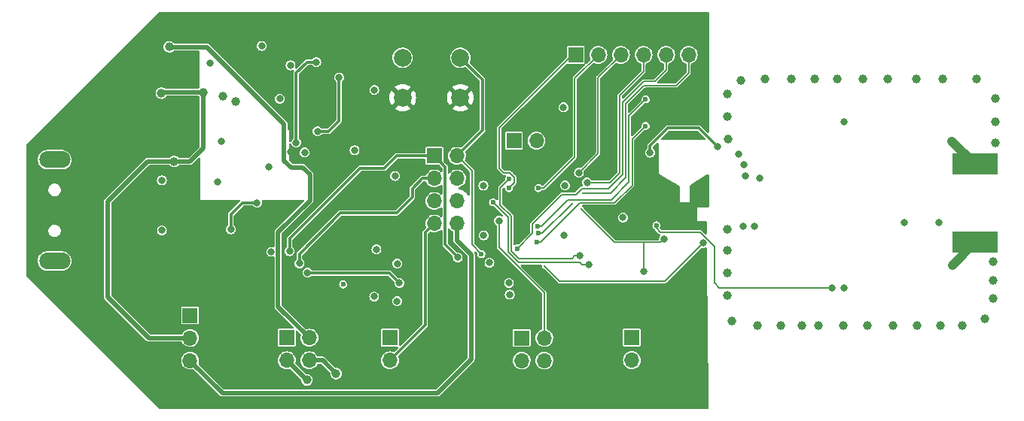
<source format=gbl>
G04 #@! TF.GenerationSoftware,KiCad,Pcbnew,(6.0.1)*
G04 #@! TF.CreationDate,2022-02-07T11:20:35+02:00*
G04 #@! TF.ProjectId,LoRaDongle_iCE40,4c6f5261-446f-46e6-976c-655f69434534,1.0*
G04 #@! TF.SameCoordinates,Original*
G04 #@! TF.FileFunction,Copper,L4,Bot*
G04 #@! TF.FilePolarity,Positive*
%FSLAX46Y46*%
G04 Gerber Fmt 4.6, Leading zero omitted, Abs format (unit mm)*
G04 Created by KiCad (PCBNEW (6.0.1)) date 2022-02-07 11:20:35*
%MOMM*%
%LPD*%
G01*
G04 APERTURE LIST*
G04 #@! TA.AperFunction,ComponentPad*
%ADD10R,1.700000X1.700000*%
G04 #@! TD*
G04 #@! TA.AperFunction,ComponentPad*
%ADD11O,1.700000X1.700000*%
G04 #@! TD*
G04 #@! TA.AperFunction,ComponentPad*
%ADD12C,2.000000*%
G04 #@! TD*
G04 #@! TA.AperFunction,ComponentPad*
%ADD13O,3.500000X1.900000*%
G04 #@! TD*
G04 #@! TA.AperFunction,SMDPad,CuDef*
%ADD14R,5.080000X2.413000*%
G04 #@! TD*
G04 #@! TA.AperFunction,ViaPad*
%ADD15C,0.800000*%
G04 #@! TD*
G04 #@! TA.AperFunction,ViaPad*
%ADD16C,1.000000*%
G04 #@! TD*
G04 #@! TA.AperFunction,ViaPad*
%ADD17C,0.600000*%
G04 #@! TD*
G04 #@! TA.AperFunction,ViaPad*
%ADD18C,0.300000*%
G04 #@! TD*
G04 #@! TA.AperFunction,Conductor*
%ADD19C,1.000000*%
G04 #@! TD*
G04 #@! TA.AperFunction,Conductor*
%ADD20C,0.500000*%
G04 #@! TD*
G04 #@! TA.AperFunction,Conductor*
%ADD21C,0.300000*%
G04 #@! TD*
G04 #@! TA.AperFunction,Conductor*
%ADD22C,0.150000*%
G04 #@! TD*
G04 #@! TA.AperFunction,Conductor*
%ADD23C,0.200000*%
G04 #@! TD*
G04 APERTURE END LIST*
D10*
X155820000Y-111880000D03*
D11*
X158360000Y-111880000D03*
X155820000Y-114420000D03*
X158360000Y-114420000D03*
D10*
X141010000Y-111850000D03*
D11*
X141010000Y-114390000D03*
D10*
X161900000Y-80000000D03*
D11*
X164440000Y-80000000D03*
X166980000Y-80000000D03*
X169520000Y-80000000D03*
X172060000Y-80000000D03*
X174600000Y-80000000D03*
D12*
X148930000Y-80320000D03*
X142430000Y-80320000D03*
X142430000Y-84820000D03*
X148930000Y-84820000D03*
D10*
X118530000Y-109340000D03*
D11*
X118530000Y-111880000D03*
X118530000Y-114420000D03*
D10*
X146000000Y-91370000D03*
D11*
X148540000Y-91370000D03*
X146000000Y-93910000D03*
X148540000Y-93910000D03*
X146000000Y-96450000D03*
X148540000Y-96450000D03*
X146000000Y-98990000D03*
X148540000Y-98990000D03*
D13*
X103300000Y-91800000D03*
X103300000Y-103200000D03*
D14*
X206820000Y-92308500D03*
X206820000Y-101071500D03*
D10*
X168210000Y-111840000D03*
D11*
X168210000Y-114380000D03*
D10*
X129410000Y-111850000D03*
D11*
X131950000Y-111850000D03*
X129410000Y-114390000D03*
X131950000Y-114390000D03*
D10*
X154945000Y-89660000D03*
D11*
X157485000Y-89660000D03*
D15*
X113577500Y-108562500D03*
D16*
X188750000Y-82720000D03*
X194660000Y-110470000D03*
X208870000Y-107470000D03*
D15*
X121637500Y-94337500D03*
D16*
X208870000Y-105370000D03*
X180440000Y-82900000D03*
X204220000Y-103670000D03*
D15*
X198820000Y-98920000D03*
D16*
X178960000Y-99680000D03*
X183140000Y-82720000D03*
X178920000Y-86960000D03*
X208870000Y-103250000D03*
D15*
X114490000Y-98630000D03*
X121068500Y-101988500D03*
D16*
X209070000Y-84890000D03*
D15*
X115320000Y-95730000D03*
X120047500Y-99317500D03*
D16*
X209070000Y-87550000D03*
D15*
X180830000Y-92390000D03*
X153370000Y-103360000D03*
X152420000Y-92690000D03*
D16*
X179010000Y-89490000D03*
D15*
X180180000Y-91190000D03*
D16*
X182340000Y-110470000D03*
D17*
X169400000Y-95810000D03*
D15*
X192028000Y-106222000D03*
D16*
X206940000Y-82720000D03*
X109250000Y-89950000D03*
D15*
X192028000Y-87528000D03*
D16*
X178960000Y-104520000D03*
X194170000Y-82720000D03*
X178960000Y-107090000D03*
D15*
X122024000Y-89724000D03*
X132820000Y-86360000D03*
D16*
X202930000Y-110470000D03*
X205350000Y-110470000D03*
D15*
X141590000Y-96850000D03*
D16*
X178960000Y-102000000D03*
D15*
X121920000Y-106680000D03*
D16*
X200220000Y-82720000D03*
X207865000Y-109715000D03*
D15*
X173125000Y-89125000D03*
D16*
X186100000Y-82720000D03*
D15*
X182610000Y-93870000D03*
X158700000Y-95900000D03*
D16*
X200310000Y-110470000D03*
X203180000Y-82720000D03*
X197600000Y-110470000D03*
D15*
X151380000Y-101570000D03*
X202730000Y-98870000D03*
D16*
X191310000Y-82720000D03*
X179420000Y-109960000D03*
D15*
X135250000Y-103910000D03*
D16*
X204210000Y-89720000D03*
D15*
X139250000Y-94930000D03*
D16*
X184920000Y-110470000D03*
D15*
X180980000Y-93590000D03*
D16*
X178920000Y-84420000D03*
D15*
X139210000Y-93810000D03*
X182020000Y-99310000D03*
X180687500Y-99317500D03*
X126890000Y-99230000D03*
D16*
X191960000Y-110470000D03*
X209070000Y-89870000D03*
D15*
X127400000Y-92600000D03*
D16*
X187300000Y-110470000D03*
D15*
X129850000Y-90960000D03*
D16*
X189160000Y-110470000D03*
D15*
X125580000Y-100380000D03*
D16*
X196960000Y-82720000D03*
X109260000Y-92570000D03*
D15*
X139157500Y-103047500D03*
X137250000Y-103850000D03*
X125580000Y-101430000D03*
X139225000Y-107195000D03*
X137030000Y-90740000D03*
X127677500Y-102172500D03*
X141590000Y-93630000D03*
X154480000Y-107000000D03*
X160520000Y-85910000D03*
X154380000Y-105670000D03*
X128630000Y-84940000D03*
X131410000Y-90990000D03*
X152202500Y-103400000D03*
D16*
X122200000Y-84650000D03*
D15*
X115360000Y-94130000D03*
X115370000Y-99760000D03*
X141805000Y-107745000D03*
X126597500Y-78992500D03*
X141830000Y-103500000D03*
X120800000Y-80900000D03*
X139250000Y-83960000D03*
X129830000Y-81180000D03*
X139480000Y-101890000D03*
D16*
X123675500Y-85284500D03*
X115300000Y-84300000D03*
X120000000Y-84200000D03*
X116750000Y-92000000D03*
X116190000Y-79090000D03*
D15*
X170250000Y-91000000D03*
X177832500Y-90332500D03*
D17*
X135750000Y-105850000D03*
D15*
X132870000Y-88610000D03*
X135280000Y-82530000D03*
X132720000Y-80810000D03*
X130460000Y-89880000D03*
D17*
X154400000Y-95000000D03*
X154400000Y-94000000D03*
D15*
X162310000Y-102630000D03*
X163160000Y-94350000D03*
X163400000Y-103630000D03*
D17*
X152600000Y-96600000D03*
X155300000Y-101800000D03*
D15*
X169540000Y-104350000D03*
X171830000Y-100710000D03*
D18*
X162510000Y-97380000D03*
D17*
X157700000Y-100100000D03*
D18*
X161480000Y-96770000D03*
X162670000Y-95560000D03*
D15*
X148630000Y-102800000D03*
X129730000Y-102100000D03*
X153250000Y-98680000D03*
X176200000Y-101200000D03*
D18*
X158410000Y-103824500D03*
D17*
X157570000Y-99280000D03*
X169750000Y-85000000D03*
D15*
X162260000Y-93270000D03*
D17*
X151290000Y-102420000D03*
X169750000Y-88000000D03*
X157500000Y-101100000D03*
X157700000Y-95000000D03*
D15*
X142073000Y-105687000D03*
X131730000Y-104530000D03*
X130840000Y-103470000D03*
X126070000Y-96650000D03*
X123130000Y-99640000D03*
X190728000Y-106228000D03*
D17*
X170970000Y-99190000D03*
D15*
X167200000Y-98322500D03*
X151540500Y-100320500D03*
D16*
X131670000Y-116610000D03*
D15*
X160600000Y-100292500D03*
D16*
X134960000Y-115900000D03*
D15*
X160688500Y-94711500D03*
X151516500Y-94716500D03*
D19*
X206798500Y-92308500D02*
X204210000Y-89720000D01*
X206820000Y-101071500D02*
X206818500Y-101071500D01*
X206818500Y-101071500D02*
X204220000Y-103670000D01*
X206820000Y-92308500D02*
X206798500Y-92308500D01*
D20*
X116750000Y-92000000D02*
X116750000Y-92000000D01*
X116750000Y-92000000D02*
X116750000Y-92000000D01*
X118530000Y-111880000D02*
X113880000Y-111880000D01*
X113750000Y-92000000D02*
X116750000Y-92000000D01*
X116750000Y-92000000D02*
X118500000Y-92000000D01*
X115400000Y-84200000D02*
X115300000Y-84300000D01*
X120000000Y-84200000D02*
X115400000Y-84200000D01*
X109250000Y-107250000D02*
X109250000Y-96500000D01*
X109250000Y-96500000D02*
X113750000Y-92000000D01*
X118500000Y-92000000D02*
X120000000Y-90500000D01*
X120000000Y-90500000D02*
X120000000Y-84200000D01*
X113880000Y-111880000D02*
X109250000Y-107250000D01*
X132000000Y-96400000D02*
X128427011Y-99972989D01*
X128427011Y-108327011D02*
X131950000Y-111850000D01*
X128427011Y-99972989D02*
X128427011Y-108327011D01*
X132000000Y-93500000D02*
X132000000Y-96400000D01*
X129100000Y-87800000D02*
X129100000Y-91900000D01*
X116190000Y-79090000D02*
X116210000Y-79110000D01*
X129100000Y-91900000D02*
X129900000Y-92700000D01*
X131200000Y-92700000D02*
X132000000Y-93500000D01*
X120410000Y-79110000D02*
X129100000Y-87800000D01*
X116210000Y-79110000D02*
X120410000Y-79110000D01*
X129900000Y-92700000D02*
X131200000Y-92700000D01*
D21*
X172250000Y-88250000D02*
X175750000Y-88250000D01*
X170250000Y-91000000D02*
X170250000Y-90250000D01*
X170250000Y-90250000D02*
X172250000Y-88250000D01*
X175750000Y-88250000D02*
X177832500Y-90332500D01*
X132870000Y-88610000D02*
X134090000Y-88610000D01*
X134090000Y-88610000D02*
X135280000Y-87420000D01*
X135280000Y-87420000D02*
X135280000Y-82530000D01*
X130460000Y-82040000D02*
X131690000Y-80810000D01*
X130460000Y-89880000D02*
X130460000Y-82040000D01*
X131690000Y-80810000D02*
X132720000Y-80810000D01*
D22*
X154630000Y-93420000D02*
X154500000Y-93290000D01*
X154500000Y-93290000D02*
X153830000Y-93290000D01*
X154974511Y-94425489D02*
X154974511Y-93762029D01*
X154400000Y-95000000D02*
X154974511Y-94425489D01*
X161490000Y-80000000D02*
X161900000Y-80000000D01*
X153300000Y-88190000D02*
X161490000Y-80000000D01*
X153300000Y-92760000D02*
X153300000Y-88190000D01*
X153830000Y-93290000D02*
X153300000Y-92760000D01*
X154632482Y-93420000D02*
X154630000Y-93420000D01*
X154974511Y-93762029D02*
X154632482Y-93420000D01*
X161510000Y-102910000D02*
X161790000Y-102630000D01*
X153400000Y-95000000D02*
X153400000Y-96905012D01*
X161790000Y-102630000D02*
X162310000Y-102630000D01*
X154400000Y-94000000D02*
X153400000Y-95000000D01*
X154650010Y-102055022D02*
X155504988Y-102910000D01*
X153400000Y-96905012D02*
X154650010Y-98155022D01*
X155504988Y-102910000D02*
X161510000Y-102910000D01*
X154650010Y-98155022D02*
X154650010Y-102055022D01*
X169520000Y-81900000D02*
X169520000Y-80000000D01*
X163160000Y-94350000D02*
X165765704Y-94350000D01*
X165765704Y-94350000D02*
X166841920Y-93273784D01*
X166841920Y-84578080D02*
X169520000Y-81900000D01*
X166841920Y-93273784D02*
X166841920Y-84578080D01*
X155500000Y-103400000D02*
X162380000Y-103400000D01*
X154300000Y-102200000D02*
X155500000Y-103400000D01*
X162380000Y-103400000D02*
X162620000Y-103640000D01*
X163390000Y-103640000D02*
X163400000Y-103630000D01*
X162620000Y-103640000D02*
X163390000Y-103640000D01*
X152600000Y-96600000D02*
X154300000Y-98300000D01*
X154300000Y-98300000D02*
X154300000Y-102200000D01*
X162579650Y-95050000D02*
X165560000Y-95050000D01*
X169535704Y-82980000D02*
X170780000Y-82980000D01*
X165560000Y-95050000D02*
X167191440Y-93418560D01*
X161893811Y-95735839D02*
X162579650Y-95050000D01*
X156995489Y-100104511D02*
X156995489Y-99042029D01*
X155300000Y-101800000D02*
X156995489Y-100104511D01*
X160301679Y-95735839D02*
X161893811Y-95735839D01*
X167191440Y-93418560D02*
X167191441Y-85324263D01*
X170780000Y-82980000D02*
X172060000Y-81700000D01*
X172060000Y-81700000D02*
X172060000Y-80000000D01*
X167191441Y-85324263D02*
X169535704Y-82980000D01*
X156995489Y-99042029D02*
X160301679Y-95735839D01*
D21*
X146000000Y-98990000D02*
X144980000Y-100010000D01*
X144980000Y-100010000D02*
X144980000Y-110420000D01*
X144980000Y-110420000D02*
X141010000Y-114390000D01*
D22*
X169540000Y-104350000D02*
X169540000Y-101140000D01*
X167290001Y-101109999D02*
X166239999Y-101109999D01*
X169509999Y-101109999D02*
X167290001Y-101109999D01*
X171430001Y-101109999D02*
X169509999Y-101109999D01*
X169540000Y-101140000D02*
X169509999Y-101109999D01*
X166239999Y-101109999D02*
X162510000Y-97380000D01*
X171830000Y-100710000D02*
X171430001Y-101109999D01*
X167540960Y-93819040D02*
X167540960Y-85469040D01*
X174600000Y-82010000D02*
X174600000Y-80000000D01*
X167540960Y-85469040D02*
X169560000Y-83450000D01*
X165800000Y-95560000D02*
X167540960Y-93819040D01*
X157700000Y-100100000D02*
X158150000Y-100100000D01*
X158150000Y-100100000D02*
X161360000Y-96890000D01*
X162670000Y-95560000D02*
X165800000Y-95560000D01*
X161360000Y-96890000D02*
X161480000Y-96770000D01*
X173160000Y-83450000D02*
X174600000Y-82010000D01*
X169560000Y-83450000D02*
X173160000Y-83450000D01*
D21*
X141760000Y-91370000D02*
X146000000Y-91370000D01*
X137660000Y-92760000D02*
X140370000Y-92760000D01*
X129730000Y-102100000D02*
X129730000Y-100690000D01*
X146000000Y-91370000D02*
X146000000Y-91380000D01*
X146000000Y-91380000D02*
X147200001Y-92580001D01*
X140370000Y-92760000D02*
X141760000Y-91370000D01*
X147200001Y-92580001D02*
X147200001Y-101370001D01*
X129730000Y-100690000D02*
X137660000Y-92760000D01*
X147200001Y-101370001D02*
X148630000Y-102800000D01*
D22*
X153250000Y-101644988D02*
X158360000Y-106754988D01*
X153250000Y-98680000D02*
X153250000Y-101644988D01*
X158360000Y-107350000D02*
X158360000Y-111880000D01*
X158360000Y-106754988D02*
X158360000Y-107350000D01*
X158410000Y-103830000D02*
X160090000Y-105510000D01*
X160090000Y-105510000D02*
X171890000Y-105510000D01*
X171890000Y-105510000D02*
X176200000Y-101200000D01*
X158410000Y-103824500D02*
X158410000Y-103830000D01*
X157570000Y-99280000D02*
X158050000Y-99280000D01*
X158050000Y-99280000D02*
X161029519Y-96300481D01*
X161029519Y-96300481D02*
X165870000Y-96300480D01*
X167890481Y-86859519D02*
X169750000Y-85000000D01*
X165870000Y-96300480D02*
X167890480Y-94280000D01*
X167890480Y-94280000D02*
X167890481Y-86859519D01*
X164410000Y-91120000D02*
X164410000Y-82570000D01*
X162260000Y-93270000D02*
X164410000Y-91120000D01*
X164410000Y-82570000D02*
X166980000Y-80000000D01*
D23*
X151290000Y-102420000D02*
X150220000Y-101350000D01*
D21*
X151420000Y-82810000D02*
X151420000Y-88490000D01*
D23*
X150220000Y-101350000D02*
X150220000Y-93050000D01*
D21*
X151420000Y-82810000D02*
X148930000Y-80320000D01*
D23*
X150220000Y-93050000D02*
X148540000Y-91370000D01*
D21*
X151420000Y-88490000D02*
X148540000Y-91370000D01*
D22*
X157940000Y-101100000D02*
X162390000Y-96650000D01*
X157500000Y-101100000D02*
X157940000Y-101100000D01*
X166280000Y-96650000D02*
X168240000Y-94690000D01*
X162390000Y-96650000D02*
X166280000Y-96650000D01*
X168240000Y-94690000D02*
X168240000Y-89510000D01*
X168240000Y-89510000D02*
X169750000Y-88000000D01*
X158260000Y-95000000D02*
X161780000Y-91480000D01*
X161780000Y-91480000D02*
X161780000Y-82660000D01*
X157700000Y-95000000D02*
X158260000Y-95000000D01*
X161780000Y-82660000D02*
X164440000Y-80000000D01*
D21*
X131730000Y-104530000D02*
X131759511Y-104559511D01*
X140945511Y-104559511D02*
X142073000Y-105687000D01*
X131759511Y-104559511D02*
X140945511Y-104559511D01*
X143530000Y-95040000D02*
X144660000Y-93910000D01*
X130840000Y-102400000D02*
X135430000Y-97810000D01*
X141740002Y-97810000D02*
X143530000Y-96020002D01*
X130840000Y-103470000D02*
X130840000Y-102400000D01*
X143530000Y-96020002D02*
X143530000Y-95040000D01*
X144660000Y-93910000D02*
X146000000Y-93910000D01*
X135430000Y-97810000D02*
X141740002Y-97810000D01*
D20*
X150140000Y-102490000D02*
X150140000Y-114250000D01*
X122180000Y-118070000D02*
X118530000Y-114420000D01*
X150140000Y-114250000D02*
X146320000Y-118070000D01*
X148540000Y-98990000D02*
X148540000Y-100890000D01*
X148540000Y-100890000D02*
X150140000Y-102490000D01*
X146320000Y-118070000D02*
X122180000Y-118070000D01*
D21*
X124390000Y-96650000D02*
X126070000Y-96650000D01*
X123130000Y-97910000D02*
X124390000Y-96650000D01*
X123130000Y-99640000D02*
X123130000Y-97910000D01*
D22*
X178038000Y-106228000D02*
X190728000Y-106228000D01*
X171440000Y-99970000D02*
X175923904Y-99970000D01*
X170970000Y-99190000D02*
X170970000Y-99500000D01*
X175923904Y-99970000D02*
X177500000Y-101546096D01*
X177500000Y-105690000D02*
X178038000Y-106228000D01*
X177500000Y-101546096D02*
X177500000Y-105690000D01*
X170970000Y-99500000D02*
X171440000Y-99970000D01*
D20*
X131630000Y-116610000D02*
X131670000Y-116610000D01*
X129410000Y-114390000D02*
X131630000Y-116610000D01*
X133450000Y-114390000D02*
X134960000Y-115900000D01*
X131950000Y-114390000D02*
X133450000Y-114390000D01*
G04 #@! TA.AperFunction,Conductor*
G36*
X119530817Y-75170002D02*
G01*
X119577310Y-75223658D01*
X119588695Y-75275417D01*
X119603888Y-78556972D01*
X119604008Y-78582917D01*
X119584321Y-78651129D01*
X119530881Y-78697870D01*
X119478009Y-78709500D01*
X116783793Y-78709500D01*
X116715672Y-78689498D01*
X116689280Y-78666826D01*
X116685832Y-78662915D01*
X116681531Y-78656657D01*
X116658169Y-78635842D01*
X116569648Y-78556972D01*
X116569645Y-78556970D01*
X116563976Y-78551919D01*
X116424831Y-78478245D01*
X116349531Y-78459331D01*
X116279498Y-78441740D01*
X116279496Y-78441740D01*
X116272128Y-78439889D01*
X116264530Y-78439849D01*
X116264528Y-78439849D01*
X116197319Y-78439497D01*
X116114684Y-78439065D01*
X116107305Y-78440837D01*
X116107301Y-78440837D01*
X115968967Y-78474048D01*
X115968963Y-78474049D01*
X115961588Y-78475820D01*
X115821679Y-78548032D01*
X115815957Y-78553024D01*
X115815955Y-78553025D01*
X115708759Y-78646538D01*
X115708756Y-78646541D01*
X115703034Y-78651533D01*
X115698667Y-78657747D01*
X115618393Y-78771965D01*
X115612501Y-78780348D01*
X115555309Y-78927039D01*
X115554318Y-78934568D01*
X115536065Y-79073213D01*
X115534758Y-79083138D01*
X115552035Y-79239633D01*
X115606143Y-79387490D01*
X115610380Y-79393796D01*
X115610382Y-79393799D01*
X115619426Y-79407257D01*
X115693958Y-79518172D01*
X115726085Y-79547405D01*
X115796472Y-79611452D01*
X115810410Y-79624135D01*
X115817085Y-79627759D01*
X115942099Y-79695637D01*
X115942101Y-79695638D01*
X115948776Y-79699262D01*
X115956125Y-79701190D01*
X116093719Y-79737287D01*
X116093721Y-79737287D01*
X116101069Y-79739215D01*
X116184380Y-79740524D01*
X116250898Y-79741569D01*
X116250901Y-79741569D01*
X116258495Y-79741688D01*
X116411968Y-79706538D01*
X116552625Y-79635795D01*
X116655713Y-79547750D01*
X116663980Y-79540689D01*
X116728769Y-79511658D01*
X116745810Y-79510500D01*
X119482884Y-79510500D01*
X119551005Y-79530502D01*
X119597498Y-79584158D01*
X119608883Y-79635915D01*
X119617818Y-81566071D01*
X119627253Y-83604020D01*
X119607566Y-83672232D01*
X119584083Y-83699552D01*
X119518761Y-83756536D01*
X119518757Y-83756541D01*
X119516552Y-83758464D01*
X119516549Y-83758466D01*
X119513033Y-83761533D01*
X119512522Y-83760947D01*
X119457169Y-83795050D01*
X119423977Y-83799500D01*
X115764144Y-83799500D01*
X115696023Y-83779498D01*
X115680331Y-83767581D01*
X115673976Y-83761919D01*
X115663810Y-83756536D01*
X115541543Y-83691799D01*
X115541544Y-83691799D01*
X115534831Y-83688245D01*
X115518122Y-83684048D01*
X115389498Y-83651740D01*
X115389496Y-83651740D01*
X115382128Y-83649889D01*
X115374530Y-83649849D01*
X115374528Y-83649849D01*
X115307319Y-83649497D01*
X115224684Y-83649065D01*
X115217305Y-83650837D01*
X115217301Y-83650837D01*
X115078967Y-83684048D01*
X115078963Y-83684049D01*
X115071588Y-83685820D01*
X114931679Y-83758032D01*
X114925957Y-83763024D01*
X114925955Y-83763025D01*
X114818759Y-83856538D01*
X114818756Y-83856541D01*
X114813034Y-83861533D01*
X114808667Y-83867747D01*
X114749585Y-83951812D01*
X114722501Y-83990348D01*
X114665309Y-84137039D01*
X114664318Y-84144568D01*
X114651204Y-84244178D01*
X114644758Y-84293138D01*
X114662035Y-84449633D01*
X114716143Y-84597490D01*
X114720380Y-84603796D01*
X114720382Y-84603799D01*
X114750493Y-84648608D01*
X114803958Y-84728172D01*
X114833209Y-84754788D01*
X114894348Y-84810420D01*
X114920410Y-84834135D01*
X114953768Y-84852247D01*
X115052099Y-84905637D01*
X115052101Y-84905638D01*
X115058776Y-84909262D01*
X115066125Y-84911190D01*
X115203719Y-84947287D01*
X115203721Y-84947287D01*
X115211069Y-84949215D01*
X115294380Y-84950524D01*
X115360898Y-84951569D01*
X115360901Y-84951569D01*
X115368495Y-84951688D01*
X115521968Y-84916538D01*
X115662625Y-84845795D01*
X115693298Y-84819598D01*
X115776574Y-84748474D01*
X115776576Y-84748471D01*
X115782348Y-84743542D01*
X115789721Y-84733282D01*
X115847429Y-84652974D01*
X115903423Y-84609326D01*
X115949751Y-84600500D01*
X119424801Y-84600500D01*
X119492922Y-84620502D01*
X119509600Y-84633306D01*
X119526417Y-84648608D01*
X119552944Y-84672745D01*
X119558299Y-84677618D01*
X119595222Y-84738258D01*
X119599500Y-84770812D01*
X119599500Y-90281918D01*
X119579498Y-90350039D01*
X119562595Y-90371013D01*
X118371012Y-91562595D01*
X118308700Y-91596621D01*
X118281917Y-91599500D01*
X117326160Y-91599500D01*
X117258039Y-91579498D01*
X117242208Y-91565897D01*
X117241531Y-91566657D01*
X117129648Y-91466972D01*
X117129645Y-91466970D01*
X117123976Y-91461919D01*
X117102053Y-91450311D01*
X116996731Y-91394546D01*
X116984831Y-91388245D01*
X116898240Y-91366495D01*
X116839498Y-91351740D01*
X116839496Y-91351740D01*
X116832128Y-91349889D01*
X116824530Y-91349849D01*
X116824528Y-91349849D01*
X116757319Y-91349497D01*
X116674684Y-91349065D01*
X116667305Y-91350837D01*
X116667301Y-91350837D01*
X116528967Y-91384048D01*
X116528963Y-91384049D01*
X116521588Y-91385820D01*
X116381679Y-91458032D01*
X116375957Y-91463024D01*
X116375955Y-91463025D01*
X116281699Y-91545250D01*
X116263034Y-91561533D01*
X116262523Y-91560947D01*
X116207170Y-91595050D01*
X116173978Y-91599500D01*
X113686567Y-91599500D01*
X113677136Y-91602564D01*
X113677132Y-91602565D01*
X113665647Y-91606297D01*
X113646422Y-91610913D01*
X113634488Y-91612803D01*
X113634487Y-91612803D01*
X113624696Y-91614354D01*
X113615863Y-91618855D01*
X113615859Y-91618856D01*
X113605094Y-91624341D01*
X113586834Y-91631905D01*
X113565910Y-91638704D01*
X113548107Y-91651639D01*
X113531254Y-91661965D01*
X113511658Y-91671950D01*
X113489095Y-91694513D01*
X113489091Y-91694516D01*
X108944516Y-96239091D01*
X108944513Y-96239095D01*
X108921950Y-96261658D01*
X108917446Y-96270498D01*
X108911965Y-96281255D01*
X108901639Y-96298107D01*
X108888704Y-96315910D01*
X108883320Y-96332481D01*
X108881907Y-96336830D01*
X108874341Y-96355094D01*
X108868856Y-96365859D01*
X108868855Y-96365863D01*
X108864354Y-96374696D01*
X108862803Y-96384487D01*
X108862803Y-96384488D01*
X108860913Y-96396422D01*
X108856297Y-96415647D01*
X108852565Y-96427132D01*
X108852564Y-96427136D01*
X108849500Y-96436567D01*
X108849500Y-107313433D01*
X108852564Y-107322864D01*
X108852565Y-107322868D01*
X108856297Y-107334353D01*
X108860913Y-107353578D01*
X108861761Y-107358929D01*
X108864354Y-107375304D01*
X108868855Y-107384137D01*
X108868856Y-107384141D01*
X108874341Y-107394906D01*
X108881905Y-107413166D01*
X108888704Y-107434090D01*
X108901639Y-107451893D01*
X108911965Y-107468745D01*
X108921950Y-107488342D01*
X108944513Y-107510905D01*
X108944516Y-107510909D01*
X113619091Y-112185484D01*
X113619095Y-112185487D01*
X113641658Y-112208050D01*
X113650497Y-112212554D01*
X113650499Y-112212555D01*
X113661258Y-112218037D01*
X113678114Y-112228365D01*
X113695911Y-112241296D01*
X113716832Y-112248094D01*
X113735092Y-112255658D01*
X113745859Y-112261144D01*
X113745863Y-112261145D01*
X113754696Y-112265646D01*
X113764487Y-112267197D01*
X113764488Y-112267197D01*
X113776422Y-112269087D01*
X113795647Y-112273703D01*
X113807132Y-112277435D01*
X113807136Y-112277436D01*
X113816567Y-112280500D01*
X117533976Y-112280500D01*
X117602097Y-112300502D01*
X117646042Y-112348906D01*
X117682123Y-112419113D01*
X117682126Y-112419117D01*
X117684944Y-112424601D01*
X117806818Y-112578369D01*
X117956238Y-112705535D01*
X117961616Y-112708541D01*
X117961618Y-112708542D01*
X117997932Y-112728837D01*
X118127513Y-112801257D01*
X118314118Y-112861889D01*
X118508946Y-112885121D01*
X118515081Y-112884649D01*
X118515083Y-112884649D01*
X118698434Y-112870541D01*
X118698438Y-112870540D01*
X118704576Y-112870068D01*
X118893556Y-112817303D01*
X119068689Y-112728837D01*
X119098515Y-112705535D01*
X119218453Y-112611829D01*
X119223303Y-112608040D01*
X119253084Y-112573539D01*
X119347485Y-112464173D01*
X119347485Y-112464172D01*
X119351509Y-112459511D01*
X119368552Y-112429511D01*
X119445378Y-112294272D01*
X119448425Y-112288909D01*
X119510358Y-112102732D01*
X119534949Y-111908071D01*
X119535341Y-111880000D01*
X119516194Y-111684728D01*
X119514413Y-111678829D01*
X119514412Y-111678824D01*
X119461265Y-111502793D01*
X119459484Y-111496894D01*
X119367370Y-111323653D01*
X119243361Y-111171602D01*
X119092180Y-111046535D01*
X118919585Y-110953213D01*
X118797411Y-110915394D01*
X118738039Y-110897015D01*
X118738036Y-110897014D01*
X118732152Y-110895193D01*
X118726027Y-110894549D01*
X118726026Y-110894549D01*
X118543147Y-110875327D01*
X118543146Y-110875327D01*
X118537019Y-110874683D01*
X118414733Y-110885812D01*
X118347759Y-110891907D01*
X118347758Y-110891907D01*
X118341618Y-110892466D01*
X118335704Y-110894207D01*
X118335702Y-110894207D01*
X118266410Y-110914601D01*
X118153393Y-110947864D01*
X118147930Y-110950720D01*
X118147928Y-110950721D01*
X117984972Y-111035912D01*
X117984968Y-111035915D01*
X117979512Y-111038767D01*
X117974712Y-111042627D01*
X117974711Y-111042627D01*
X117957624Y-111056365D01*
X117826600Y-111161711D01*
X117700480Y-111312016D01*
X117697514Y-111317412D01*
X117697508Y-111317420D01*
X117644302Y-111414201D01*
X117593957Y-111464260D01*
X117533888Y-111479500D01*
X114098083Y-111479500D01*
X114029962Y-111459498D01*
X114008988Y-111442595D01*
X112771213Y-110204820D01*
X117529500Y-110204820D01*
X117538233Y-110248722D01*
X117545127Y-110259040D01*
X117545128Y-110259042D01*
X117564601Y-110288185D01*
X117571496Y-110298504D01*
X117581815Y-110305399D01*
X117610958Y-110324872D01*
X117610960Y-110324873D01*
X117621278Y-110331767D01*
X117665180Y-110340500D01*
X119394820Y-110340500D01*
X119438722Y-110331767D01*
X119449040Y-110324873D01*
X119449042Y-110324872D01*
X119478185Y-110305399D01*
X119488504Y-110298504D01*
X119495399Y-110288185D01*
X119514872Y-110259042D01*
X119514873Y-110259040D01*
X119521767Y-110248722D01*
X119530500Y-110204820D01*
X119530500Y-108475180D01*
X119521767Y-108431278D01*
X119514873Y-108420960D01*
X119514872Y-108420958D01*
X119495399Y-108391815D01*
X119488504Y-108381496D01*
X119478185Y-108374601D01*
X119449042Y-108355128D01*
X119449040Y-108355127D01*
X119438722Y-108348233D01*
X119394820Y-108339500D01*
X117665180Y-108339500D01*
X117621278Y-108348233D01*
X117610960Y-108355127D01*
X117610958Y-108355128D01*
X117581815Y-108374601D01*
X117571496Y-108381496D01*
X117564601Y-108391815D01*
X117545128Y-108420958D01*
X117545127Y-108420960D01*
X117538233Y-108431278D01*
X117529500Y-108475180D01*
X117529500Y-110204820D01*
X112771213Y-110204820D01*
X109687405Y-107121012D01*
X109653379Y-107058700D01*
X109650500Y-107031917D01*
X109650500Y-99760000D01*
X114814750Y-99760000D01*
X114833670Y-99903709D01*
X114889139Y-100037625D01*
X114977379Y-100152621D01*
X115092375Y-100240861D01*
X115226291Y-100296330D01*
X115370000Y-100315250D01*
X115513709Y-100296330D01*
X115647625Y-100240861D01*
X115762621Y-100152621D01*
X115850861Y-100037625D01*
X115906330Y-99903709D01*
X115925250Y-99760000D01*
X115906330Y-99616291D01*
X115850861Y-99482375D01*
X115762621Y-99367379D01*
X115647625Y-99279139D01*
X115513709Y-99223670D01*
X115370000Y-99204750D01*
X115226291Y-99223670D01*
X115092375Y-99279139D01*
X114977379Y-99367379D01*
X114889139Y-99482375D01*
X114833670Y-99616291D01*
X114814750Y-99760000D01*
X109650500Y-99760000D01*
X109650500Y-96718083D01*
X109670502Y-96649962D01*
X109687405Y-96628988D01*
X112186393Y-94130000D01*
X114804750Y-94130000D01*
X114823670Y-94273709D01*
X114879139Y-94407625D01*
X114967379Y-94522621D01*
X115082375Y-94610861D01*
X115216291Y-94666330D01*
X115360000Y-94685250D01*
X115503709Y-94666330D01*
X115637625Y-94610861D01*
X115752621Y-94522621D01*
X115840861Y-94407625D01*
X115896330Y-94273709D01*
X115915250Y-94130000D01*
X115896330Y-93986291D01*
X115840861Y-93852375D01*
X115752621Y-93737379D01*
X115637625Y-93649139D01*
X115503709Y-93593670D01*
X115360000Y-93574750D01*
X115216291Y-93593670D01*
X115082375Y-93649139D01*
X114967379Y-93737379D01*
X114879139Y-93852375D01*
X114823670Y-93986291D01*
X114804750Y-94130000D01*
X112186393Y-94130000D01*
X113878988Y-92437405D01*
X113941300Y-92403379D01*
X113968083Y-92400500D01*
X116174800Y-92400500D01*
X116242921Y-92420502D01*
X116259599Y-92433306D01*
X116364789Y-92529021D01*
X116364793Y-92529024D01*
X116370410Y-92534135D01*
X116421911Y-92562098D01*
X116502099Y-92605637D01*
X116502101Y-92605638D01*
X116508776Y-92609262D01*
X116516125Y-92611190D01*
X116653719Y-92647287D01*
X116653721Y-92647287D01*
X116661069Y-92649215D01*
X116744380Y-92650524D01*
X116810898Y-92651569D01*
X116810901Y-92651569D01*
X116818495Y-92651688D01*
X116971968Y-92616538D01*
X117112625Y-92545795D01*
X117170655Y-92496233D01*
X117226568Y-92448479D01*
X117226570Y-92448477D01*
X117232348Y-92443542D01*
X117234610Y-92440394D01*
X117294082Y-92404609D01*
X117325997Y-92400500D01*
X118563433Y-92400500D01*
X118572864Y-92397436D01*
X118572868Y-92397435D01*
X118584353Y-92393703D01*
X118603578Y-92389087D01*
X118615512Y-92387197D01*
X118615513Y-92387197D01*
X118625304Y-92385646D01*
X118634137Y-92381145D01*
X118634141Y-92381144D01*
X118644906Y-92375659D01*
X118663166Y-92368095D01*
X118684090Y-92361296D01*
X118701893Y-92348361D01*
X118718745Y-92338035D01*
X118729502Y-92332554D01*
X118738342Y-92328050D01*
X118760905Y-92305487D01*
X118760909Y-92305484D01*
X119449665Y-91616728D01*
X119511977Y-91582702D01*
X119582792Y-91587767D01*
X119639628Y-91630314D01*
X119664439Y-91696834D01*
X119664759Y-91705240D01*
X119685864Y-96263829D01*
X119686031Y-96300000D01*
X124010839Y-96300000D01*
X124078960Y-96320002D01*
X124125453Y-96373658D01*
X124135557Y-96443932D01*
X124106063Y-96508512D01*
X124099934Y-96515095D01*
X122954548Y-97660481D01*
X122952514Y-97662237D01*
X122947731Y-97664575D01*
X122939819Y-97673104D01*
X122939818Y-97673105D01*
X122914427Y-97700477D01*
X122911147Y-97703882D01*
X122897752Y-97717277D01*
X122895028Y-97721247D01*
X122892703Y-97723895D01*
X122879508Y-97738119D01*
X122879506Y-97738122D01*
X122871599Y-97746646D01*
X122867289Y-97757450D01*
X122864767Y-97761439D01*
X122859006Y-97772227D01*
X122857089Y-97776552D01*
X122850508Y-97786146D01*
X122847822Y-97797465D01*
X122847821Y-97797467D01*
X122844817Y-97810127D01*
X122839252Y-97827724D01*
X122833412Y-97842362D01*
X122830117Y-97850622D01*
X122829500Y-97856915D01*
X122829500Y-97859994D01*
X122829350Y-97863067D01*
X122829134Y-97863056D01*
X122827802Y-97874431D01*
X122827346Y-97883746D01*
X122824660Y-97895066D01*
X122826229Y-97906595D01*
X122826229Y-97906596D01*
X122828349Y-97922173D01*
X122829500Y-97939164D01*
X122829500Y-99114556D01*
X122809498Y-99182677D01*
X122780204Y-99214518D01*
X122737379Y-99247379D01*
X122649139Y-99362375D01*
X122593670Y-99496291D01*
X122574750Y-99640000D01*
X122593670Y-99783709D01*
X122649139Y-99917625D01*
X122737379Y-100032621D01*
X122852375Y-100120861D01*
X122986291Y-100176330D01*
X123130000Y-100195250D01*
X123273709Y-100176330D01*
X123407625Y-100120861D01*
X123522621Y-100032621D01*
X123610861Y-99917625D01*
X123666330Y-99783709D01*
X123685250Y-99640000D01*
X123666330Y-99496291D01*
X123610861Y-99362375D01*
X123522621Y-99247379D01*
X123479796Y-99214518D01*
X123437929Y-99157180D01*
X123430500Y-99114556D01*
X123430500Y-98086661D01*
X123450502Y-98018540D01*
X123467405Y-97997566D01*
X124477566Y-96987405D01*
X124539878Y-96953379D01*
X124566661Y-96950500D01*
X125544556Y-96950500D01*
X125612677Y-96970502D01*
X125644518Y-96999796D01*
X125677379Y-97042621D01*
X125792375Y-97130861D01*
X125926291Y-97186330D01*
X126070000Y-97205250D01*
X126213709Y-97186330D01*
X126347625Y-97130861D01*
X126462621Y-97042621D01*
X126550861Y-96927625D01*
X126606330Y-96793709D01*
X126625250Y-96650000D01*
X126606330Y-96506291D01*
X126593045Y-96474218D01*
X126585456Y-96403628D01*
X126617235Y-96340141D01*
X126678294Y-96303914D01*
X126709454Y-96300000D01*
X131229417Y-96300000D01*
X131297538Y-96320002D01*
X131344031Y-96373658D01*
X131354135Y-96443932D01*
X131324641Y-96508512D01*
X131318512Y-96515095D01*
X128121527Y-99712080D01*
X128121524Y-99712084D01*
X128098961Y-99734647D01*
X128093941Y-99744500D01*
X128088976Y-99754244D01*
X128078650Y-99771096D01*
X128065715Y-99788899D01*
X128061392Y-99802204D01*
X128058918Y-99809819D01*
X128051352Y-99828083D01*
X128045867Y-99838848D01*
X128045866Y-99838852D01*
X128041365Y-99847685D01*
X128039814Y-99857476D01*
X128039814Y-99857477D01*
X128037924Y-99869411D01*
X128033308Y-99888636D01*
X128029576Y-99900121D01*
X128029575Y-99900125D01*
X128026511Y-99909556D01*
X128026511Y-101532636D01*
X128006509Y-101600757D01*
X127952853Y-101647250D01*
X127882579Y-101657354D01*
X127852294Y-101649045D01*
X127828843Y-101639332D01*
X127821209Y-101636170D01*
X127677500Y-101617250D01*
X127533791Y-101636170D01*
X127399875Y-101691639D01*
X127284879Y-101779879D01*
X127196639Y-101894875D01*
X127141170Y-102028791D01*
X127122250Y-102172500D01*
X127141170Y-102316209D01*
X127196639Y-102450125D01*
X127284879Y-102565121D01*
X127399875Y-102653361D01*
X127533791Y-102708830D01*
X127677500Y-102727750D01*
X127821209Y-102708830D01*
X127834676Y-102703252D01*
X127852294Y-102695955D01*
X127922884Y-102688366D01*
X127986371Y-102720146D01*
X128022597Y-102781205D01*
X128026511Y-102812364D01*
X128026511Y-108390444D01*
X128029575Y-108399875D01*
X128029576Y-108399879D01*
X128033308Y-108411364D01*
X128037924Y-108430589D01*
X128041365Y-108452315D01*
X128045866Y-108461148D01*
X128045867Y-108461152D01*
X128051352Y-108471917D01*
X128058916Y-108490177D01*
X128065715Y-108511101D01*
X128078650Y-108528904D01*
X128088976Y-108545756D01*
X128098961Y-108565353D01*
X128121524Y-108587916D01*
X128121527Y-108587920D01*
X130168012Y-110634405D01*
X130202038Y-110696717D01*
X130196973Y-110767532D01*
X130154426Y-110824368D01*
X130087906Y-110849179D01*
X130078917Y-110849500D01*
X128545180Y-110849500D01*
X128501278Y-110858233D01*
X128490960Y-110865127D01*
X128490958Y-110865128D01*
X128469449Y-110879500D01*
X128451496Y-110891496D01*
X128444601Y-110901815D01*
X128425128Y-110930958D01*
X128425127Y-110930960D01*
X128418233Y-110941278D01*
X128409500Y-110985180D01*
X128409500Y-112714820D01*
X128418233Y-112758722D01*
X128425127Y-112769040D01*
X128425128Y-112769042D01*
X128437330Y-112787303D01*
X128451496Y-112808504D01*
X128461815Y-112815399D01*
X128490958Y-112834872D01*
X128490960Y-112834873D01*
X128501278Y-112841767D01*
X128545180Y-112850500D01*
X130274820Y-112850500D01*
X130318722Y-112841767D01*
X130329040Y-112834873D01*
X130329042Y-112834872D01*
X130358185Y-112815399D01*
X130368504Y-112808504D01*
X130382670Y-112787303D01*
X130394872Y-112769042D01*
X130394873Y-112769040D01*
X130401767Y-112758722D01*
X130410500Y-112714820D01*
X130410500Y-111181083D01*
X130430502Y-111112962D01*
X130484158Y-111066469D01*
X130554432Y-111056365D01*
X130619012Y-111085859D01*
X130625595Y-111091988D01*
X130962538Y-111428931D01*
X130996564Y-111491243D01*
X130993545Y-111556124D01*
X130966628Y-111640978D01*
X130965942Y-111647095D01*
X130965941Y-111647099D01*
X130945444Y-111829838D01*
X130944757Y-111835963D01*
X130961175Y-112031483D01*
X131015258Y-112220091D01*
X131018076Y-112225574D01*
X131102123Y-112389113D01*
X131102126Y-112389117D01*
X131104944Y-112394601D01*
X131226818Y-112548369D01*
X131231511Y-112552363D01*
X131231512Y-112552364D01*
X131358383Y-112660339D01*
X131376238Y-112675535D01*
X131381616Y-112678541D01*
X131381618Y-112678542D01*
X131429917Y-112705535D01*
X131547513Y-112771257D01*
X131734118Y-112831889D01*
X131928946Y-112855121D01*
X131935081Y-112854649D01*
X131935083Y-112854649D01*
X132118434Y-112840541D01*
X132118438Y-112840540D01*
X132124576Y-112840068D01*
X132313556Y-112787303D01*
X132488689Y-112698837D01*
X132518515Y-112675535D01*
X132600055Y-112611829D01*
X132643303Y-112578040D01*
X132673084Y-112543539D01*
X132767485Y-112434173D01*
X132767485Y-112434172D01*
X132771509Y-112429511D01*
X132868425Y-112258909D01*
X132930358Y-112072732D01*
X132954949Y-111878071D01*
X132955341Y-111850000D01*
X132936194Y-111654728D01*
X132934413Y-111648829D01*
X132934412Y-111648824D01*
X132881265Y-111472793D01*
X132879484Y-111466894D01*
X132787370Y-111293653D01*
X132663361Y-111141602D01*
X132512180Y-111016535D01*
X132339585Y-110923213D01*
X132234355Y-110890639D01*
X132158039Y-110867015D01*
X132158036Y-110867014D01*
X132152152Y-110865193D01*
X132146027Y-110864549D01*
X132146026Y-110864549D01*
X131963147Y-110845327D01*
X131963146Y-110845327D01*
X131957019Y-110844683D01*
X131890827Y-110850707D01*
X131767757Y-110861907D01*
X131767754Y-110861908D01*
X131761618Y-110862466D01*
X131755708Y-110864205D01*
X131755705Y-110864206D01*
X131717921Y-110875327D01*
X131653556Y-110894271D01*
X131582560Y-110894317D01*
X131528886Y-110862493D01*
X128864416Y-108198023D01*
X128830390Y-108135711D01*
X128827511Y-108108928D01*
X128827511Y-107195000D01*
X138669750Y-107195000D01*
X138688670Y-107338709D01*
X138744139Y-107472625D01*
X138832379Y-107587621D01*
X138947375Y-107675861D01*
X139081291Y-107731330D01*
X139225000Y-107750250D01*
X139264877Y-107745000D01*
X141249750Y-107745000D01*
X141268670Y-107888709D01*
X141324139Y-108022625D01*
X141412379Y-108137621D01*
X141527375Y-108225861D01*
X141661291Y-108281330D01*
X141805000Y-108300250D01*
X141948709Y-108281330D01*
X142082625Y-108225861D01*
X142197621Y-108137621D01*
X142285861Y-108022625D01*
X142341330Y-107888709D01*
X142360250Y-107745000D01*
X142341330Y-107601291D01*
X142285861Y-107467375D01*
X142197621Y-107352379D01*
X142082625Y-107264139D01*
X141948709Y-107208670D01*
X141805000Y-107189750D01*
X141661291Y-107208670D01*
X141527375Y-107264139D01*
X141412379Y-107352379D01*
X141324139Y-107467375D01*
X141268670Y-107601291D01*
X141249750Y-107745000D01*
X139264877Y-107745000D01*
X139368709Y-107731330D01*
X139502625Y-107675861D01*
X139617621Y-107587621D01*
X139705861Y-107472625D01*
X139761330Y-107338709D01*
X139780250Y-107195000D01*
X139761330Y-107051291D01*
X139705861Y-106917375D01*
X139617621Y-106802379D01*
X139502625Y-106714139D01*
X139368709Y-106658670D01*
X139225000Y-106639750D01*
X139081291Y-106658670D01*
X138947375Y-106714139D01*
X138832379Y-106802379D01*
X138744139Y-106917375D01*
X138688670Y-107051291D01*
X138669750Y-107195000D01*
X128827511Y-107195000D01*
X128827511Y-105844440D01*
X135294901Y-105844440D01*
X135296065Y-105853342D01*
X135296065Y-105853345D01*
X135310468Y-105963489D01*
X135310469Y-105963493D01*
X135311633Y-105972394D01*
X135315250Y-105980614D01*
X135348452Y-106056071D01*
X135363605Y-106090510D01*
X135369382Y-106097383D01*
X135369383Y-106097384D01*
X135424398Y-106162832D01*
X135446639Y-106189291D01*
X135554060Y-106260796D01*
X135677233Y-106299278D01*
X135686203Y-106299442D01*
X135686207Y-106299443D01*
X135744942Y-106300519D01*
X135806255Y-106301643D01*
X135868505Y-106284672D01*
X135922092Y-106270062D01*
X135922093Y-106270062D01*
X135930755Y-106267700D01*
X135938405Y-106263003D01*
X135938407Y-106263002D01*
X136033072Y-106204878D01*
X136033075Y-106204875D01*
X136040724Y-106200179D01*
X136046750Y-106193522D01*
X136121300Y-106111161D01*
X136121303Y-106111157D01*
X136127322Y-106104507D01*
X136183588Y-105988375D01*
X136204997Y-105861120D01*
X136205133Y-105850000D01*
X136189115Y-105738151D01*
X136188112Y-105731145D01*
X136188111Y-105731142D01*
X136186839Y-105722259D01*
X136183125Y-105714090D01*
X136137145Y-105612962D01*
X136137143Y-105612959D01*
X136133428Y-105604788D01*
X136049193Y-105507028D01*
X135940906Y-105436841D01*
X135932311Y-105434271D01*
X135932310Y-105434270D01*
X135825874Y-105402438D01*
X135825872Y-105402438D01*
X135817273Y-105399866D01*
X135808298Y-105399811D01*
X135808297Y-105399811D01*
X135753641Y-105399477D01*
X135688231Y-105399078D01*
X135626193Y-105416809D01*
X135572786Y-105432072D01*
X135572784Y-105432073D01*
X135564155Y-105434539D01*
X135455019Y-105503399D01*
X135449076Y-105510128D01*
X135449075Y-105510129D01*
X135412555Y-105551480D01*
X135369596Y-105600122D01*
X135365782Y-105608245D01*
X135365781Y-105608247D01*
X135352408Y-105636731D01*
X135314754Y-105716932D01*
X135311128Y-105740222D01*
X135296282Y-105835567D01*
X135296282Y-105835571D01*
X135294901Y-105844440D01*
X128827511Y-105844440D01*
X128827511Y-104530000D01*
X131174750Y-104530000D01*
X131193670Y-104673709D01*
X131249139Y-104807625D01*
X131337379Y-104922621D01*
X131452375Y-105010861D01*
X131586291Y-105066330D01*
X131730000Y-105085250D01*
X131873709Y-105066330D01*
X132007625Y-105010861D01*
X132102751Y-104937868D01*
X132116068Y-104927650D01*
X132116071Y-104927647D01*
X132122621Y-104922621D01*
X132127647Y-104916071D01*
X132127651Y-104916067D01*
X132132838Y-104909307D01*
X132190176Y-104867440D01*
X132232800Y-104860011D01*
X140768849Y-104860011D01*
X140836970Y-104880013D01*
X140857945Y-104896916D01*
X141488970Y-105527942D01*
X141522995Y-105590254D01*
X141524796Y-105633481D01*
X141517750Y-105687000D01*
X141536670Y-105830709D01*
X141592139Y-105964625D01*
X141680379Y-106079621D01*
X141795375Y-106167861D01*
X141929291Y-106223330D01*
X142073000Y-106242250D01*
X142216709Y-106223330D01*
X142350625Y-106167861D01*
X142465621Y-106079621D01*
X142553861Y-105964625D01*
X142609330Y-105830709D01*
X142628250Y-105687000D01*
X142609330Y-105543291D01*
X142553861Y-105409375D01*
X142465621Y-105294379D01*
X142350625Y-105206139D01*
X142216709Y-105150670D01*
X142073000Y-105131750D01*
X142019481Y-105138796D01*
X141949333Y-105127857D01*
X141913940Y-105102969D01*
X141195030Y-104384059D01*
X141193274Y-104382025D01*
X141190936Y-104377242D01*
X141155034Y-104343938D01*
X141151629Y-104340658D01*
X141138234Y-104327263D01*
X141134264Y-104324539D01*
X141131616Y-104322214D01*
X141117392Y-104309019D01*
X141117389Y-104309017D01*
X141108865Y-104301110D01*
X141098061Y-104296800D01*
X141094072Y-104294278D01*
X141083284Y-104288517D01*
X141078959Y-104286600D01*
X141069365Y-104280019D01*
X141058046Y-104277333D01*
X141058044Y-104277332D01*
X141045384Y-104274328D01*
X141027787Y-104268763D01*
X141013149Y-104262923D01*
X141013146Y-104262922D01*
X141004889Y-104259628D01*
X140998596Y-104259011D01*
X140995517Y-104259011D01*
X140992444Y-104258861D01*
X140992455Y-104258645D01*
X140981080Y-104257313D01*
X140971765Y-104256857D01*
X140960445Y-104254171D01*
X140948916Y-104255740D01*
X140948915Y-104255740D01*
X140933338Y-104257860D01*
X140916347Y-104259011D01*
X132278089Y-104259011D01*
X132209968Y-104239009D01*
X132178127Y-104209715D01*
X132127647Y-104143929D01*
X132122621Y-104137379D01*
X132007625Y-104049139D01*
X131873709Y-103993670D01*
X131730000Y-103974750D01*
X131586291Y-103993670D01*
X131452375Y-104049139D01*
X131337379Y-104137379D01*
X131249139Y-104252375D01*
X131193670Y-104386291D01*
X131174750Y-104530000D01*
X128827511Y-104530000D01*
X128827511Y-100191072D01*
X128847513Y-100122951D01*
X128864416Y-100101977D01*
X132305484Y-96660909D01*
X132305487Y-96660905D01*
X132328050Y-96638342D01*
X132334673Y-96625344D01*
X132338037Y-96618743D01*
X132348366Y-96601887D01*
X132350951Y-96598329D01*
X132361297Y-96584089D01*
X132368096Y-96563164D01*
X132375660Y-96544903D01*
X132381144Y-96534140D01*
X132381144Y-96534139D01*
X132385646Y-96525304D01*
X132389087Y-96503578D01*
X132393703Y-96484352D01*
X132397435Y-96472867D01*
X132397435Y-96472865D01*
X132400500Y-96463433D01*
X132400500Y-93436567D01*
X132397436Y-93427136D01*
X132397435Y-93427132D01*
X132393703Y-93415647D01*
X132389087Y-93396422D01*
X132387197Y-93384488D01*
X132387197Y-93384487D01*
X132385646Y-93374696D01*
X132381145Y-93365863D01*
X132381144Y-93365859D01*
X132375658Y-93355092D01*
X132368092Y-93336828D01*
X132364360Y-93325342D01*
X132361296Y-93315911D01*
X132348365Y-93298113D01*
X132338037Y-93281258D01*
X132332555Y-93270499D01*
X132332554Y-93270497D01*
X132328050Y-93261658D01*
X132305487Y-93239095D01*
X132305484Y-93239091D01*
X131460909Y-92394516D01*
X131460905Y-92394513D01*
X131438342Y-92371950D01*
X131418746Y-92361965D01*
X131401893Y-92351639D01*
X131384090Y-92338704D01*
X131363166Y-92331905D01*
X131344906Y-92324341D01*
X131334141Y-92318856D01*
X131334137Y-92318855D01*
X131325304Y-92314354D01*
X131315513Y-92312803D01*
X131315512Y-92312803D01*
X131303578Y-92310913D01*
X131284353Y-92306297D01*
X131272868Y-92302565D01*
X131272864Y-92302564D01*
X131263433Y-92299500D01*
X130118083Y-92299500D01*
X130049962Y-92279498D01*
X130028988Y-92262595D01*
X129722936Y-91956543D01*
X129688910Y-91894231D01*
X129686031Y-91867448D01*
X129686031Y-90990000D01*
X130854750Y-90990000D01*
X130873670Y-91133709D01*
X130929139Y-91267625D01*
X131017379Y-91382621D01*
X131132375Y-91470861D01*
X131266291Y-91526330D01*
X131410000Y-91545250D01*
X131553709Y-91526330D01*
X131687625Y-91470861D01*
X131802621Y-91382621D01*
X131890861Y-91267625D01*
X131946330Y-91133709D01*
X131965250Y-90990000D01*
X131946330Y-90846291D01*
X131902303Y-90740000D01*
X136474750Y-90740000D01*
X136493670Y-90883709D01*
X136549139Y-91017625D01*
X136637379Y-91132621D01*
X136752375Y-91220861D01*
X136886291Y-91276330D01*
X137030000Y-91295250D01*
X137173709Y-91276330D01*
X137307625Y-91220861D01*
X137422621Y-91132621D01*
X137510861Y-91017625D01*
X137566330Y-90883709D01*
X137585250Y-90740000D01*
X137566330Y-90596291D01*
X137510861Y-90462375D01*
X137422621Y-90347379D01*
X137307625Y-90259139D01*
X137173709Y-90203670D01*
X137030000Y-90184750D01*
X136886291Y-90203670D01*
X136752375Y-90259139D01*
X136637379Y-90347379D01*
X136549139Y-90462375D01*
X136493670Y-90596291D01*
X136474750Y-90740000D01*
X131902303Y-90740000D01*
X131890861Y-90712375D01*
X131802621Y-90597379D01*
X131687625Y-90509139D01*
X131553709Y-90453670D01*
X131410000Y-90434750D01*
X131266291Y-90453670D01*
X131132375Y-90509139D01*
X131017379Y-90597379D01*
X130929139Y-90712375D01*
X130873670Y-90846291D01*
X130854750Y-90990000D01*
X129686031Y-90990000D01*
X129686031Y-90083443D01*
X129706033Y-90015322D01*
X129759689Y-89968829D01*
X129829963Y-89958725D01*
X129894543Y-89988219D01*
X129928440Y-90035225D01*
X129979139Y-90157625D01*
X130067379Y-90272621D01*
X130182375Y-90360861D01*
X130316291Y-90416330D01*
X130460000Y-90435250D01*
X130603709Y-90416330D01*
X130737625Y-90360861D01*
X130852621Y-90272621D01*
X130940861Y-90157625D01*
X130996330Y-90023709D01*
X131015250Y-89880000D01*
X130996330Y-89736291D01*
X130940861Y-89602375D01*
X130852621Y-89487379D01*
X130823102Y-89464728D01*
X130809796Y-89454518D01*
X130767929Y-89397180D01*
X130760500Y-89354556D01*
X130760500Y-88610000D01*
X132314750Y-88610000D01*
X132333670Y-88753709D01*
X132389139Y-88887625D01*
X132477379Y-89002621D01*
X132592375Y-89090861D01*
X132726291Y-89146330D01*
X132870000Y-89165250D01*
X133013709Y-89146330D01*
X133147625Y-89090861D01*
X133262621Y-89002621D01*
X133295482Y-88959796D01*
X133352820Y-88917929D01*
X133395444Y-88910500D01*
X134037634Y-88910500D01*
X134040307Y-88910696D01*
X134045342Y-88912425D01*
X134056964Y-88911989D01*
X134056966Y-88911989D01*
X134094255Y-88910589D01*
X134098981Y-88910500D01*
X134117948Y-88910500D01*
X134122683Y-88909618D01*
X134126209Y-88909390D01*
X134129949Y-88909249D01*
X134157208Y-88908226D01*
X134167893Y-88903636D01*
X134172493Y-88902599D01*
X134184214Y-88899038D01*
X134188617Y-88897339D01*
X134200053Y-88895209D01*
X134221041Y-88882272D01*
X134237411Y-88873769D01*
X134251888Y-88867549D01*
X134251892Y-88867547D01*
X134260063Y-88864036D01*
X134264949Y-88860022D01*
X134267134Y-88857837D01*
X134269397Y-88855785D01*
X134269542Y-88855945D01*
X134278549Y-88848825D01*
X134285444Y-88842573D01*
X134295348Y-88836468D01*
X134311916Y-88814680D01*
X134323110Y-88801861D01*
X135455452Y-87669519D01*
X135457486Y-87667763D01*
X135462269Y-87665425D01*
X135471855Y-87655092D01*
X135495573Y-87629523D01*
X135498853Y-87626118D01*
X135512248Y-87612723D01*
X135514972Y-87608753D01*
X135517297Y-87606105D01*
X135530492Y-87591881D01*
X135530494Y-87591878D01*
X135538401Y-87583354D01*
X135542711Y-87572550D01*
X135545233Y-87568561D01*
X135550994Y-87557773D01*
X135552911Y-87553448D01*
X135559492Y-87543854D01*
X135565183Y-87519873D01*
X135570748Y-87502276D01*
X135576588Y-87487638D01*
X135576589Y-87487635D01*
X135579883Y-87479378D01*
X135580500Y-87473085D01*
X135580500Y-87470006D01*
X135580650Y-87466933D01*
X135580866Y-87466944D01*
X135582198Y-87455569D01*
X135582654Y-87446254D01*
X135585340Y-87434934D01*
X135581651Y-87407827D01*
X135580500Y-87390836D01*
X135580500Y-86052670D01*
X141562160Y-86052670D01*
X141567887Y-86060320D01*
X141739042Y-86165205D01*
X141747837Y-86169687D01*
X141957988Y-86256734D01*
X141967373Y-86259783D01*
X142188554Y-86312885D01*
X142198301Y-86314428D01*
X142425070Y-86332275D01*
X142434930Y-86332275D01*
X142661699Y-86314428D01*
X142671446Y-86312885D01*
X142892627Y-86259783D01*
X142902012Y-86256734D01*
X143112163Y-86169687D01*
X143120958Y-86165205D01*
X143288445Y-86062568D01*
X143297400Y-86052670D01*
X148062160Y-86052670D01*
X148067887Y-86060320D01*
X148239042Y-86165205D01*
X148247837Y-86169687D01*
X148457988Y-86256734D01*
X148467373Y-86259783D01*
X148688554Y-86312885D01*
X148698301Y-86314428D01*
X148925070Y-86332275D01*
X148934930Y-86332275D01*
X149161699Y-86314428D01*
X149171446Y-86312885D01*
X149392627Y-86259783D01*
X149402012Y-86256734D01*
X149612163Y-86169687D01*
X149620958Y-86165205D01*
X149788445Y-86062568D01*
X149797907Y-86052110D01*
X149794124Y-86043334D01*
X148942812Y-85192022D01*
X148928868Y-85184408D01*
X148927035Y-85184539D01*
X148920420Y-85188790D01*
X148068920Y-86040290D01*
X148062160Y-86052670D01*
X143297400Y-86052670D01*
X143297907Y-86052110D01*
X143294124Y-86043334D01*
X142442812Y-85192022D01*
X142428868Y-85184408D01*
X142427035Y-85184539D01*
X142420420Y-85188790D01*
X141568920Y-86040290D01*
X141562160Y-86052670D01*
X135580500Y-86052670D01*
X135580500Y-84824930D01*
X140917725Y-84824930D01*
X140935572Y-85051699D01*
X140937115Y-85061446D01*
X140990217Y-85282627D01*
X140993266Y-85292012D01*
X141080313Y-85502163D01*
X141084795Y-85510958D01*
X141187432Y-85678445D01*
X141197890Y-85687907D01*
X141206666Y-85684124D01*
X142057978Y-84832812D01*
X142064356Y-84821132D01*
X142794408Y-84821132D01*
X142794539Y-84822965D01*
X142798790Y-84829580D01*
X143650290Y-85681080D01*
X143662670Y-85687840D01*
X143670320Y-85682113D01*
X143775205Y-85510958D01*
X143779687Y-85502163D01*
X143866734Y-85292012D01*
X143869783Y-85282627D01*
X143922885Y-85061446D01*
X143924428Y-85051699D01*
X143942275Y-84824930D01*
X147417725Y-84824930D01*
X147435572Y-85051699D01*
X147437115Y-85061446D01*
X147490217Y-85282627D01*
X147493266Y-85292012D01*
X147580313Y-85502163D01*
X147584795Y-85510958D01*
X147687432Y-85678445D01*
X147697890Y-85687907D01*
X147706666Y-85684124D01*
X148557978Y-84832812D01*
X148564356Y-84821132D01*
X149294408Y-84821132D01*
X149294539Y-84822965D01*
X149298790Y-84829580D01*
X150150290Y-85681080D01*
X150162670Y-85687840D01*
X150170320Y-85682113D01*
X150275205Y-85510958D01*
X150279687Y-85502163D01*
X150366734Y-85292012D01*
X150369783Y-85282627D01*
X150422885Y-85061446D01*
X150424428Y-85051699D01*
X150442275Y-84824930D01*
X150442275Y-84815070D01*
X150424428Y-84588301D01*
X150422885Y-84578554D01*
X150369783Y-84357373D01*
X150366734Y-84347988D01*
X150279687Y-84137837D01*
X150275205Y-84129042D01*
X150172568Y-83961555D01*
X150162110Y-83952093D01*
X150153334Y-83955876D01*
X149302022Y-84807188D01*
X149294408Y-84821132D01*
X148564356Y-84821132D01*
X148565592Y-84818868D01*
X148565461Y-84817035D01*
X148561210Y-84810420D01*
X147709710Y-83958920D01*
X147697330Y-83952160D01*
X147689680Y-83957887D01*
X147584795Y-84129042D01*
X147580313Y-84137837D01*
X147493266Y-84347988D01*
X147490217Y-84357373D01*
X147437115Y-84578554D01*
X147435572Y-84588301D01*
X147417725Y-84815070D01*
X147417725Y-84824930D01*
X143942275Y-84824930D01*
X143942275Y-84815070D01*
X143924428Y-84588301D01*
X143922885Y-84578554D01*
X143869783Y-84357373D01*
X143866734Y-84347988D01*
X143779687Y-84137837D01*
X143775205Y-84129042D01*
X143672568Y-83961555D01*
X143662110Y-83952093D01*
X143653334Y-83955876D01*
X142802022Y-84807188D01*
X142794408Y-84821132D01*
X142064356Y-84821132D01*
X142065592Y-84818868D01*
X142065461Y-84817035D01*
X142061210Y-84810420D01*
X141209710Y-83958920D01*
X141197330Y-83952160D01*
X141189680Y-83957887D01*
X141084795Y-84129042D01*
X141080313Y-84137837D01*
X140993266Y-84347988D01*
X140990217Y-84357373D01*
X140937115Y-84578554D01*
X140935572Y-84588301D01*
X140917725Y-84815070D01*
X140917725Y-84824930D01*
X135580500Y-84824930D01*
X135580500Y-83960000D01*
X138694750Y-83960000D01*
X138713670Y-84103709D01*
X138769139Y-84237625D01*
X138857379Y-84352621D01*
X138972375Y-84440861D01*
X139106291Y-84496330D01*
X139250000Y-84515250D01*
X139393709Y-84496330D01*
X139527625Y-84440861D01*
X139642621Y-84352621D01*
X139730861Y-84237625D01*
X139786330Y-84103709D01*
X139805250Y-83960000D01*
X139786330Y-83816291D01*
X139730861Y-83682375D01*
X139658360Y-83587890D01*
X141562093Y-83587890D01*
X141565876Y-83596666D01*
X142417188Y-84447978D01*
X142431132Y-84455592D01*
X142432965Y-84455461D01*
X142439580Y-84451210D01*
X143291080Y-83599710D01*
X143297534Y-83587890D01*
X148062093Y-83587890D01*
X148065876Y-83596666D01*
X148917188Y-84447978D01*
X148931132Y-84455592D01*
X148932965Y-84455461D01*
X148939580Y-84451210D01*
X149791080Y-83599710D01*
X149797840Y-83587330D01*
X149792113Y-83579680D01*
X149620958Y-83474795D01*
X149612163Y-83470313D01*
X149402012Y-83383266D01*
X149392627Y-83380217D01*
X149171446Y-83327115D01*
X149161699Y-83325572D01*
X148934930Y-83307725D01*
X148925070Y-83307725D01*
X148698301Y-83325572D01*
X148688554Y-83327115D01*
X148467373Y-83380217D01*
X148457988Y-83383266D01*
X148247837Y-83470313D01*
X148239042Y-83474795D01*
X148071555Y-83577432D01*
X148062093Y-83587890D01*
X143297534Y-83587890D01*
X143297840Y-83587330D01*
X143292113Y-83579680D01*
X143120958Y-83474795D01*
X143112163Y-83470313D01*
X142902012Y-83383266D01*
X142892627Y-83380217D01*
X142671446Y-83327115D01*
X142661699Y-83325572D01*
X142434930Y-83307725D01*
X142425070Y-83307725D01*
X142198301Y-83325572D01*
X142188554Y-83327115D01*
X141967373Y-83380217D01*
X141957988Y-83383266D01*
X141747837Y-83470313D01*
X141739042Y-83474795D01*
X141571555Y-83577432D01*
X141562093Y-83587890D01*
X139658360Y-83587890D01*
X139642621Y-83567379D01*
X139527625Y-83479139D01*
X139393709Y-83423670D01*
X139250000Y-83404750D01*
X139106291Y-83423670D01*
X138972375Y-83479139D01*
X138857379Y-83567379D01*
X138769139Y-83682375D01*
X138713670Y-83816291D01*
X138694750Y-83960000D01*
X135580500Y-83960000D01*
X135580500Y-83055444D01*
X135600502Y-82987323D01*
X135629796Y-82955482D01*
X135666071Y-82927647D01*
X135672621Y-82922621D01*
X135760861Y-82807625D01*
X135816330Y-82673709D01*
X135835250Y-82530000D01*
X135816330Y-82386291D01*
X135760861Y-82252375D01*
X135672621Y-82137379D01*
X135557625Y-82049139D01*
X135423709Y-81993670D01*
X135280000Y-81974750D01*
X135136291Y-81993670D01*
X135002375Y-82049139D01*
X134887379Y-82137379D01*
X134799139Y-82252375D01*
X134743670Y-82386291D01*
X134724750Y-82530000D01*
X134743670Y-82673709D01*
X134799139Y-82807625D01*
X134887379Y-82922621D01*
X134893929Y-82927647D01*
X134930204Y-82955482D01*
X134972071Y-83012820D01*
X134979500Y-83055444D01*
X134979500Y-87243339D01*
X134959498Y-87311460D01*
X134942595Y-87332434D01*
X134002434Y-88272595D01*
X133940122Y-88306621D01*
X133913339Y-88309500D01*
X133395444Y-88309500D01*
X133327323Y-88289498D01*
X133295482Y-88260204D01*
X133267647Y-88223929D01*
X133262621Y-88217379D01*
X133147625Y-88129139D01*
X133013709Y-88073670D01*
X132870000Y-88054750D01*
X132726291Y-88073670D01*
X132592375Y-88129139D01*
X132477379Y-88217379D01*
X132389139Y-88332375D01*
X132333670Y-88466291D01*
X132314750Y-88610000D01*
X130760500Y-88610000D01*
X130760500Y-82216661D01*
X130780502Y-82148540D01*
X130797405Y-82127566D01*
X131777566Y-81147405D01*
X131839878Y-81113379D01*
X131866661Y-81110500D01*
X132194556Y-81110500D01*
X132262677Y-81130502D01*
X132294518Y-81159796D01*
X132327379Y-81202621D01*
X132442375Y-81290861D01*
X132576291Y-81346330D01*
X132720000Y-81365250D01*
X132863709Y-81346330D01*
X132997625Y-81290861D01*
X133112621Y-81202621D01*
X133200861Y-81087625D01*
X133256330Y-80953709D01*
X133275250Y-80810000D01*
X133256330Y-80666291D01*
X133200861Y-80532375D01*
X133112621Y-80417379D01*
X132997625Y-80329139D01*
X132902540Y-80289754D01*
X141274967Y-80289754D01*
X141288796Y-80500749D01*
X141290217Y-80506345D01*
X141290218Y-80506350D01*
X141337759Y-80693539D01*
X141340845Y-80705690D01*
X141429369Y-80897714D01*
X141551405Y-81070391D01*
X141702865Y-81217937D01*
X141707661Y-81221142D01*
X141707664Y-81221144D01*
X141822159Y-81297647D01*
X141878677Y-81335411D01*
X141883985Y-81337692D01*
X141883986Y-81337692D01*
X142067650Y-81416600D01*
X142067653Y-81416601D01*
X142072953Y-81418878D01*
X142078582Y-81420152D01*
X142078583Y-81420152D01*
X142273550Y-81464269D01*
X142273553Y-81464269D01*
X142279186Y-81465544D01*
X142284957Y-81465771D01*
X142284959Y-81465771D01*
X142346989Y-81468208D01*
X142490470Y-81473846D01*
X142496179Y-81473018D01*
X142496183Y-81473018D01*
X142694015Y-81444333D01*
X142694019Y-81444332D01*
X142699730Y-81443504D01*
X142778987Y-81416600D01*
X142894483Y-81377395D01*
X142894488Y-81377393D01*
X142899955Y-81375537D01*
X142918324Y-81365250D01*
X143079395Y-81275046D01*
X143079399Y-81275043D01*
X143084442Y-81272219D01*
X143247012Y-81137012D01*
X143382219Y-80974442D01*
X143385043Y-80969399D01*
X143385046Y-80969395D01*
X143482713Y-80794998D01*
X143482714Y-80794995D01*
X143485537Y-80789955D01*
X143487393Y-80784487D01*
X143487395Y-80784483D01*
X143541616Y-80624750D01*
X143553504Y-80589730D01*
X143555998Y-80572534D01*
X143583314Y-80384140D01*
X143583314Y-80384138D01*
X143583846Y-80380470D01*
X143585429Y-80320000D01*
X143566081Y-80109440D01*
X143508686Y-79905931D01*
X143497553Y-79883354D01*
X143417719Y-79721469D01*
X143415165Y-79716290D01*
X143327251Y-79598559D01*
X143292104Y-79551491D01*
X143292103Y-79551490D01*
X143288651Y-79546867D01*
X143133381Y-79403337D01*
X143096955Y-79380354D01*
X142959434Y-79293584D01*
X142959433Y-79293584D01*
X142954554Y-79290505D01*
X142758160Y-79212152D01*
X142752503Y-79211027D01*
X142752497Y-79211025D01*
X142556442Y-79172028D01*
X142556440Y-79172028D01*
X142550775Y-79170901D01*
X142545000Y-79170825D01*
X142544996Y-79170825D01*
X142438976Y-79169437D01*
X142339346Y-79168133D01*
X142333649Y-79169112D01*
X142333648Y-79169112D01*
X142136650Y-79202962D01*
X142136649Y-79202962D01*
X142130953Y-79203941D01*
X141932575Y-79277127D01*
X141927614Y-79280079D01*
X141927613Y-79280079D01*
X141908245Y-79291602D01*
X141750856Y-79385238D01*
X141591881Y-79524655D01*
X141460976Y-79690708D01*
X141458287Y-79695819D01*
X141458285Y-79695822D01*
X141434154Y-79741688D01*
X141362523Y-79877836D01*
X141299820Y-80079773D01*
X141274967Y-80289754D01*
X132902540Y-80289754D01*
X132863709Y-80273670D01*
X132720000Y-80254750D01*
X132576291Y-80273670D01*
X132442375Y-80329139D01*
X132327379Y-80417379D01*
X132322353Y-80423929D01*
X132294518Y-80460204D01*
X132237180Y-80502071D01*
X132194556Y-80509500D01*
X131742370Y-80509500D01*
X131739695Y-80509304D01*
X131734658Y-80507574D01*
X131685730Y-80509411D01*
X131681003Y-80509500D01*
X131662052Y-80509500D01*
X131657319Y-80510382D01*
X131653792Y-80510610D01*
X131634420Y-80511337D01*
X131634418Y-80511338D01*
X131622792Y-80511774D01*
X131612100Y-80516368D01*
X131607497Y-80517405D01*
X131595787Y-80520962D01*
X131591384Y-80522661D01*
X131579947Y-80524791D01*
X131570046Y-80530894D01*
X131570043Y-80530895D01*
X131558956Y-80537729D01*
X131542585Y-80546233D01*
X131528106Y-80552454D01*
X131528103Y-80552456D01*
X131519938Y-80555964D01*
X131515051Y-80559977D01*
X131512856Y-80562172D01*
X131510586Y-80564230D01*
X131510439Y-80564068D01*
X131501461Y-80571165D01*
X131494554Y-80577428D01*
X131484652Y-80583532D01*
X131474119Y-80597384D01*
X131468094Y-80605307D01*
X131456901Y-80618127D01*
X130542012Y-81533016D01*
X130479702Y-81567040D01*
X130408887Y-81561976D01*
X130352051Y-81519429D01*
X130327240Y-81452909D01*
X130336510Y-81395703D01*
X130363168Y-81331343D01*
X130363169Y-81331340D01*
X130366330Y-81323709D01*
X130385250Y-81180000D01*
X130366330Y-81036291D01*
X130310861Y-80902375D01*
X130222621Y-80787379D01*
X130107625Y-80699139D01*
X129973709Y-80643670D01*
X129830000Y-80624750D01*
X129686291Y-80643670D01*
X129552375Y-80699139D01*
X129437379Y-80787379D01*
X129349139Y-80902375D01*
X129293670Y-81036291D01*
X129274750Y-81180000D01*
X129293670Y-81323709D01*
X129349139Y-81457625D01*
X129437379Y-81572621D01*
X129552375Y-81660861D01*
X129686291Y-81716330D01*
X129830000Y-81735250D01*
X129973709Y-81716330D01*
X129981343Y-81713168D01*
X130056189Y-81682167D01*
X130126779Y-81674578D01*
X130190266Y-81706358D01*
X130226492Y-81767417D01*
X130223958Y-81838368D01*
X130210909Y-81865904D01*
X130209508Y-81868119D01*
X130201599Y-81876646D01*
X130197290Y-81887447D01*
X130194766Y-81891439D01*
X130189006Y-81902227D01*
X130187089Y-81906552D01*
X130180508Y-81916146D01*
X130177822Y-81927465D01*
X130177821Y-81927467D01*
X130174817Y-81940127D01*
X130169252Y-81957724D01*
X130163600Y-81971892D01*
X130160117Y-81980622D01*
X130159500Y-81986915D01*
X130159500Y-81989994D01*
X130159350Y-81993067D01*
X130159134Y-81993056D01*
X130157802Y-82004431D01*
X130157346Y-82013746D01*
X130154660Y-82025066D01*
X130156229Y-82036595D01*
X130156229Y-82036596D01*
X130158349Y-82052173D01*
X130159500Y-82069164D01*
X130159500Y-89354556D01*
X130139498Y-89422677D01*
X130110204Y-89454518D01*
X130096898Y-89464728D01*
X130067379Y-89487379D01*
X129979139Y-89602375D01*
X129975979Y-89610004D01*
X129928440Y-89724775D01*
X129883892Y-89780056D01*
X129816529Y-89802477D01*
X129747738Y-89784919D01*
X129699359Y-89732957D01*
X129686031Y-89676557D01*
X129686031Y-88500000D01*
X129627760Y-88500583D01*
X129559443Y-88481263D01*
X129512416Y-88428075D01*
X129500500Y-88374589D01*
X129500500Y-87736567D01*
X129497436Y-87727136D01*
X129497435Y-87727132D01*
X129493703Y-87715647D01*
X129489087Y-87696422D01*
X129487197Y-87684488D01*
X129487197Y-87684487D01*
X129485646Y-87674696D01*
X129481145Y-87665863D01*
X129481144Y-87665859D01*
X129475658Y-87655092D01*
X129468092Y-87636828D01*
X129465719Y-87629523D01*
X129461296Y-87615911D01*
X129455467Y-87607888D01*
X129448365Y-87598113D01*
X129438037Y-87581258D01*
X129432555Y-87570499D01*
X129432554Y-87570497D01*
X129428050Y-87561658D01*
X129405487Y-87539095D01*
X129405484Y-87539091D01*
X126806393Y-84940000D01*
X128074750Y-84940000D01*
X128093670Y-85083709D01*
X128149139Y-85217625D01*
X128237379Y-85332621D01*
X128352375Y-85420861D01*
X128486291Y-85476330D01*
X128630000Y-85495250D01*
X128773709Y-85476330D01*
X128907625Y-85420861D01*
X129022621Y-85332621D01*
X129110861Y-85217625D01*
X129166330Y-85083709D01*
X129185250Y-84940000D01*
X129166330Y-84796291D01*
X129110861Y-84662375D01*
X129022621Y-84547379D01*
X128907625Y-84459139D01*
X128773709Y-84403670D01*
X128630000Y-84384750D01*
X128486291Y-84403670D01*
X128352375Y-84459139D01*
X128237379Y-84547379D01*
X128149139Y-84662375D01*
X128093670Y-84796291D01*
X128074750Y-84940000D01*
X126806393Y-84940000D01*
X120858893Y-78992500D01*
X126042250Y-78992500D01*
X126061170Y-79136209D01*
X126116639Y-79270125D01*
X126204879Y-79385121D01*
X126319875Y-79473361D01*
X126453791Y-79528830D01*
X126597500Y-79547750D01*
X126741209Y-79528830D01*
X126875125Y-79473361D01*
X126990121Y-79385121D01*
X127078361Y-79270125D01*
X127133830Y-79136209D01*
X127152750Y-78992500D01*
X127133830Y-78848791D01*
X127078361Y-78714875D01*
X126990121Y-78599879D01*
X126875125Y-78511639D01*
X126741209Y-78456170D01*
X126597500Y-78437250D01*
X126453791Y-78456170D01*
X126319875Y-78511639D01*
X126204879Y-78599879D01*
X126116639Y-78714875D01*
X126061170Y-78848791D01*
X126042250Y-78992500D01*
X120858893Y-78992500D01*
X120670909Y-78804516D01*
X120670905Y-78804513D01*
X120648342Y-78781950D01*
X120628746Y-78771965D01*
X120611893Y-78761639D01*
X120594090Y-78748704D01*
X120573166Y-78741905D01*
X120554906Y-78734341D01*
X120544141Y-78728856D01*
X120544137Y-78728855D01*
X120535304Y-78724354D01*
X120525513Y-78722803D01*
X120525512Y-78722803D01*
X120513578Y-78720913D01*
X120494353Y-78716297D01*
X120482868Y-78712565D01*
X120482864Y-78712564D01*
X120473433Y-78709500D01*
X119743428Y-78709500D01*
X119675307Y-78689498D01*
X119628814Y-78635842D01*
X119617431Y-78584363D01*
X119594776Y-75276863D01*
X119614311Y-75208607D01*
X119667647Y-75161748D01*
X119720773Y-75150000D01*
X176760031Y-75150000D01*
X176828152Y-75170002D01*
X176874645Y-75223658D01*
X176886031Y-75276000D01*
X176886031Y-88656870D01*
X176866029Y-88724991D01*
X176812373Y-88771484D01*
X176742099Y-88781588D01*
X176677519Y-88752094D01*
X176670936Y-88745965D01*
X175999519Y-88074548D01*
X175997763Y-88072514D01*
X175995425Y-88067731D01*
X175982594Y-88055828D01*
X175959523Y-88034427D01*
X175956118Y-88031147D01*
X175942723Y-88017752D01*
X175938753Y-88015028D01*
X175936105Y-88012703D01*
X175921881Y-87999508D01*
X175921878Y-87999506D01*
X175913354Y-87991599D01*
X175902550Y-87987289D01*
X175898561Y-87984767D01*
X175887773Y-87979006D01*
X175883448Y-87977089D01*
X175873854Y-87970508D01*
X175862535Y-87967822D01*
X175862533Y-87967821D01*
X175849873Y-87964817D01*
X175832276Y-87959252D01*
X175817638Y-87953412D01*
X175817635Y-87953411D01*
X175809378Y-87950117D01*
X175803085Y-87949500D01*
X175800006Y-87949500D01*
X175796933Y-87949350D01*
X175796944Y-87949134D01*
X175785569Y-87947802D01*
X175776254Y-87947346D01*
X175764934Y-87944660D01*
X175753405Y-87946229D01*
X175753404Y-87946229D01*
X175737827Y-87948349D01*
X175720836Y-87949500D01*
X172302366Y-87949500D01*
X172299693Y-87949304D01*
X172294658Y-87947575D01*
X172283036Y-87948011D01*
X172283034Y-87948011D01*
X172245745Y-87949411D01*
X172241019Y-87949500D01*
X172222052Y-87949500D01*
X172217317Y-87950382D01*
X172213791Y-87950610D01*
X172210051Y-87950751D01*
X172182792Y-87951774D01*
X172172107Y-87956364D01*
X172167507Y-87957401D01*
X172155786Y-87960962D01*
X172151383Y-87962661D01*
X172139947Y-87964791D01*
X172118961Y-87977727D01*
X172102589Y-87986231D01*
X172088112Y-87992451D01*
X172088108Y-87992453D01*
X172079937Y-87995964D01*
X172075051Y-87999978D01*
X172072866Y-88002163D01*
X172070603Y-88004215D01*
X172070458Y-88004055D01*
X172061451Y-88011175D01*
X172054556Y-88017427D01*
X172044652Y-88023532D01*
X172028084Y-88045320D01*
X172016890Y-88058139D01*
X170074548Y-90000481D01*
X170072514Y-90002237D01*
X170067731Y-90004575D01*
X170059819Y-90013104D01*
X170059818Y-90013105D01*
X170034427Y-90040477D01*
X170031147Y-90043882D01*
X170017752Y-90057277D01*
X170015028Y-90061247D01*
X170012703Y-90063895D01*
X169999508Y-90078119D01*
X169999506Y-90078122D01*
X169991599Y-90086646D01*
X169987289Y-90097450D01*
X169984767Y-90101439D01*
X169979006Y-90112227D01*
X169977089Y-90116552D01*
X169970508Y-90126146D01*
X169967822Y-90137465D01*
X169967821Y-90137467D01*
X169964817Y-90150127D01*
X169959252Y-90167724D01*
X169950117Y-90190622D01*
X169949500Y-90196915D01*
X169949500Y-90199994D01*
X169949350Y-90203067D01*
X169949134Y-90203056D01*
X169947802Y-90214431D01*
X169947346Y-90223746D01*
X169944660Y-90235066D01*
X169946229Y-90246595D01*
X169946229Y-90246596D01*
X169948349Y-90262173D01*
X169949500Y-90279164D01*
X169949500Y-90474556D01*
X169929498Y-90542677D01*
X169900204Y-90574518D01*
X169874129Y-90594526D01*
X169857379Y-90607379D01*
X169769139Y-90722375D01*
X169713670Y-90856291D01*
X169694750Y-91000000D01*
X169713670Y-91143709D01*
X169769139Y-91277625D01*
X169857379Y-91392621D01*
X169972375Y-91480861D01*
X170106291Y-91536330D01*
X170250000Y-91555250D01*
X170393709Y-91536330D01*
X170527625Y-91480861D01*
X170642621Y-91392621D01*
X170730861Y-91277625D01*
X170786330Y-91143709D01*
X170805250Y-91000000D01*
X170786330Y-90856291D01*
X170730861Y-90722375D01*
X170642621Y-90607379D01*
X170625871Y-90594526D01*
X170599796Y-90574518D01*
X170557929Y-90517180D01*
X170550500Y-90474556D01*
X170550500Y-90426661D01*
X170570502Y-90358540D01*
X170587405Y-90337566D01*
X170984905Y-89940066D01*
X171047217Y-89906040D01*
X171118032Y-89911105D01*
X171174868Y-89953652D01*
X171199679Y-90020172D01*
X171200000Y-90029161D01*
X171200000Y-93400000D01*
X171789593Y-93743929D01*
X173537488Y-94763535D01*
X173586251Y-94815136D01*
X173600000Y-94872371D01*
X173600000Y-96600000D01*
X174700000Y-96600000D01*
X174700000Y-94769836D01*
X174720002Y-94701715D01*
X174759220Y-94662988D01*
X176508230Y-93569856D01*
X176693251Y-93454218D01*
X176761618Y-93435076D01*
X176829482Y-93455935D01*
X176875295Y-93510172D01*
X176886031Y-93561066D01*
X176886031Y-97074000D01*
X176866029Y-97142121D01*
X176812373Y-97188614D01*
X176760031Y-97200000D01*
X175586031Y-97200000D01*
X175586031Y-98700000D01*
X176508962Y-98682420D01*
X176577451Y-98701121D01*
X176624957Y-98753881D01*
X176637354Y-98807085D01*
X176642093Y-99262456D01*
X176650521Y-100072218D01*
X176631229Y-100140543D01*
X176578060Y-100187592D01*
X176507895Y-100198426D01*
X176443011Y-100169607D01*
X176435433Y-100162624D01*
X176089881Y-99817072D01*
X176085340Y-99812288D01*
X176072770Y-99798328D01*
X176059411Y-99783491D01*
X176040889Y-99775245D01*
X176023526Y-99765817D01*
X176006522Y-99754774D01*
X175993441Y-99752702D01*
X175988798Y-99750920D01*
X175983932Y-99749886D01*
X175971836Y-99744500D01*
X175951570Y-99744500D01*
X175931861Y-99742949D01*
X175911839Y-99739778D01*
X175899050Y-99743205D01*
X175885822Y-99743898D01*
X175885797Y-99743424D01*
X175877627Y-99744500D01*
X171585595Y-99744500D01*
X171517474Y-99724498D01*
X171496500Y-99707595D01*
X171373521Y-99584616D01*
X171339495Y-99522304D01*
X171344560Y-99451489D01*
X171349224Y-99440583D01*
X171399674Y-99336454D01*
X171399675Y-99336452D01*
X171403588Y-99328375D01*
X171411872Y-99279139D01*
X171424190Y-99205917D01*
X171424997Y-99201120D01*
X171425133Y-99190000D01*
X171414737Y-99117408D01*
X171408112Y-99071145D01*
X171408111Y-99071142D01*
X171406839Y-99062259D01*
X171400724Y-99048809D01*
X171357145Y-98952962D01*
X171357143Y-98952959D01*
X171353428Y-98944788D01*
X171312821Y-98897661D01*
X171275051Y-98853826D01*
X171275049Y-98853824D01*
X171269193Y-98847028D01*
X171160906Y-98776841D01*
X171152311Y-98774271D01*
X171152310Y-98774270D01*
X171045874Y-98742438D01*
X171045872Y-98742438D01*
X171037273Y-98739866D01*
X171028298Y-98739811D01*
X171028297Y-98739811D01*
X170973641Y-98739477D01*
X170908231Y-98739078D01*
X170896475Y-98742438D01*
X170792786Y-98772072D01*
X170792784Y-98772073D01*
X170784155Y-98774539D01*
X170776565Y-98779328D01*
X170706226Y-98823709D01*
X170675019Y-98843399D01*
X170669076Y-98850128D01*
X170669075Y-98850129D01*
X170608588Y-98918618D01*
X170589596Y-98940122D01*
X170585782Y-98948245D01*
X170585781Y-98948247D01*
X170581378Y-98957625D01*
X170534754Y-99056932D01*
X170525898Y-99113812D01*
X170516282Y-99175567D01*
X170516282Y-99175571D01*
X170514901Y-99184440D01*
X170516065Y-99193342D01*
X170516065Y-99193345D01*
X170530468Y-99303489D01*
X170530469Y-99303493D01*
X170531633Y-99312394D01*
X170535250Y-99320614D01*
X170571936Y-99403989D01*
X170583605Y-99430510D01*
X170666639Y-99529291D01*
X170674109Y-99534264D01*
X170674112Y-99534266D01*
X170734411Y-99574404D01*
X170770263Y-99610664D01*
X170771908Y-99613197D01*
X170776654Y-99625560D01*
X170790986Y-99639892D01*
X170803827Y-99654927D01*
X170807955Y-99660609D01*
X170807957Y-99660611D01*
X170815740Y-99671323D01*
X170827207Y-99677944D01*
X170837050Y-99686806D01*
X170836731Y-99687160D01*
X170843267Y-99692173D01*
X171274032Y-100122938D01*
X171278573Y-100127722D01*
X171304493Y-100156509D01*
X171323017Y-100164757D01*
X171340386Y-100174188D01*
X171357382Y-100185225D01*
X171356083Y-100187226D01*
X171398159Y-100219353D01*
X171422336Y-100286106D01*
X171406585Y-100355334D01*
X171396546Y-100370593D01*
X171349139Y-100432375D01*
X171293670Y-100566291D01*
X171274750Y-100710000D01*
X171275957Y-100719164D01*
X171278970Y-100742052D01*
X171268031Y-100812200D01*
X171220903Y-100865299D01*
X171154048Y-100884499D01*
X169537665Y-100884499D01*
X169517956Y-100882948D01*
X169497934Y-100879777D01*
X169485145Y-100883204D01*
X169471917Y-100883897D01*
X169471892Y-100883423D01*
X169463722Y-100884499D01*
X166385594Y-100884499D01*
X166317473Y-100864497D01*
X166296499Y-100847594D01*
X163771405Y-98322500D01*
X166644750Y-98322500D01*
X166663670Y-98466209D01*
X166719139Y-98600125D01*
X166807379Y-98715121D01*
X166922375Y-98803361D01*
X167056291Y-98858830D01*
X167200000Y-98877750D01*
X167343709Y-98858830D01*
X167477625Y-98803361D01*
X167592621Y-98715121D01*
X167680861Y-98600125D01*
X167736330Y-98466209D01*
X167755250Y-98322500D01*
X167736330Y-98178791D01*
X167680861Y-98044875D01*
X167592621Y-97929879D01*
X167477625Y-97841639D01*
X167343709Y-97786170D01*
X167200000Y-97767250D01*
X167056291Y-97786170D01*
X166922375Y-97841639D01*
X166807379Y-97929879D01*
X166719139Y-98044875D01*
X166663670Y-98178791D01*
X166644750Y-98322500D01*
X163771405Y-98322500D01*
X162840281Y-97391376D01*
X162805290Y-97324161D01*
X162798648Y-97286492D01*
X162796734Y-97275637D01*
X162743748Y-97183862D01*
X162680584Y-97130861D01*
X162671013Y-97122830D01*
X162671012Y-97122830D01*
X162662568Y-97115744D01*
X162652210Y-97111974D01*
X162649863Y-97110619D01*
X162600870Y-97059236D01*
X162587435Y-96989522D01*
X162613822Y-96923611D01*
X162671654Y-96882430D01*
X162712864Y-96875500D01*
X166270792Y-96875500D01*
X166277386Y-96875673D01*
X166302836Y-96877007D01*
X166302837Y-96877007D01*
X166316064Y-96877700D01*
X166334984Y-96870437D01*
X166353942Y-96864821D01*
X166360816Y-96863360D01*
X166373768Y-96860607D01*
X166384481Y-96852824D01*
X166389029Y-96850799D01*
X166393198Y-96848092D01*
X166405560Y-96843346D01*
X166419892Y-96829014D01*
X166434927Y-96816173D01*
X166440609Y-96812045D01*
X166440611Y-96812043D01*
X166451323Y-96804260D01*
X166457944Y-96792793D01*
X166466806Y-96782950D01*
X166467159Y-96783268D01*
X166472175Y-96776731D01*
X168392928Y-94855977D01*
X168397712Y-94851436D01*
X168416669Y-94834367D01*
X168426509Y-94825507D01*
X168434754Y-94806989D01*
X168444187Y-94789616D01*
X168448013Y-94783725D01*
X168448014Y-94783723D01*
X168455226Y-94772617D01*
X168457298Y-94759535D01*
X168459078Y-94754898D01*
X168460112Y-94750034D01*
X168465500Y-94737932D01*
X168465500Y-94717665D01*
X168467051Y-94697954D01*
X168468151Y-94691010D01*
X168470222Y-94677934D01*
X168466795Y-94665145D01*
X168466102Y-94651917D01*
X168466576Y-94651892D01*
X168465500Y-94643722D01*
X168465500Y-89655596D01*
X168485502Y-89587475D01*
X168502405Y-89566501D01*
X168983074Y-89085832D01*
X169583173Y-88485732D01*
X169645485Y-88451707D01*
X169677204Y-88450855D01*
X169677233Y-88449278D01*
X169806255Y-88451643D01*
X169868505Y-88434671D01*
X169922092Y-88420062D01*
X169922093Y-88420062D01*
X169930755Y-88417700D01*
X169938405Y-88413003D01*
X169938407Y-88413002D01*
X170033072Y-88354878D01*
X170033075Y-88354875D01*
X170040724Y-88350179D01*
X170053924Y-88335596D01*
X170121300Y-88261161D01*
X170121303Y-88261157D01*
X170127322Y-88254507D01*
X170183588Y-88138375D01*
X170185674Y-88125979D01*
X170204190Y-88015917D01*
X170204997Y-88011120D01*
X170205133Y-88000000D01*
X170186839Y-87872259D01*
X170133428Y-87754788D01*
X170058672Y-87668029D01*
X170055051Y-87663826D01*
X170055049Y-87663824D01*
X170049193Y-87657028D01*
X169940906Y-87586841D01*
X169932311Y-87584271D01*
X169932310Y-87584270D01*
X169825874Y-87552438D01*
X169825872Y-87552438D01*
X169817273Y-87549866D01*
X169808298Y-87549811D01*
X169808297Y-87549811D01*
X169753641Y-87549477D01*
X169688231Y-87549078D01*
X169641513Y-87562430D01*
X169572786Y-87582072D01*
X169572784Y-87582073D01*
X169564155Y-87584539D01*
X169552772Y-87591721D01*
X169466334Y-87646260D01*
X169455019Y-87653399D01*
X169449076Y-87660128D01*
X169449075Y-87660129D01*
X169400043Y-87715647D01*
X169369596Y-87750122D01*
X169365782Y-87758245D01*
X169365781Y-87758247D01*
X169339794Y-87813598D01*
X169314754Y-87866932D01*
X169313374Y-87875798D01*
X169296282Y-87985567D01*
X169296282Y-87985571D01*
X169294901Y-87994440D01*
X169296065Y-88003342D01*
X169296065Y-88003345D01*
X169303246Y-88058258D01*
X169292246Y-88128397D01*
X169267405Y-88163690D01*
X168331076Y-89100019D01*
X168268764Y-89134045D01*
X168197949Y-89128980D01*
X168141113Y-89086433D01*
X168116302Y-89019913D01*
X168115981Y-89010924D01*
X168115981Y-87005115D01*
X168135983Y-86936994D01*
X168152886Y-86916020D01*
X169583173Y-85485732D01*
X169645485Y-85451707D01*
X169677204Y-85450855D01*
X169677233Y-85449278D01*
X169806255Y-85451643D01*
X169888798Y-85429139D01*
X169922092Y-85420062D01*
X169922093Y-85420062D01*
X169930755Y-85417700D01*
X169938405Y-85413003D01*
X169938407Y-85413002D01*
X170033072Y-85354878D01*
X170033075Y-85354875D01*
X170040724Y-85350179D01*
X170046750Y-85343522D01*
X170121300Y-85261161D01*
X170121303Y-85261157D01*
X170127322Y-85254507D01*
X170183588Y-85138375D01*
X170185102Y-85129379D01*
X170204190Y-85015917D01*
X170204997Y-85011120D01*
X170205133Y-85000000D01*
X170193180Y-84916538D01*
X170188112Y-84881145D01*
X170188111Y-84881142D01*
X170186839Y-84872259D01*
X170177740Y-84852247D01*
X170137145Y-84762962D01*
X170137143Y-84762959D01*
X170133428Y-84754788D01*
X170099238Y-84715108D01*
X170055051Y-84663826D01*
X170055049Y-84663824D01*
X170049193Y-84657028D01*
X169940906Y-84586841D01*
X169932311Y-84584271D01*
X169932310Y-84584270D01*
X169825874Y-84552438D01*
X169825872Y-84552438D01*
X169817273Y-84549866D01*
X169808298Y-84549811D01*
X169808297Y-84549811D01*
X169753641Y-84549477D01*
X169688231Y-84549078D01*
X169626193Y-84566809D01*
X169572786Y-84582072D01*
X169572784Y-84582073D01*
X169564155Y-84584539D01*
X169556565Y-84589328D01*
X169471282Y-84643138D01*
X169455019Y-84653399D01*
X169449076Y-84660128D01*
X169449075Y-84660129D01*
X169435303Y-84675723D01*
X169369596Y-84750122D01*
X169365782Y-84758245D01*
X169365781Y-84758247D01*
X169349895Y-84792084D01*
X169314754Y-84866932D01*
X169313374Y-84875798D01*
X169296282Y-84985567D01*
X169296282Y-84985571D01*
X169294901Y-84994440D01*
X169296065Y-85003342D01*
X169296065Y-85003346D01*
X169303246Y-85058257D01*
X169292246Y-85128396D01*
X169267405Y-85163689D01*
X168540958Y-85890137D01*
X167981555Y-86449540D01*
X167919243Y-86483565D01*
X167848428Y-86478501D01*
X167791592Y-86435954D01*
X167766781Y-86369434D01*
X167766460Y-86360445D01*
X167766460Y-85614636D01*
X167786462Y-85546515D01*
X167803365Y-85525541D01*
X169616501Y-83712405D01*
X169678813Y-83678379D01*
X169705596Y-83675500D01*
X173150792Y-83675500D01*
X173157386Y-83675673D01*
X173182836Y-83677007D01*
X173182837Y-83677007D01*
X173196064Y-83677700D01*
X173214984Y-83670437D01*
X173233942Y-83664821D01*
X173240816Y-83663360D01*
X173253768Y-83660607D01*
X173264481Y-83652824D01*
X173269029Y-83650799D01*
X173273198Y-83648092D01*
X173285560Y-83643346D01*
X173299892Y-83629014D01*
X173314927Y-83616173D01*
X173320609Y-83612045D01*
X173320611Y-83612043D01*
X173331323Y-83604260D01*
X173337944Y-83592793D01*
X173346806Y-83582950D01*
X173347159Y-83583268D01*
X173352175Y-83576731D01*
X174752928Y-82175977D01*
X174757712Y-82171436D01*
X174776669Y-82154367D01*
X174786509Y-82145507D01*
X174794754Y-82126989D01*
X174804187Y-82109616D01*
X174808013Y-82103725D01*
X174808014Y-82103723D01*
X174815226Y-82092617D01*
X174817298Y-82079535D01*
X174819078Y-82074898D01*
X174820112Y-82070034D01*
X174825500Y-82057932D01*
X174825500Y-82037665D01*
X174827051Y-82017954D01*
X174828151Y-82011010D01*
X174830222Y-81997934D01*
X174826795Y-81985145D01*
X174826102Y-81971917D01*
X174826576Y-81971892D01*
X174825500Y-81963722D01*
X174825500Y-81071488D01*
X174845502Y-81003367D01*
X174899158Y-80956874D01*
X174917616Y-80950130D01*
X174963556Y-80937303D01*
X175138689Y-80848837D01*
X175168515Y-80825535D01*
X175288453Y-80731829D01*
X175293303Y-80728040D01*
X175308070Y-80710933D01*
X175417485Y-80584173D01*
X175417485Y-80584172D01*
X175421509Y-80579511D01*
X175452595Y-80524791D01*
X175494687Y-80450695D01*
X175518425Y-80408909D01*
X175580358Y-80222732D01*
X175604949Y-80028071D01*
X175605341Y-80000000D01*
X175586194Y-79804728D01*
X175584413Y-79798829D01*
X175584412Y-79798824D01*
X175531265Y-79622793D01*
X175529484Y-79616894D01*
X175437370Y-79443653D01*
X175313361Y-79291602D01*
X175162180Y-79166535D01*
X174989585Y-79073213D01*
X174887124Y-79041496D01*
X174808039Y-79017015D01*
X174808036Y-79017014D01*
X174802152Y-79015193D01*
X174796027Y-79014549D01*
X174796026Y-79014549D01*
X174613147Y-78995327D01*
X174613146Y-78995327D01*
X174607019Y-78994683D01*
X174484733Y-79005812D01*
X174417759Y-79011907D01*
X174417758Y-79011907D01*
X174411618Y-79012466D01*
X174405704Y-79014207D01*
X174405702Y-79014207D01*
X174336410Y-79034601D01*
X174223393Y-79067864D01*
X174217928Y-79070721D01*
X174054972Y-79155912D01*
X174054968Y-79155915D01*
X174049512Y-79158767D01*
X174044712Y-79162627D01*
X174044711Y-79162627D01*
X174034515Y-79170825D01*
X173896600Y-79281711D01*
X173770480Y-79432016D01*
X173767516Y-79437408D01*
X173767513Y-79437412D01*
X173704798Y-79551491D01*
X173675956Y-79603954D01*
X173674095Y-79609821D01*
X173674094Y-79609823D01*
X173667421Y-79630860D01*
X173616628Y-79790978D01*
X173594757Y-79985963D01*
X173611175Y-80181483D01*
X173665258Y-80370091D01*
X173668076Y-80375574D01*
X173752123Y-80539113D01*
X173752126Y-80539117D01*
X173754944Y-80544601D01*
X173876818Y-80698369D01*
X173881511Y-80702363D01*
X173881512Y-80702364D01*
X174007624Y-80809693D01*
X174026238Y-80825535D01*
X174031616Y-80828541D01*
X174031618Y-80828542D01*
X174067932Y-80848837D01*
X174197513Y-80921257D01*
X174251997Y-80938960D01*
X174287436Y-80950475D01*
X174346042Y-80990549D01*
X174373679Y-81055945D01*
X174374500Y-81070308D01*
X174374500Y-81864405D01*
X174354498Y-81932526D01*
X174337595Y-81953500D01*
X173103500Y-83187595D01*
X173041188Y-83221621D01*
X173014405Y-83224500D01*
X171158596Y-83224500D01*
X171090475Y-83204498D01*
X171043982Y-83150842D01*
X171033878Y-83080568D01*
X171063372Y-83015988D01*
X171069501Y-83009405D01*
X172212928Y-81865977D01*
X172217712Y-81861436D01*
X172236669Y-81844367D01*
X172246509Y-81835507D01*
X172254757Y-81816983D01*
X172264188Y-81799614D01*
X172268012Y-81793725D01*
X172275225Y-81782618D01*
X172277297Y-81769536D01*
X172279079Y-81764894D01*
X172280112Y-81760033D01*
X172285500Y-81747932D01*
X172285500Y-81727667D01*
X172287051Y-81707955D01*
X172288151Y-81701012D01*
X172288151Y-81701011D01*
X172290222Y-81687935D01*
X172286795Y-81675146D01*
X172286102Y-81661918D01*
X172286576Y-81661893D01*
X172285500Y-81653723D01*
X172285500Y-81071488D01*
X172305502Y-81003367D01*
X172359158Y-80956874D01*
X172377616Y-80950130D01*
X172423556Y-80937303D01*
X172598689Y-80848837D01*
X172628515Y-80825535D01*
X172748453Y-80731829D01*
X172753303Y-80728040D01*
X172768070Y-80710933D01*
X172877485Y-80584173D01*
X172877485Y-80584172D01*
X172881509Y-80579511D01*
X172912595Y-80524791D01*
X172954687Y-80450695D01*
X172978425Y-80408909D01*
X173040358Y-80222732D01*
X173064949Y-80028071D01*
X173065341Y-80000000D01*
X173046194Y-79804728D01*
X173044413Y-79798829D01*
X173044412Y-79798824D01*
X172991265Y-79622793D01*
X172989484Y-79616894D01*
X172897370Y-79443653D01*
X172773361Y-79291602D01*
X172622180Y-79166535D01*
X172449585Y-79073213D01*
X172347124Y-79041496D01*
X172268039Y-79017015D01*
X172268036Y-79017014D01*
X172262152Y-79015193D01*
X172256027Y-79014549D01*
X172256026Y-79014549D01*
X172073147Y-78995327D01*
X172073146Y-78995327D01*
X172067019Y-78994683D01*
X171944733Y-79005812D01*
X171877759Y-79011907D01*
X171877758Y-79011907D01*
X171871618Y-79012466D01*
X171865704Y-79014207D01*
X171865702Y-79014207D01*
X171796410Y-79034601D01*
X171683393Y-79067864D01*
X171677928Y-79070721D01*
X171514972Y-79155912D01*
X171514968Y-79155915D01*
X171509512Y-79158767D01*
X171504712Y-79162627D01*
X171504711Y-79162627D01*
X171494515Y-79170825D01*
X171356600Y-79281711D01*
X171230480Y-79432016D01*
X171227516Y-79437408D01*
X171227513Y-79437412D01*
X171164798Y-79551491D01*
X171135956Y-79603954D01*
X171134095Y-79609821D01*
X171134094Y-79609823D01*
X171127421Y-79630860D01*
X171076628Y-79790978D01*
X171054757Y-79985963D01*
X171071175Y-80181483D01*
X171125258Y-80370091D01*
X171128076Y-80375574D01*
X171212123Y-80539113D01*
X171212126Y-80539117D01*
X171214944Y-80544601D01*
X171336818Y-80698369D01*
X171341511Y-80702363D01*
X171341512Y-80702364D01*
X171467624Y-80809693D01*
X171486238Y-80825535D01*
X171491616Y-80828541D01*
X171491618Y-80828542D01*
X171527932Y-80848837D01*
X171657513Y-80921257D01*
X171711997Y-80938960D01*
X171747436Y-80950475D01*
X171806042Y-80990549D01*
X171833679Y-81055945D01*
X171834500Y-81070308D01*
X171834500Y-81554405D01*
X171814498Y-81622526D01*
X171797595Y-81643500D01*
X170723500Y-82717595D01*
X170661188Y-82751621D01*
X170634405Y-82754500D01*
X169544912Y-82754500D01*
X169538318Y-82754327D01*
X169512867Y-82752993D01*
X169512866Y-82752993D01*
X169499640Y-82752300D01*
X169487278Y-82757046D01*
X169487275Y-82757046D01*
X169480716Y-82759564D01*
X169461757Y-82765180D01*
X169454891Y-82766639D01*
X169454889Y-82766640D01*
X169441936Y-82769393D01*
X169431221Y-82777178D01*
X169426673Y-82779203D01*
X169422506Y-82781909D01*
X169410145Y-82786654D01*
X169395816Y-82800983D01*
X169380783Y-82813823D01*
X169364381Y-82825740D01*
X169357761Y-82837206D01*
X169348897Y-82847051D01*
X169348544Y-82846733D01*
X169343527Y-82853272D01*
X167282515Y-84914284D01*
X167220203Y-84948310D01*
X167149388Y-84943245D01*
X167092552Y-84900698D01*
X167067741Y-84834178D01*
X167067420Y-84825189D01*
X167067420Y-84723676D01*
X167087422Y-84655555D01*
X167104325Y-84634581D01*
X169672928Y-82065977D01*
X169677712Y-82061436D01*
X169678607Y-82060630D01*
X169706509Y-82035507D01*
X169714755Y-82016985D01*
X169724183Y-81999622D01*
X169735226Y-81982618D01*
X169737298Y-81969537D01*
X169739080Y-81964894D01*
X169740114Y-81960028D01*
X169745500Y-81947932D01*
X169745500Y-81927666D01*
X169747051Y-81907955D01*
X169748151Y-81901011D01*
X169750222Y-81887935D01*
X169746795Y-81875146D01*
X169746102Y-81861918D01*
X169746576Y-81861893D01*
X169745500Y-81853723D01*
X169745500Y-81071488D01*
X169765502Y-81003367D01*
X169819158Y-80956874D01*
X169837616Y-80950130D01*
X169883556Y-80937303D01*
X170058689Y-80848837D01*
X170088515Y-80825535D01*
X170208453Y-80731829D01*
X170213303Y-80728040D01*
X170228070Y-80710933D01*
X170337485Y-80584173D01*
X170337485Y-80584172D01*
X170341509Y-80579511D01*
X170372595Y-80524791D01*
X170414687Y-80450695D01*
X170438425Y-80408909D01*
X170500358Y-80222732D01*
X170524949Y-80028071D01*
X170525341Y-80000000D01*
X170506194Y-79804728D01*
X170504413Y-79798829D01*
X170504412Y-79798824D01*
X170451265Y-79622793D01*
X170449484Y-79616894D01*
X170357370Y-79443653D01*
X170233361Y-79291602D01*
X170082180Y-79166535D01*
X169909585Y-79073213D01*
X169807124Y-79041496D01*
X169728039Y-79017015D01*
X169728036Y-79017014D01*
X169722152Y-79015193D01*
X169716027Y-79014549D01*
X169716026Y-79014549D01*
X169533147Y-78995327D01*
X169533146Y-78995327D01*
X169527019Y-78994683D01*
X169404733Y-79005812D01*
X169337759Y-79011907D01*
X169337758Y-79011907D01*
X169331618Y-79012466D01*
X169325704Y-79014207D01*
X169325702Y-79014207D01*
X169256410Y-79034601D01*
X169143393Y-79067864D01*
X169137928Y-79070721D01*
X168974972Y-79155912D01*
X168974968Y-79155915D01*
X168969512Y-79158767D01*
X168964712Y-79162627D01*
X168964711Y-79162627D01*
X168954515Y-79170825D01*
X168816600Y-79281711D01*
X168690480Y-79432016D01*
X168687516Y-79437408D01*
X168687513Y-79437412D01*
X168624798Y-79551491D01*
X168595956Y-79603954D01*
X168594095Y-79609821D01*
X168594094Y-79609823D01*
X168587421Y-79630860D01*
X168536628Y-79790978D01*
X168514757Y-79985963D01*
X168531175Y-80181483D01*
X168585258Y-80370091D01*
X168588076Y-80375574D01*
X168672123Y-80539113D01*
X168672126Y-80539117D01*
X168674944Y-80544601D01*
X168796818Y-80698369D01*
X168801511Y-80702363D01*
X168801512Y-80702364D01*
X168927624Y-80809693D01*
X168946238Y-80825535D01*
X168951616Y-80828541D01*
X168951618Y-80828542D01*
X168987932Y-80848837D01*
X169117513Y-80921257D01*
X169171997Y-80938960D01*
X169207436Y-80950475D01*
X169266042Y-80990549D01*
X169293679Y-81055945D01*
X169294500Y-81070308D01*
X169294500Y-81754404D01*
X169274498Y-81822525D01*
X169257595Y-81843499D01*
X166688992Y-84412103D01*
X166684208Y-84416644D01*
X166655411Y-84442573D01*
X166647165Y-84461095D01*
X166637737Y-84478458D01*
X166626694Y-84495462D01*
X166624622Y-84508543D01*
X166622840Y-84513186D01*
X166621806Y-84518052D01*
X166616420Y-84530148D01*
X166616420Y-84550414D01*
X166614869Y-84570123D01*
X166611698Y-84590145D01*
X166615125Y-84602934D01*
X166615818Y-84616162D01*
X166615344Y-84616187D01*
X166616420Y-84624357D01*
X166616420Y-93128189D01*
X166596418Y-93196310D01*
X166579515Y-93217284D01*
X165709204Y-94087595D01*
X165646892Y-94121621D01*
X165620109Y-94124500D01*
X163742456Y-94124500D01*
X163674335Y-94104498D01*
X163642505Y-94071113D01*
X163640861Y-94072375D01*
X163597657Y-94016071D01*
X163552621Y-93957379D01*
X163437625Y-93869139D01*
X163303709Y-93813670D01*
X163160000Y-93794750D01*
X163016291Y-93813670D01*
X162882375Y-93869139D01*
X162767379Y-93957379D01*
X162679139Y-94072375D01*
X162623670Y-94206291D01*
X162604750Y-94350000D01*
X162623670Y-94493709D01*
X162679139Y-94627625D01*
X162684165Y-94634175D01*
X162684523Y-94634795D01*
X162701261Y-94703790D01*
X162678041Y-94770882D01*
X162622233Y-94814769D01*
X162568810Y-94823622D01*
X162562871Y-94823311D01*
X162556812Y-94822993D01*
X162556811Y-94822993D01*
X162543586Y-94822300D01*
X162531224Y-94827046D01*
X162531221Y-94827046D01*
X162524662Y-94829564D01*
X162505703Y-94835180D01*
X162498837Y-94836639D01*
X162498835Y-94836640D01*
X162485882Y-94839393D01*
X162475167Y-94847178D01*
X162470619Y-94849203D01*
X162466452Y-94851909D01*
X162454091Y-94856654D01*
X162439762Y-94870983D01*
X162424729Y-94883823D01*
X162408327Y-94895740D01*
X162401707Y-94907206D01*
X162392843Y-94917051D01*
X162392490Y-94916733D01*
X162387473Y-94923272D01*
X161837311Y-95473434D01*
X161774999Y-95507460D01*
X161748216Y-95510339D01*
X160760646Y-95510339D01*
X160692525Y-95490337D01*
X160687453Y-95484483D01*
X160635768Y-95508834D01*
X160616354Y-95510339D01*
X160310887Y-95510339D01*
X160304293Y-95510166D01*
X160278842Y-95508832D01*
X160278841Y-95508832D01*
X160265615Y-95508139D01*
X160253253Y-95512885D01*
X160253250Y-95512885D01*
X160246691Y-95515403D01*
X160227732Y-95521019D01*
X160220866Y-95522478D01*
X160220864Y-95522479D01*
X160207911Y-95525232D01*
X160197196Y-95533017D01*
X160192648Y-95535042D01*
X160188481Y-95537748D01*
X160176120Y-95542493D01*
X160161791Y-95556822D01*
X160146758Y-95569662D01*
X160130356Y-95581579D01*
X160123736Y-95593045D01*
X160114872Y-95602890D01*
X160114519Y-95602572D01*
X160109502Y-95609111D01*
X156842561Y-98876052D01*
X156837777Y-98880593D01*
X156808980Y-98906522D01*
X156800734Y-98925044D01*
X156791306Y-98942407D01*
X156780263Y-98959411D01*
X156778191Y-98972492D01*
X156776409Y-98977135D01*
X156775375Y-98982001D01*
X156769989Y-98994097D01*
X156769989Y-99014363D01*
X156768438Y-99034072D01*
X156765267Y-99054094D01*
X156768694Y-99066883D01*
X156769387Y-99080111D01*
X156768913Y-99080136D01*
X156769989Y-99088306D01*
X156769989Y-99958916D01*
X156749987Y-100027037D01*
X156733084Y-100048011D01*
X155466702Y-101314393D01*
X155404390Y-101348419D01*
X155367274Y-101349640D01*
X155367273Y-101349866D01*
X155358297Y-101349811D01*
X155358296Y-101349811D01*
X155304558Y-101349483D01*
X155238231Y-101349078D01*
X155176193Y-101366809D01*
X155122786Y-101382072D01*
X155122784Y-101382073D01*
X155114155Y-101384539D01*
X155106565Y-101389328D01*
X155068746Y-101413190D01*
X155000461Y-101432624D01*
X154932509Y-101412055D01*
X154886464Y-101358014D01*
X154875510Y-101306628D01*
X154875510Y-98164230D01*
X154875683Y-98157636D01*
X154877017Y-98132186D01*
X154877017Y-98132185D01*
X154877710Y-98118958D01*
X154870447Y-98100037D01*
X154864831Y-98081080D01*
X154863370Y-98074206D01*
X154860617Y-98061254D01*
X154852834Y-98050541D01*
X154850809Y-98045993D01*
X154848102Y-98041824D01*
X154843356Y-98029462D01*
X154829024Y-98015130D01*
X154816183Y-98000095D01*
X154812055Y-97994413D01*
X154812053Y-97994411D01*
X154804270Y-97983699D01*
X154792803Y-97977078D01*
X154782960Y-97968216D01*
X154783278Y-97967863D01*
X154776741Y-97962847D01*
X153662405Y-96848512D01*
X153628380Y-96786200D01*
X153625500Y-96759417D01*
X153625500Y-95145597D01*
X153645502Y-95077476D01*
X153662405Y-95056502D01*
X153738544Y-94980363D01*
X153800856Y-94946337D01*
X153871671Y-94951402D01*
X153928507Y-94993949D01*
X153952574Y-95053121D01*
X153955759Y-95077476D01*
X153960468Y-95113488D01*
X153960469Y-95113491D01*
X153961633Y-95122394D01*
X153965250Y-95130614D01*
X154007664Y-95227007D01*
X154013605Y-95240510D01*
X154019382Y-95247383D01*
X154019383Y-95247384D01*
X154060034Y-95295744D01*
X154096639Y-95339291D01*
X154204060Y-95410796D01*
X154292938Y-95438564D01*
X154314587Y-95445327D01*
X154327233Y-95449278D01*
X154336203Y-95449442D01*
X154336207Y-95449443D01*
X154394942Y-95450519D01*
X154456255Y-95451643D01*
X154518505Y-95434672D01*
X154572092Y-95420062D01*
X154572093Y-95420062D01*
X154580755Y-95417700D01*
X154588405Y-95413003D01*
X154588407Y-95413002D01*
X154683072Y-95354878D01*
X154683075Y-95354875D01*
X154690724Y-95350179D01*
X154696750Y-95343522D01*
X154771300Y-95261161D01*
X154771303Y-95261157D01*
X154777322Y-95254507D01*
X154833588Y-95138375D01*
X154835407Y-95127566D01*
X154854190Y-95015917D01*
X154854997Y-95011120D01*
X154855133Y-95000000D01*
X154847002Y-94943226D01*
X154857146Y-94872961D01*
X154882634Y-94836272D01*
X155127448Y-94591457D01*
X155132233Y-94586916D01*
X155151180Y-94569856D01*
X155161020Y-94560996D01*
X155169268Y-94542472D01*
X155178699Y-94525103D01*
X155182523Y-94519214D01*
X155189736Y-94508107D01*
X155191808Y-94495025D01*
X155193590Y-94490383D01*
X155194624Y-94485520D01*
X155200011Y-94473421D01*
X155200011Y-94453156D01*
X155201562Y-94433444D01*
X155202662Y-94426501D01*
X155202662Y-94426500D01*
X155204733Y-94413424D01*
X155201306Y-94400635D01*
X155200613Y-94387407D01*
X155201087Y-94387382D01*
X155200011Y-94379212D01*
X155200011Y-93771237D01*
X155200184Y-93764643D01*
X155201518Y-93739193D01*
X155201518Y-93739192D01*
X155202211Y-93725965D01*
X155194948Y-93707044D01*
X155189332Y-93688087D01*
X155187871Y-93681213D01*
X155185118Y-93668261D01*
X155177335Y-93657548D01*
X155175310Y-93653000D01*
X155172603Y-93648831D01*
X155167857Y-93636469D01*
X155153525Y-93622137D01*
X155140684Y-93607102D01*
X155136556Y-93601420D01*
X155136554Y-93601418D01*
X155128771Y-93590706D01*
X155117304Y-93584085D01*
X155107461Y-93575223D01*
X155107778Y-93574870D01*
X155101244Y-93569856D01*
X154798450Y-93267063D01*
X154793909Y-93262278D01*
X154776851Y-93243333D01*
X154776850Y-93243333D01*
X154767989Y-93233491D01*
X154759669Y-93229787D01*
X154752965Y-93224060D01*
X154665977Y-93137072D01*
X154661436Y-93132288D01*
X154656036Y-93126291D01*
X154635507Y-93103491D01*
X154616985Y-93095245D01*
X154599622Y-93085817D01*
X154582618Y-93074774D01*
X154569537Y-93072702D01*
X154564894Y-93070920D01*
X154560028Y-93069886D01*
X154547932Y-93064500D01*
X154527666Y-93064500D01*
X154507957Y-93062949D01*
X154487935Y-93059778D01*
X154475146Y-93063205D01*
X154461918Y-93063898D01*
X154461893Y-93063424D01*
X154453723Y-93064500D01*
X153975595Y-93064500D01*
X153907474Y-93044498D01*
X153886500Y-93027595D01*
X153562405Y-92703500D01*
X153528379Y-92641188D01*
X153525500Y-92614405D01*
X153525500Y-90524820D01*
X153944500Y-90524820D01*
X153953233Y-90568722D01*
X153960127Y-90579040D01*
X153960128Y-90579042D01*
X153979601Y-90608185D01*
X153986496Y-90618504D01*
X153996815Y-90625399D01*
X154025958Y-90644872D01*
X154025960Y-90644873D01*
X154036278Y-90651767D01*
X154080180Y-90660500D01*
X155809820Y-90660500D01*
X155853722Y-90651767D01*
X155864040Y-90644873D01*
X155864042Y-90644872D01*
X155893185Y-90625399D01*
X155903504Y-90618504D01*
X155910399Y-90608185D01*
X155929872Y-90579042D01*
X155929873Y-90579040D01*
X155936767Y-90568722D01*
X155945500Y-90524820D01*
X155945500Y-89645963D01*
X156479757Y-89645963D01*
X156496175Y-89841483D01*
X156550258Y-90030091D01*
X156553076Y-90035574D01*
X156637123Y-90199113D01*
X156637126Y-90199117D01*
X156639944Y-90204601D01*
X156761818Y-90358369D01*
X156766511Y-90362363D01*
X156766512Y-90362364D01*
X156898338Y-90474556D01*
X156911238Y-90485535D01*
X156916616Y-90488541D01*
X156916618Y-90488542D01*
X156957459Y-90511367D01*
X157082513Y-90581257D01*
X157269118Y-90641889D01*
X157463946Y-90665121D01*
X157470081Y-90664649D01*
X157470083Y-90664649D01*
X157653434Y-90650541D01*
X157653438Y-90650540D01*
X157659576Y-90650068D01*
X157848556Y-90597303D01*
X158023689Y-90508837D01*
X158053515Y-90485535D01*
X158140713Y-90417408D01*
X158178303Y-90388040D01*
X158183115Y-90382466D01*
X158302485Y-90244173D01*
X158302485Y-90244172D01*
X158306509Y-90239511D01*
X158327219Y-90203056D01*
X158364478Y-90137467D01*
X158403425Y-90068909D01*
X158465358Y-89882732D01*
X158489949Y-89688071D01*
X158490341Y-89660000D01*
X158471194Y-89464728D01*
X158469413Y-89458829D01*
X158469412Y-89458824D01*
X158416265Y-89282793D01*
X158414484Y-89276894D01*
X158322370Y-89103653D01*
X158198361Y-88951602D01*
X158047180Y-88826535D01*
X157874585Y-88733213D01*
X157754750Y-88696118D01*
X157693039Y-88677015D01*
X157693036Y-88677014D01*
X157687152Y-88675193D01*
X157681027Y-88674549D01*
X157681026Y-88674549D01*
X157498147Y-88655327D01*
X157498146Y-88655327D01*
X157492019Y-88654683D01*
X157369733Y-88665812D01*
X157302759Y-88671907D01*
X157302758Y-88671907D01*
X157296618Y-88672466D01*
X157290704Y-88674207D01*
X157290702Y-88674207D01*
X157204687Y-88699523D01*
X157108393Y-88727864D01*
X157102928Y-88730721D01*
X156939972Y-88815912D01*
X156939968Y-88815915D01*
X156934512Y-88818767D01*
X156929712Y-88822627D01*
X156929711Y-88822627D01*
X156912496Y-88836468D01*
X156781600Y-88941711D01*
X156655480Y-89092016D01*
X156652516Y-89097408D01*
X156652513Y-89097412D01*
X156625028Y-89147408D01*
X156560956Y-89263954D01*
X156501628Y-89450978D01*
X156479757Y-89645963D01*
X155945500Y-89645963D01*
X155945500Y-88795180D01*
X155936767Y-88751278D01*
X155929873Y-88740960D01*
X155929872Y-88740958D01*
X155910399Y-88711815D01*
X155903504Y-88701496D01*
X155881555Y-88686830D01*
X155864042Y-88675128D01*
X155864040Y-88675127D01*
X155853722Y-88668233D01*
X155809820Y-88659500D01*
X154080180Y-88659500D01*
X154036278Y-88668233D01*
X154025960Y-88675127D01*
X154025958Y-88675128D01*
X154008445Y-88686830D01*
X153986496Y-88701496D01*
X153979601Y-88711815D01*
X153960128Y-88740958D01*
X153960127Y-88740960D01*
X153953233Y-88751278D01*
X153944500Y-88795180D01*
X153944500Y-90524820D01*
X153525500Y-90524820D01*
X153525500Y-88335596D01*
X153545502Y-88267475D01*
X153562405Y-88246501D01*
X155898906Y-85910000D01*
X159964750Y-85910000D01*
X159983670Y-86053709D01*
X160039139Y-86187625D01*
X160127379Y-86302621D01*
X160242375Y-86390861D01*
X160376291Y-86446330D01*
X160520000Y-86465250D01*
X160663709Y-86446330D01*
X160797625Y-86390861D01*
X160912621Y-86302621D01*
X161000861Y-86187625D01*
X161056330Y-86053709D01*
X161075250Y-85910000D01*
X161056330Y-85766291D01*
X161000861Y-85632375D01*
X160912621Y-85517379D01*
X160797625Y-85429139D01*
X160663709Y-85373670D01*
X160520000Y-85354750D01*
X160376291Y-85373670D01*
X160242375Y-85429139D01*
X160127379Y-85517379D01*
X160039139Y-85632375D01*
X159983670Y-85766291D01*
X159964750Y-85910000D01*
X155898906Y-85910000D01*
X157184549Y-84624357D01*
X160813770Y-80995135D01*
X160876082Y-80961109D01*
X160946897Y-80966174D01*
X160972865Y-80979464D01*
X160991278Y-80991767D01*
X161035180Y-81000500D01*
X162764820Y-81000500D01*
X162770887Y-80999293D01*
X162770889Y-80999293D01*
X162801551Y-80993194D01*
X162872265Y-80999522D01*
X162928332Y-81043077D01*
X162951951Y-81110029D01*
X162935624Y-81179123D01*
X162915227Y-81205868D01*
X161627072Y-82494023D01*
X161622288Y-82498564D01*
X161593491Y-82524493D01*
X161585245Y-82543015D01*
X161575817Y-82560378D01*
X161564774Y-82577382D01*
X161562702Y-82590463D01*
X161560920Y-82595106D01*
X161559886Y-82599972D01*
X161554500Y-82612068D01*
X161554500Y-82632334D01*
X161552949Y-82652043D01*
X161549778Y-82672065D01*
X161553205Y-82684854D01*
X161553898Y-82698082D01*
X161553424Y-82698107D01*
X161554500Y-82706277D01*
X161554500Y-91334405D01*
X161534498Y-91402526D01*
X161517595Y-91423500D01*
X158227007Y-94714088D01*
X158164695Y-94748114D01*
X158093880Y-94743049D01*
X158042459Y-94707240D01*
X158005054Y-94663829D01*
X158005050Y-94663826D01*
X157999193Y-94657028D01*
X157890906Y-94586841D01*
X157882311Y-94584271D01*
X157882310Y-94584270D01*
X157775874Y-94552438D01*
X157775872Y-94552438D01*
X157767273Y-94549866D01*
X157758298Y-94549811D01*
X157758297Y-94549811D01*
X157703641Y-94549477D01*
X157638231Y-94549078D01*
X157581961Y-94565160D01*
X157522786Y-94582072D01*
X157522784Y-94582073D01*
X157514155Y-94584539D01*
X157405019Y-94653399D01*
X157399076Y-94660128D01*
X157399075Y-94660129D01*
X157356521Y-94708312D01*
X157319596Y-94750122D01*
X157315782Y-94758245D01*
X157315781Y-94758247D01*
X157300118Y-94791608D01*
X157264754Y-94866932D01*
X157256899Y-94917382D01*
X157246282Y-94985567D01*
X157246282Y-94985571D01*
X157244901Y-94994440D01*
X157246065Y-95003342D01*
X157246065Y-95003345D01*
X157260468Y-95113489D01*
X157260469Y-95113493D01*
X157261633Y-95122394D01*
X157265250Y-95130614D01*
X157307664Y-95227007D01*
X157313605Y-95240510D01*
X157319382Y-95247383D01*
X157319383Y-95247384D01*
X157360034Y-95295744D01*
X157396639Y-95339291D01*
X157504060Y-95410796D01*
X157592938Y-95438564D01*
X157614587Y-95445327D01*
X157627233Y-95449278D01*
X157636203Y-95449442D01*
X157636207Y-95449443D01*
X157694942Y-95450519D01*
X157756255Y-95451643D01*
X157818505Y-95434672D01*
X157872092Y-95420062D01*
X157872093Y-95420062D01*
X157880755Y-95417700D01*
X157888405Y-95413003D01*
X157888407Y-95413002D01*
X157983072Y-95354878D01*
X157983075Y-95354875D01*
X157990724Y-95350179D01*
X158000580Y-95339291D01*
X158066064Y-95266945D01*
X158126607Y-95229863D01*
X158159479Y-95225500D01*
X158250792Y-95225500D01*
X158257386Y-95225673D01*
X158282836Y-95227007D01*
X158282837Y-95227007D01*
X158296064Y-95227700D01*
X158314984Y-95220437D01*
X158333942Y-95214821D01*
X158340816Y-95213360D01*
X158353768Y-95210607D01*
X158364481Y-95202824D01*
X158369029Y-95200799D01*
X158373198Y-95198092D01*
X158385560Y-95193346D01*
X158399892Y-95179014D01*
X158414927Y-95166173D01*
X158420609Y-95162045D01*
X158420611Y-95162043D01*
X158431323Y-95154260D01*
X158437944Y-95142793D01*
X158446806Y-95132950D01*
X158447159Y-95133268D01*
X158452175Y-95126731D01*
X158867406Y-94711500D01*
X160133250Y-94711500D01*
X160152170Y-94855209D01*
X160207639Y-94989125D01*
X160295879Y-95104121D01*
X160410875Y-95192361D01*
X160544791Y-95247830D01*
X160590957Y-95253908D01*
X160632801Y-95259417D01*
X160691208Y-95285255D01*
X160725148Y-95263443D01*
X160744199Y-95259417D01*
X160786043Y-95253908D01*
X160832209Y-95247830D01*
X160966125Y-95192361D01*
X161081121Y-95104121D01*
X161169361Y-94989125D01*
X161224830Y-94855209D01*
X161243750Y-94711500D01*
X161224830Y-94567791D01*
X161169361Y-94433875D01*
X161081121Y-94318879D01*
X160966125Y-94230639D01*
X160832209Y-94175170D01*
X160688500Y-94156250D01*
X160544791Y-94175170D01*
X160410875Y-94230639D01*
X160295879Y-94318879D01*
X160207639Y-94433875D01*
X160152170Y-94567791D01*
X160133250Y-94711500D01*
X158867406Y-94711500D01*
X160308906Y-93270000D01*
X161704750Y-93270000D01*
X161723670Y-93413709D01*
X161779139Y-93547625D01*
X161867379Y-93662621D01*
X161982375Y-93750861D01*
X162116291Y-93806330D01*
X162260000Y-93825250D01*
X162403709Y-93806330D01*
X162537625Y-93750861D01*
X162652621Y-93662621D01*
X162740861Y-93547625D01*
X162796330Y-93413709D01*
X162815250Y-93270000D01*
X162796330Y-93126291D01*
X162799016Y-93125937D01*
X162800394Y-93068310D01*
X162831312Y-93017594D01*
X164562928Y-91285977D01*
X164567712Y-91281436D01*
X164596509Y-91255507D01*
X164604755Y-91236985D01*
X164614183Y-91219622D01*
X164625226Y-91202618D01*
X164627298Y-91189537D01*
X164629080Y-91184894D01*
X164630114Y-91180028D01*
X164635500Y-91167932D01*
X164635500Y-91147666D01*
X164637051Y-91127955D01*
X164637350Y-91126071D01*
X164640222Y-91107935D01*
X164636795Y-91095146D01*
X164636102Y-91081918D01*
X164636576Y-91081893D01*
X164635500Y-91073723D01*
X164635500Y-82715596D01*
X164655502Y-82647475D01*
X164672405Y-82626501D01*
X166381921Y-80916985D01*
X166444233Y-80882959D01*
X166515048Y-80888024D01*
X166532478Y-80896088D01*
X166577513Y-80921257D01*
X166764118Y-80981889D01*
X166958946Y-81005121D01*
X166965081Y-81004649D01*
X166965083Y-81004649D01*
X167148434Y-80990541D01*
X167148438Y-80990540D01*
X167154576Y-80990068D01*
X167343556Y-80937303D01*
X167518689Y-80848837D01*
X167548515Y-80825535D01*
X167668453Y-80731829D01*
X167673303Y-80728040D01*
X167688070Y-80710933D01*
X167797485Y-80584173D01*
X167797485Y-80584172D01*
X167801509Y-80579511D01*
X167832595Y-80524791D01*
X167874687Y-80450695D01*
X167898425Y-80408909D01*
X167960358Y-80222732D01*
X167984949Y-80028071D01*
X167985341Y-80000000D01*
X167966194Y-79804728D01*
X167964413Y-79798829D01*
X167964412Y-79798824D01*
X167911265Y-79622793D01*
X167909484Y-79616894D01*
X167817370Y-79443653D01*
X167693361Y-79291602D01*
X167542180Y-79166535D01*
X167369585Y-79073213D01*
X167267124Y-79041496D01*
X167188039Y-79017015D01*
X167188036Y-79017014D01*
X167182152Y-79015193D01*
X167176027Y-79014549D01*
X167176026Y-79014549D01*
X166993147Y-78995327D01*
X166993146Y-78995327D01*
X166987019Y-78994683D01*
X166864733Y-79005812D01*
X166797759Y-79011907D01*
X166797758Y-79011907D01*
X166791618Y-79012466D01*
X166785704Y-79014207D01*
X166785702Y-79014207D01*
X166716410Y-79034601D01*
X166603393Y-79067864D01*
X166597928Y-79070721D01*
X166434972Y-79155912D01*
X166434968Y-79155915D01*
X166429512Y-79158767D01*
X166424712Y-79162627D01*
X166424711Y-79162627D01*
X166414515Y-79170825D01*
X166276600Y-79281711D01*
X166150480Y-79432016D01*
X166147516Y-79437408D01*
X166147513Y-79437412D01*
X166084798Y-79551491D01*
X166055956Y-79603954D01*
X166054095Y-79609821D01*
X166054094Y-79609823D01*
X166047421Y-79630860D01*
X165996628Y-79790978D01*
X165974757Y-79985963D01*
X165991175Y-80181483D01*
X166045258Y-80370091D01*
X166072927Y-80423929D01*
X166086683Y-80450695D01*
X166100030Y-80520426D01*
X166073560Y-80586303D01*
X166063711Y-80597384D01*
X164257072Y-82404023D01*
X164252288Y-82408564D01*
X164223491Y-82434493D01*
X164215245Y-82453015D01*
X164205817Y-82470378D01*
X164194774Y-82487382D01*
X164192702Y-82500463D01*
X164190920Y-82505106D01*
X164189886Y-82509972D01*
X164184500Y-82522068D01*
X164184500Y-82542334D01*
X164182949Y-82562043D01*
X164179778Y-82582065D01*
X164183205Y-82594854D01*
X164183898Y-82608082D01*
X164183424Y-82608107D01*
X164184500Y-82616277D01*
X164184500Y-90974404D01*
X164164498Y-91042525D01*
X164147595Y-91063499D01*
X163327616Y-91883479D01*
X162512406Y-92698689D01*
X162450094Y-92732714D01*
X162403980Y-92731613D01*
X162403709Y-92733670D01*
X162268188Y-92715828D01*
X162260000Y-92714750D01*
X162116291Y-92733670D01*
X161982375Y-92789139D01*
X161867379Y-92877379D01*
X161779139Y-92992375D01*
X161723670Y-93126291D01*
X161704750Y-93270000D01*
X160308906Y-93270000D01*
X161932938Y-91645968D01*
X161937722Y-91641427D01*
X161950064Y-91630314D01*
X161966509Y-91615507D01*
X161974044Y-91598584D01*
X161974751Y-91596995D01*
X161984185Y-91579619D01*
X161988015Y-91573722D01*
X161988016Y-91573720D01*
X161995226Y-91562617D01*
X161997297Y-91549540D01*
X161999078Y-91544901D01*
X162000113Y-91540032D01*
X162005500Y-91527932D01*
X162005500Y-91507665D01*
X162007051Y-91487954D01*
X162008151Y-91481010D01*
X162010222Y-91467934D01*
X162006795Y-91455145D01*
X162006102Y-91441917D01*
X162006576Y-91441892D01*
X162005500Y-91433722D01*
X162005500Y-82805596D01*
X162025502Y-82737475D01*
X162042405Y-82716501D01*
X162941920Y-81816986D01*
X163841920Y-80916985D01*
X163904232Y-80882960D01*
X163975047Y-80888024D01*
X163992486Y-80896092D01*
X164037513Y-80921257D01*
X164224118Y-80981889D01*
X164418946Y-81005121D01*
X164425081Y-81004649D01*
X164425083Y-81004649D01*
X164608434Y-80990541D01*
X164608438Y-80990540D01*
X164614576Y-80990068D01*
X164803556Y-80937303D01*
X164978689Y-80848837D01*
X165008515Y-80825535D01*
X165128453Y-80731829D01*
X165133303Y-80728040D01*
X165148070Y-80710933D01*
X165257485Y-80584173D01*
X165257485Y-80584172D01*
X165261509Y-80579511D01*
X165292595Y-80524791D01*
X165334687Y-80450695D01*
X165358425Y-80408909D01*
X165420358Y-80222732D01*
X165444949Y-80028071D01*
X165445341Y-80000000D01*
X165426194Y-79804728D01*
X165424413Y-79798829D01*
X165424412Y-79798824D01*
X165371265Y-79622793D01*
X165369484Y-79616894D01*
X165277370Y-79443653D01*
X165153361Y-79291602D01*
X165002180Y-79166535D01*
X164829585Y-79073213D01*
X164727124Y-79041496D01*
X164648039Y-79017015D01*
X164648036Y-79017014D01*
X164642152Y-79015193D01*
X164636027Y-79014549D01*
X164636026Y-79014549D01*
X164453147Y-78995327D01*
X164453146Y-78995327D01*
X164447019Y-78994683D01*
X164324733Y-79005812D01*
X164257759Y-79011907D01*
X164257758Y-79011907D01*
X164251618Y-79012466D01*
X164245704Y-79014207D01*
X164245702Y-79014207D01*
X164176410Y-79034601D01*
X164063393Y-79067864D01*
X164057928Y-79070721D01*
X163894972Y-79155912D01*
X163894968Y-79155915D01*
X163889512Y-79158767D01*
X163884712Y-79162627D01*
X163884711Y-79162627D01*
X163874515Y-79170825D01*
X163736600Y-79281711D01*
X163610480Y-79432016D01*
X163607516Y-79437408D01*
X163607513Y-79437412D01*
X163544798Y-79551491D01*
X163515956Y-79603954D01*
X163514095Y-79609821D01*
X163514094Y-79609823D01*
X163507421Y-79630860D01*
X163456628Y-79790978D01*
X163434757Y-79985963D01*
X163451175Y-80181483D01*
X163505258Y-80370091D01*
X163532927Y-80423929D01*
X163546683Y-80450695D01*
X163560030Y-80520426D01*
X163533560Y-80586303D01*
X163523711Y-80597384D01*
X163105868Y-81015227D01*
X163043556Y-81049253D01*
X162972741Y-81044188D01*
X162915905Y-81001641D01*
X162891094Y-80935121D01*
X162893194Y-80901551D01*
X162899293Y-80870889D01*
X162899293Y-80870887D01*
X162900500Y-80864820D01*
X162900500Y-79135180D01*
X162891767Y-79091278D01*
X162884873Y-79080960D01*
X162884872Y-79080958D01*
X162865399Y-79051815D01*
X162858504Y-79041496D01*
X162848185Y-79034601D01*
X162819042Y-79015128D01*
X162819040Y-79015127D01*
X162808722Y-79008233D01*
X162764820Y-78999500D01*
X161035180Y-78999500D01*
X160991278Y-79008233D01*
X160980960Y-79015127D01*
X160980958Y-79015128D01*
X160951815Y-79034601D01*
X160941496Y-79041496D01*
X160934601Y-79051815D01*
X160915128Y-79080958D01*
X160915127Y-79080960D01*
X160908233Y-79091278D01*
X160899500Y-79135180D01*
X160899500Y-80219404D01*
X160879498Y-80287525D01*
X160862595Y-80308499D01*
X153147072Y-88024023D01*
X153142288Y-88028564D01*
X153113491Y-88054493D01*
X153105245Y-88073015D01*
X153095817Y-88090378D01*
X153084774Y-88107382D01*
X153082702Y-88120463D01*
X153080920Y-88125106D01*
X153079886Y-88129972D01*
X153074500Y-88142068D01*
X153074500Y-88162334D01*
X153072949Y-88182043D01*
X153069778Y-88202065D01*
X153073205Y-88214854D01*
X153073898Y-88228082D01*
X153073424Y-88228107D01*
X153074500Y-88236277D01*
X153074500Y-92750792D01*
X153074327Y-92757386D01*
X153072300Y-92796064D01*
X153077047Y-92808430D01*
X153079563Y-92814985D01*
X153085179Y-92833941D01*
X153089393Y-92853768D01*
X153097176Y-92864481D01*
X153099201Y-92869029D01*
X153101908Y-92873198D01*
X153106654Y-92885560D01*
X153120986Y-92899892D01*
X153133827Y-92914927D01*
X153137955Y-92920609D01*
X153137957Y-92920611D01*
X153145740Y-92931323D01*
X153157207Y-92937944D01*
X153167050Y-92946806D01*
X153166731Y-92947160D01*
X153173267Y-92952173D01*
X153664032Y-93442938D01*
X153668573Y-93447722D01*
X153694493Y-93476509D01*
X153713017Y-93484757D01*
X153730386Y-93494188D01*
X153747382Y-93505225D01*
X153760464Y-93507297D01*
X153765106Y-93509079D01*
X153769967Y-93510112D01*
X153782068Y-93515500D01*
X153802333Y-93515500D01*
X153822045Y-93517051D01*
X153828988Y-93518151D01*
X153828989Y-93518151D01*
X153842065Y-93520222D01*
X153854854Y-93516795D01*
X153868082Y-93516102D01*
X153868107Y-93516576D01*
X153876277Y-93515500D01*
X153947423Y-93515500D01*
X154015544Y-93535502D01*
X154062037Y-93589158D01*
X154072141Y-93659432D01*
X154041865Y-93724907D01*
X154019596Y-93750122D01*
X154015782Y-93758245D01*
X154015781Y-93758247D01*
X154008522Y-93773709D01*
X153964754Y-93866932D01*
X153963374Y-93875798D01*
X153946282Y-93985567D01*
X153946282Y-93985571D01*
X153944901Y-93994440D01*
X153946065Y-94003342D01*
X153946065Y-94003345D01*
X153953246Y-94058258D01*
X153942246Y-94128397D01*
X153917405Y-94163690D01*
X153247072Y-94834023D01*
X153242288Y-94838564D01*
X153213491Y-94864493D01*
X153205245Y-94883015D01*
X153195817Y-94900378D01*
X153184774Y-94917382D01*
X153182702Y-94930463D01*
X153180920Y-94935106D01*
X153179886Y-94939972D01*
X153174500Y-94952068D01*
X153174500Y-94972334D01*
X153172949Y-94992043D01*
X153169778Y-95012065D01*
X153173205Y-95024854D01*
X153173898Y-95038082D01*
X153173424Y-95038107D01*
X153174500Y-95046277D01*
X153174500Y-96237281D01*
X153154498Y-96305402D01*
X153100842Y-96351895D01*
X153030568Y-96361999D01*
X152965988Y-96332505D01*
X152953047Y-96319528D01*
X152905054Y-96263829D01*
X152905050Y-96263826D01*
X152899193Y-96257028D01*
X152790906Y-96186841D01*
X152782311Y-96184271D01*
X152782310Y-96184270D01*
X152675874Y-96152438D01*
X152675872Y-96152438D01*
X152667273Y-96149866D01*
X152658298Y-96149811D01*
X152658297Y-96149811D01*
X152603641Y-96149477D01*
X152538231Y-96149078D01*
X152526475Y-96152438D01*
X152422786Y-96182072D01*
X152422784Y-96182073D01*
X152414155Y-96184539D01*
X152406565Y-96189328D01*
X152320889Y-96243386D01*
X152305019Y-96253399D01*
X152299076Y-96260128D01*
X152299075Y-96260129D01*
X152259091Y-96305402D01*
X152219596Y-96350122D01*
X152215782Y-96358245D01*
X152215781Y-96358247D01*
X152203461Y-96384488D01*
X152164754Y-96466932D01*
X152163374Y-96475798D01*
X152146282Y-96585567D01*
X152146282Y-96585571D01*
X152144901Y-96594440D01*
X152146065Y-96603342D01*
X152146065Y-96603345D01*
X152160468Y-96713489D01*
X152160469Y-96713493D01*
X152161633Y-96722394D01*
X152165250Y-96730614D01*
X152202897Y-96816173D01*
X152213605Y-96840510D01*
X152219382Y-96847383D01*
X152219383Y-96847384D01*
X152286833Y-96927625D01*
X152296639Y-96939291D01*
X152404060Y-97010796D01*
X152527233Y-97049278D01*
X152536203Y-97049442D01*
X152536207Y-97049443D01*
X152647281Y-97051479D01*
X152647284Y-97051479D01*
X152656255Y-97051643D01*
X152662997Y-97049805D01*
X152732081Y-97061073D01*
X152766678Y-97085583D01*
X153688107Y-98007012D01*
X153722133Y-98069324D01*
X153717068Y-98140139D01*
X153674521Y-98196975D01*
X153608001Y-98221786D01*
X153536011Y-98205225D01*
X153534175Y-98204165D01*
X153527625Y-98199139D01*
X153520001Y-98195981D01*
X153519999Y-98195980D01*
X153401340Y-98146831D01*
X153401341Y-98146831D01*
X153393709Y-98143670D01*
X153250000Y-98124750D01*
X153106291Y-98143670D01*
X152972375Y-98199139D01*
X152857379Y-98287379D01*
X152769139Y-98402375D01*
X152713670Y-98536291D01*
X152694750Y-98680000D01*
X152713670Y-98823709D01*
X152769139Y-98957625D01*
X152857379Y-99072621D01*
X152863929Y-99077647D01*
X152972375Y-99160861D01*
X152970724Y-99163013D01*
X153010488Y-99204710D01*
X153024500Y-99262456D01*
X153024500Y-101635780D01*
X153024327Y-101642374D01*
X153022300Y-101681052D01*
X153027047Y-101693418D01*
X153029563Y-101699973D01*
X153035179Y-101718929D01*
X153039393Y-101738756D01*
X153047176Y-101749469D01*
X153049201Y-101754017D01*
X153051908Y-101758186D01*
X153056654Y-101770548D01*
X153070986Y-101784880D01*
X153083827Y-101799915D01*
X153087955Y-101805597D01*
X153087957Y-101805599D01*
X153095740Y-101816311D01*
X153107207Y-101822932D01*
X153117050Y-101831794D01*
X153116732Y-101832147D01*
X153123269Y-101837163D01*
X155617477Y-104331370D01*
X158097595Y-106811488D01*
X158131621Y-106873800D01*
X158134500Y-106900583D01*
X158134500Y-110809131D01*
X158114498Y-110877252D01*
X158060842Y-110923745D01*
X158044088Y-110930000D01*
X157983393Y-110947864D01*
X157912014Y-110985180D01*
X157814972Y-111035912D01*
X157814968Y-111035915D01*
X157809512Y-111038767D01*
X157804712Y-111042627D01*
X157804711Y-111042627D01*
X157787624Y-111056365D01*
X157656600Y-111161711D01*
X157530480Y-111312016D01*
X157527516Y-111317408D01*
X157527513Y-111317412D01*
X157474303Y-111414201D01*
X157435956Y-111483954D01*
X157376628Y-111670978D01*
X157354757Y-111865963D01*
X157371175Y-112061483D01*
X157425258Y-112250091D01*
X157432546Y-112264272D01*
X157512123Y-112419113D01*
X157512126Y-112419117D01*
X157514944Y-112424601D01*
X157636818Y-112578369D01*
X157786238Y-112705535D01*
X157791616Y-112708541D01*
X157791618Y-112708542D01*
X157827932Y-112728837D01*
X157957513Y-112801257D01*
X158144118Y-112861889D01*
X158338946Y-112885121D01*
X158345081Y-112884649D01*
X158345083Y-112884649D01*
X158528434Y-112870541D01*
X158528438Y-112870540D01*
X158534576Y-112870068D01*
X158723556Y-112817303D01*
X158898689Y-112728837D01*
X158928515Y-112705535D01*
X158929430Y-112704820D01*
X167209500Y-112704820D01*
X167218233Y-112748722D01*
X167225127Y-112759040D01*
X167225128Y-112759042D01*
X167241444Y-112783460D01*
X167251496Y-112798504D01*
X167261815Y-112805399D01*
X167290958Y-112824872D01*
X167290960Y-112824873D01*
X167301278Y-112831767D01*
X167345180Y-112840500D01*
X169074820Y-112840500D01*
X169118722Y-112831767D01*
X169129040Y-112824873D01*
X169129042Y-112824872D01*
X169158185Y-112805399D01*
X169168504Y-112798504D01*
X169178556Y-112783460D01*
X169194872Y-112759042D01*
X169194873Y-112759040D01*
X169201767Y-112748722D01*
X169210500Y-112704820D01*
X169210500Y-110975180D01*
X169201767Y-110931278D01*
X169194873Y-110920960D01*
X169194872Y-110920958D01*
X169175399Y-110891815D01*
X169168504Y-110881496D01*
X169158185Y-110874601D01*
X169129042Y-110855128D01*
X169129040Y-110855127D01*
X169118722Y-110848233D01*
X169074820Y-110839500D01*
X167345180Y-110839500D01*
X167301278Y-110848233D01*
X167290960Y-110855127D01*
X167290958Y-110855128D01*
X167261815Y-110874601D01*
X167251496Y-110881496D01*
X167244601Y-110891815D01*
X167225128Y-110920958D01*
X167225127Y-110920960D01*
X167218233Y-110931278D01*
X167209500Y-110975180D01*
X167209500Y-112704820D01*
X158929430Y-112704820D01*
X159048453Y-112611829D01*
X159053303Y-112608040D01*
X159083084Y-112573539D01*
X159177485Y-112464173D01*
X159177485Y-112464172D01*
X159181509Y-112459511D01*
X159198552Y-112429511D01*
X159275378Y-112294272D01*
X159278425Y-112288909D01*
X159340358Y-112102732D01*
X159364949Y-111908071D01*
X159365341Y-111880000D01*
X159346194Y-111684728D01*
X159344413Y-111678829D01*
X159344412Y-111678824D01*
X159291265Y-111502793D01*
X159289484Y-111496894D01*
X159197370Y-111323653D01*
X159073361Y-111171602D01*
X158922180Y-111046535D01*
X158749585Y-110953213D01*
X158674241Y-110929890D01*
X158615081Y-110890639D01*
X158586534Y-110825634D01*
X158585500Y-110809525D01*
X158585500Y-106764184D01*
X158585673Y-106757591D01*
X158587006Y-106732152D01*
X158587699Y-106718924D01*
X158580437Y-106700006D01*
X158574821Y-106681047D01*
X158573360Y-106674173D01*
X158570607Y-106661220D01*
X158562825Y-106650508D01*
X158560803Y-106645967D01*
X158558091Y-106641791D01*
X158553345Y-106629428D01*
X158539017Y-106615100D01*
X158526176Y-106600066D01*
X158522043Y-106594377D01*
X158522042Y-106594376D01*
X158514260Y-106583665D01*
X158502794Y-106577045D01*
X158492949Y-106568181D01*
X158493267Y-106567828D01*
X158486728Y-106562811D01*
X155764512Y-103840595D01*
X155730486Y-103778283D01*
X155735551Y-103707468D01*
X155778098Y-103650632D01*
X155844618Y-103625821D01*
X155853607Y-103625500D01*
X157989792Y-103625500D01*
X158057913Y-103645502D01*
X158104406Y-103699158D01*
X158113878Y-103773379D01*
X158104864Y-103824500D01*
X158123266Y-103928863D01*
X158176252Y-104020638D01*
X158184697Y-104027724D01*
X158248989Y-104081672D01*
X158248991Y-104081673D01*
X158257432Y-104088756D01*
X158357014Y-104125000D01*
X158356958Y-104125155D01*
X158418052Y-104156958D01*
X159924032Y-105662938D01*
X159928573Y-105667722D01*
X159954493Y-105696509D01*
X159966591Y-105701895D01*
X159966592Y-105701896D01*
X159973005Y-105704751D01*
X159990381Y-105714185D01*
X159996278Y-105718015D01*
X159996280Y-105718016D01*
X160007383Y-105725226D01*
X160020460Y-105727297D01*
X160025099Y-105729078D01*
X160029968Y-105730113D01*
X160042068Y-105735500D01*
X160062335Y-105735500D01*
X160082044Y-105737051D01*
X160102066Y-105740222D01*
X160114855Y-105736795D01*
X160128083Y-105736102D01*
X160128108Y-105736576D01*
X160136278Y-105735500D01*
X171880792Y-105735500D01*
X171887386Y-105735673D01*
X171912836Y-105737007D01*
X171912837Y-105737007D01*
X171926064Y-105737700D01*
X171944984Y-105730437D01*
X171963942Y-105724821D01*
X171970816Y-105723360D01*
X171983768Y-105720607D01*
X171994481Y-105712824D01*
X171999029Y-105710799D01*
X172003198Y-105708092D01*
X172015560Y-105703346D01*
X172029892Y-105689014D01*
X172044927Y-105676173D01*
X172050609Y-105672045D01*
X172050611Y-105672043D01*
X172061323Y-105664260D01*
X172067944Y-105652793D01*
X172076806Y-105642950D01*
X172077159Y-105643268D01*
X172082175Y-105636731D01*
X174011438Y-103707468D01*
X175947594Y-101771311D01*
X176009906Y-101737285D01*
X176056020Y-101738387D01*
X176056291Y-101736330D01*
X176200000Y-101755250D01*
X176343709Y-101736330D01*
X176477625Y-101680861D01*
X176481110Y-101678187D01*
X176548365Y-101661871D01*
X176615457Y-101685091D01*
X176659344Y-101740898D01*
X176668363Y-101786416D01*
X176684462Y-103333169D01*
X176762952Y-110874601D01*
X176841940Y-118463703D01*
X176855043Y-119722689D01*
X176835751Y-119791014D01*
X176782582Y-119838063D01*
X176729050Y-119850000D01*
X115114322Y-119850000D01*
X115046201Y-119829998D01*
X115025227Y-119813095D01*
X109618095Y-114405963D01*
X117524757Y-114405963D01*
X117541175Y-114601483D01*
X117595258Y-114790091D01*
X117605748Y-114810502D01*
X117682123Y-114959113D01*
X117682126Y-114959117D01*
X117684944Y-114964601D01*
X117806818Y-115118369D01*
X117956238Y-115245535D01*
X117961616Y-115248541D01*
X117961618Y-115248542D01*
X117997932Y-115268837D01*
X118127513Y-115341257D01*
X118314118Y-115401889D01*
X118508946Y-115425121D01*
X118515081Y-115424649D01*
X118515083Y-115424649D01*
X118698434Y-115410541D01*
X118698438Y-115410540D01*
X118704576Y-115410068D01*
X118710515Y-115408410D01*
X118733869Y-115401889D01*
X118828390Y-115375498D01*
X118899379Y-115376444D01*
X118951368Y-115407761D01*
X121919091Y-118375484D01*
X121919095Y-118375487D01*
X121941658Y-118398050D01*
X121950492Y-118402551D01*
X121950493Y-118402552D01*
X121961257Y-118408037D01*
X121978113Y-118418366D01*
X121995911Y-118431297D01*
X122016836Y-118438096D01*
X122035097Y-118445660D01*
X122045860Y-118451144D01*
X122054696Y-118455646D01*
X122064489Y-118457197D01*
X122076422Y-118459087D01*
X122095648Y-118463703D01*
X122107133Y-118467435D01*
X122107135Y-118467435D01*
X122116567Y-118470500D01*
X146383433Y-118470500D01*
X146392864Y-118467436D01*
X146392868Y-118467435D01*
X146404353Y-118463703D01*
X146423578Y-118459087D01*
X146435512Y-118457197D01*
X146435513Y-118457197D01*
X146445304Y-118455646D01*
X146454137Y-118451145D01*
X146454141Y-118451144D01*
X146464906Y-118445659D01*
X146483166Y-118438095D01*
X146504090Y-118431296D01*
X146521893Y-118418361D01*
X146538745Y-118408035D01*
X146549502Y-118402554D01*
X146558342Y-118398050D01*
X146580905Y-118375487D01*
X146580909Y-118375484D01*
X150445484Y-114510909D01*
X150445487Y-114510905D01*
X150468050Y-114488342D01*
X150472555Y-114479501D01*
X150478037Y-114468742D01*
X150488365Y-114451887D01*
X150495467Y-114442112D01*
X150501296Y-114434089D01*
X150508094Y-114413168D01*
X150511079Y-114405963D01*
X154814757Y-114405963D01*
X154831175Y-114601483D01*
X154885258Y-114790091D01*
X154895748Y-114810502D01*
X154972123Y-114959113D01*
X154972126Y-114959117D01*
X154974944Y-114964601D01*
X155096818Y-115118369D01*
X155246238Y-115245535D01*
X155251616Y-115248541D01*
X155251618Y-115248542D01*
X155287932Y-115268837D01*
X155417513Y-115341257D01*
X155604118Y-115401889D01*
X155798946Y-115425121D01*
X155805081Y-115424649D01*
X155805083Y-115424649D01*
X155988434Y-115410541D01*
X155988438Y-115410540D01*
X155994576Y-115410068D01*
X156183556Y-115357303D01*
X156358689Y-115268837D01*
X156382942Y-115249889D01*
X156508453Y-115151829D01*
X156513303Y-115148040D01*
X156543084Y-115113539D01*
X156637485Y-115004173D01*
X156637485Y-115004172D01*
X156641509Y-114999511D01*
X156658552Y-114969511D01*
X156678383Y-114934601D01*
X156738425Y-114828909D01*
X156800358Y-114642732D01*
X156824949Y-114448071D01*
X156825341Y-114420000D01*
X156823965Y-114405963D01*
X157354757Y-114405963D01*
X157371175Y-114601483D01*
X157425258Y-114790091D01*
X157435748Y-114810502D01*
X157512123Y-114959113D01*
X157512126Y-114959117D01*
X157514944Y-114964601D01*
X157636818Y-115118369D01*
X157786238Y-115245535D01*
X157791616Y-115248541D01*
X157791618Y-115248542D01*
X157827932Y-115268837D01*
X157957513Y-115341257D01*
X158144118Y-115401889D01*
X158338946Y-115425121D01*
X158345081Y-115424649D01*
X158345083Y-115424649D01*
X158528434Y-115410541D01*
X158528438Y-115410540D01*
X158534576Y-115410068D01*
X158723556Y-115357303D01*
X158898689Y-115268837D01*
X158922942Y-115249889D01*
X159048453Y-115151829D01*
X159053303Y-115148040D01*
X159083084Y-115113539D01*
X159177485Y-115004173D01*
X159177485Y-115004172D01*
X159181509Y-114999511D01*
X159198552Y-114969511D01*
X159218383Y-114934601D01*
X159278425Y-114828909D01*
X159340358Y-114642732D01*
X159364949Y-114448071D01*
X159365341Y-114420000D01*
X159360043Y-114365963D01*
X167204757Y-114365963D01*
X167221175Y-114561483D01*
X167275258Y-114750091D01*
X167278076Y-114755574D01*
X167362123Y-114919113D01*
X167362126Y-114919117D01*
X167364944Y-114924601D01*
X167486818Y-115078369D01*
X167636238Y-115205535D01*
X167641616Y-115208541D01*
X167641618Y-115208542D01*
X167682897Y-115231612D01*
X167807513Y-115301257D01*
X167994118Y-115361889D01*
X168188946Y-115385121D01*
X168195081Y-115384649D01*
X168195083Y-115384649D01*
X168378434Y-115370541D01*
X168378438Y-115370540D01*
X168384576Y-115370068D01*
X168573556Y-115317303D01*
X168748689Y-115228837D01*
X168778515Y-115205535D01*
X168890082Y-115118369D01*
X168903303Y-115108040D01*
X168920283Y-115088369D01*
X169027485Y-114964173D01*
X169027485Y-114964172D01*
X169031509Y-114959511D01*
X169042915Y-114939434D01*
X169067644Y-114895902D01*
X169128425Y-114788909D01*
X169190358Y-114602732D01*
X169214949Y-114408071D01*
X169215341Y-114380000D01*
X169196194Y-114184728D01*
X169194413Y-114178829D01*
X169194412Y-114178824D01*
X169141265Y-114002793D01*
X169139484Y-113996894D01*
X169047370Y-113823653D01*
X168923361Y-113671602D01*
X168772180Y-113546535D01*
X168599585Y-113453213D01*
X168476920Y-113415242D01*
X168418039Y-113397015D01*
X168418036Y-113397014D01*
X168412152Y-113395193D01*
X168406027Y-113394549D01*
X168406026Y-113394549D01*
X168223147Y-113375327D01*
X168223146Y-113375327D01*
X168217019Y-113374683D01*
X168107138Y-113384683D01*
X168027759Y-113391907D01*
X168027758Y-113391907D01*
X168021618Y-113392466D01*
X168015704Y-113394207D01*
X168015702Y-113394207D01*
X167887610Y-113431907D01*
X167833393Y-113447864D01*
X167827928Y-113450721D01*
X167664972Y-113535912D01*
X167664968Y-113535915D01*
X167659512Y-113538767D01*
X167654712Y-113542627D01*
X167654711Y-113542627D01*
X167642274Y-113552627D01*
X167506600Y-113661711D01*
X167380480Y-113812016D01*
X167377516Y-113817408D01*
X167377513Y-113817412D01*
X167316919Y-113927632D01*
X167285956Y-113983954D01*
X167284095Y-113989821D01*
X167284094Y-113989823D01*
X167274889Y-114018842D01*
X167226628Y-114170978D01*
X167204757Y-114365963D01*
X159360043Y-114365963D01*
X159346194Y-114224728D01*
X159344413Y-114218829D01*
X159344412Y-114218824D01*
X159291265Y-114042793D01*
X159289484Y-114036894D01*
X159197370Y-113863653D01*
X159073361Y-113711602D01*
X158922180Y-113586535D01*
X158749585Y-113493213D01*
X158644620Y-113460721D01*
X158568039Y-113437015D01*
X158568036Y-113437014D01*
X158562152Y-113435193D01*
X158556027Y-113434549D01*
X158556026Y-113434549D01*
X158373147Y-113415327D01*
X158373146Y-113415327D01*
X158367019Y-113414683D01*
X158244383Y-113425844D01*
X158177759Y-113431907D01*
X158177758Y-113431907D01*
X158171618Y-113432466D01*
X158165704Y-113434207D01*
X158165702Y-113434207D01*
X158075616Y-113460721D01*
X157983393Y-113487864D01*
X157977928Y-113490721D01*
X157814972Y-113575912D01*
X157814968Y-113575915D01*
X157809512Y-113578767D01*
X157804712Y-113582627D01*
X157804711Y-113582627D01*
X157770326Y-113610273D01*
X157656600Y-113701711D01*
X157530480Y-113852016D01*
X157527516Y-113857408D01*
X157527513Y-113857412D01*
X157460912Y-113978559D01*
X157435956Y-114023954D01*
X157434095Y-114029821D01*
X157434094Y-114029823D01*
X157406292Y-114117466D01*
X157376628Y-114210978D01*
X157354757Y-114405963D01*
X156823965Y-114405963D01*
X156806194Y-114224728D01*
X156804413Y-114218829D01*
X156804412Y-114218824D01*
X156751265Y-114042793D01*
X156749484Y-114036894D01*
X156657370Y-113863653D01*
X156533361Y-113711602D01*
X156382180Y-113586535D01*
X156209585Y-113493213D01*
X156104620Y-113460721D01*
X156028039Y-113437015D01*
X156028036Y-113437014D01*
X156022152Y-113435193D01*
X156016027Y-113434549D01*
X156016026Y-113434549D01*
X155833147Y-113415327D01*
X155833146Y-113415327D01*
X155827019Y-113414683D01*
X155704383Y-113425844D01*
X155637759Y-113431907D01*
X155637758Y-113431907D01*
X155631618Y-113432466D01*
X155625704Y-113434207D01*
X155625702Y-113434207D01*
X155535616Y-113460721D01*
X155443393Y-113487864D01*
X155437928Y-113490721D01*
X155274972Y-113575912D01*
X155274968Y-113575915D01*
X155269512Y-113578767D01*
X155264712Y-113582627D01*
X155264711Y-113582627D01*
X155230326Y-113610273D01*
X155116600Y-113701711D01*
X154990480Y-113852016D01*
X154987516Y-113857408D01*
X154987513Y-113857412D01*
X154920912Y-113978559D01*
X154895956Y-114023954D01*
X154894095Y-114029821D01*
X154894094Y-114029823D01*
X154866292Y-114117466D01*
X154836628Y-114210978D01*
X154814757Y-114405963D01*
X150511079Y-114405963D01*
X150515658Y-114394908D01*
X150521144Y-114384141D01*
X150521145Y-114384137D01*
X150525646Y-114375304D01*
X150528096Y-114359838D01*
X150529087Y-114353578D01*
X150533703Y-114334353D01*
X150537435Y-114322868D01*
X150537436Y-114322864D01*
X150540500Y-114313433D01*
X150540500Y-112744820D01*
X154819500Y-112744820D01*
X154828233Y-112788722D01*
X154835127Y-112799040D01*
X154835128Y-112799042D01*
X154846058Y-112815399D01*
X154861496Y-112838504D01*
X154871815Y-112845399D01*
X154900958Y-112864872D01*
X154900960Y-112864873D01*
X154911278Y-112871767D01*
X154955180Y-112880500D01*
X156684820Y-112880500D01*
X156728722Y-112871767D01*
X156739040Y-112864873D01*
X156739042Y-112864872D01*
X156768185Y-112845399D01*
X156778504Y-112838504D01*
X156793942Y-112815399D01*
X156804872Y-112799042D01*
X156804873Y-112799040D01*
X156811767Y-112788722D01*
X156820500Y-112744820D01*
X156820500Y-111015180D01*
X156811767Y-110971278D01*
X156804873Y-110960960D01*
X156804872Y-110960958D01*
X156785399Y-110931815D01*
X156778504Y-110921496D01*
X156768185Y-110914601D01*
X156739042Y-110895128D01*
X156739040Y-110895127D01*
X156728722Y-110888233D01*
X156684820Y-110879500D01*
X154955180Y-110879500D01*
X154911278Y-110888233D01*
X154900960Y-110895127D01*
X154900958Y-110895128D01*
X154871815Y-110914601D01*
X154861496Y-110921496D01*
X154854601Y-110931815D01*
X154835128Y-110960958D01*
X154835127Y-110960960D01*
X154828233Y-110971278D01*
X154819500Y-111015180D01*
X154819500Y-112744820D01*
X150540500Y-112744820D01*
X150540500Y-105670000D01*
X153824750Y-105670000D01*
X153843670Y-105813709D01*
X153899139Y-105947625D01*
X153987379Y-106062621D01*
X154102375Y-106150861D01*
X154236291Y-106206330D01*
X154261791Y-106209687D01*
X154322103Y-106217628D01*
X154387030Y-106246351D01*
X154426121Y-106305616D01*
X154426966Y-106376608D01*
X154389295Y-106436786D01*
X154340347Y-106463136D01*
X154336291Y-106463670D01*
X154202375Y-106519139D01*
X154087379Y-106607379D01*
X153999139Y-106722375D01*
X153943670Y-106856291D01*
X153924750Y-107000000D01*
X153943670Y-107143709D01*
X153999139Y-107277625D01*
X154087379Y-107392621D01*
X154202375Y-107480861D01*
X154336291Y-107536330D01*
X154480000Y-107555250D01*
X154623709Y-107536330D01*
X154757625Y-107480861D01*
X154872621Y-107392621D01*
X154960861Y-107277625D01*
X155016330Y-107143709D01*
X155035250Y-107000000D01*
X155016330Y-106856291D01*
X154960861Y-106722375D01*
X154872621Y-106607379D01*
X154757625Y-106519139D01*
X154623709Y-106463670D01*
X154598209Y-106460313D01*
X154537897Y-106452372D01*
X154472970Y-106423649D01*
X154433879Y-106364384D01*
X154433034Y-106293392D01*
X154470705Y-106233214D01*
X154519653Y-106206864D01*
X154523709Y-106206330D01*
X154657625Y-106150861D01*
X154772621Y-106062621D01*
X154860861Y-105947625D01*
X154916330Y-105813709D01*
X154935250Y-105670000D01*
X154916330Y-105526291D01*
X154860861Y-105392375D01*
X154772621Y-105277379D01*
X154657625Y-105189139D01*
X154523709Y-105133670D01*
X154380000Y-105114750D01*
X154236291Y-105133670D01*
X154102375Y-105189139D01*
X153987379Y-105277379D01*
X153899139Y-105392375D01*
X153843670Y-105526291D01*
X153824750Y-105670000D01*
X150540500Y-105670000D01*
X150540500Y-103400000D01*
X151647250Y-103400000D01*
X151666170Y-103543709D01*
X151721639Y-103677625D01*
X151809879Y-103792621D01*
X151924875Y-103880861D01*
X152058791Y-103936330D01*
X152202500Y-103955250D01*
X152346209Y-103936330D01*
X152480125Y-103880861D01*
X152595121Y-103792621D01*
X152683361Y-103677625D01*
X152738830Y-103543709D01*
X152757750Y-103400000D01*
X152738830Y-103256291D01*
X152683361Y-103122375D01*
X152595121Y-103007379D01*
X152480125Y-102919139D01*
X152346209Y-102863670D01*
X152202500Y-102844750D01*
X152058791Y-102863670D01*
X151924875Y-102919139D01*
X151809879Y-103007379D01*
X151721639Y-103122375D01*
X151666170Y-103256291D01*
X151647250Y-103400000D01*
X150540500Y-103400000D01*
X150540500Y-102426567D01*
X150537436Y-102417136D01*
X150537435Y-102417132D01*
X150533703Y-102405647D01*
X150529087Y-102386422D01*
X150527197Y-102374488D01*
X150527197Y-102374487D01*
X150525646Y-102364696D01*
X150518241Y-102350163D01*
X150505137Y-102280386D01*
X150531837Y-102214602D01*
X150589864Y-102173695D01*
X150660796Y-102170654D01*
X150719603Y-102203865D01*
X150802487Y-102286749D01*
X150836513Y-102349061D01*
X150837892Y-102395227D01*
X150836282Y-102405565D01*
X150836282Y-102405571D01*
X150834901Y-102414440D01*
X150836065Y-102423342D01*
X150836065Y-102423345D01*
X150850468Y-102533489D01*
X150850469Y-102533493D01*
X150851633Y-102542394D01*
X150861633Y-102565121D01*
X150898247Y-102648332D01*
X150903605Y-102660510D01*
X150909382Y-102667383D01*
X150909383Y-102667384D01*
X150970254Y-102739799D01*
X150986639Y-102759291D01*
X151094060Y-102830796D01*
X151217233Y-102869278D01*
X151226203Y-102869442D01*
X151226207Y-102869443D01*
X151284942Y-102870519D01*
X151346255Y-102871643D01*
X151440623Y-102845915D01*
X151462092Y-102840062D01*
X151462093Y-102840062D01*
X151470755Y-102837700D01*
X151478405Y-102833003D01*
X151478407Y-102833002D01*
X151573072Y-102774878D01*
X151573075Y-102774875D01*
X151580724Y-102770179D01*
X151586750Y-102763522D01*
X151661300Y-102681161D01*
X151661303Y-102681157D01*
X151667322Y-102674507D01*
X151723588Y-102558375D01*
X151732859Y-102503272D01*
X151744190Y-102435917D01*
X151744997Y-102431120D01*
X151745133Y-102420000D01*
X151744264Y-102413929D01*
X151728112Y-102301145D01*
X151728111Y-102301142D01*
X151726839Y-102292259D01*
X151721441Y-102280386D01*
X151677145Y-102182962D01*
X151677143Y-102182959D01*
X151673428Y-102174788D01*
X151608556Y-102099500D01*
X151595051Y-102083826D01*
X151595049Y-102083824D01*
X151589193Y-102077028D01*
X151480906Y-102006841D01*
X151472311Y-102004271D01*
X151472310Y-102004270D01*
X151365874Y-101972438D01*
X151365872Y-101972438D01*
X151357273Y-101969866D01*
X151348298Y-101969811D01*
X151348297Y-101969811D01*
X151317170Y-101969621D01*
X151244862Y-101969180D01*
X151176866Y-101948762D01*
X151156537Y-101932277D01*
X150507405Y-101283145D01*
X150473379Y-101220833D01*
X150470500Y-101194050D01*
X150470500Y-100320500D01*
X150985250Y-100320500D01*
X151004170Y-100464209D01*
X151059639Y-100598125D01*
X151147879Y-100713121D01*
X151262875Y-100801361D01*
X151396791Y-100856830D01*
X151540500Y-100875750D01*
X151684209Y-100856830D01*
X151818125Y-100801361D01*
X151933121Y-100713121D01*
X152021361Y-100598125D01*
X152076830Y-100464209D01*
X152095750Y-100320500D01*
X152076830Y-100176791D01*
X152021361Y-100042875D01*
X151933121Y-99927879D01*
X151818125Y-99839639D01*
X151684209Y-99784170D01*
X151540500Y-99765250D01*
X151396791Y-99784170D01*
X151262875Y-99839639D01*
X151147879Y-99927879D01*
X151059639Y-100042875D01*
X151004170Y-100176791D01*
X150985250Y-100320500D01*
X150470500Y-100320500D01*
X150470500Y-94716500D01*
X150961250Y-94716500D01*
X150980170Y-94860209D01*
X151035639Y-94994125D01*
X151123879Y-95109121D01*
X151238875Y-95197361D01*
X151372791Y-95252830D01*
X151516500Y-95271750D01*
X151660209Y-95252830D01*
X151794125Y-95197361D01*
X151909121Y-95109121D01*
X151997361Y-94994125D01*
X152052830Y-94860209D01*
X152071750Y-94716500D01*
X152052830Y-94572791D01*
X151997361Y-94438875D01*
X151909121Y-94323879D01*
X151794125Y-94235639D01*
X151660209Y-94180170D01*
X151516500Y-94161250D01*
X151372791Y-94180170D01*
X151238875Y-94235639D01*
X151123879Y-94323879D01*
X151035639Y-94438875D01*
X150980170Y-94572791D01*
X150961250Y-94716500D01*
X150470500Y-94716500D01*
X150470500Y-93087090D01*
X150472921Y-93062507D01*
X150472988Y-93062170D01*
X150475409Y-93050000D01*
X150455966Y-92952260D01*
X150414578Y-92890317D01*
X150414577Y-92890316D01*
X150400601Y-92869399D01*
X150390286Y-92862507D01*
X150390284Y-92862505D01*
X150390001Y-92862316D01*
X150370908Y-92846647D01*
X149921696Y-92397435D01*
X149470052Y-91945792D01*
X149436027Y-91883479D01*
X149441091Y-91812664D01*
X149449592Y-91794457D01*
X149458425Y-91778909D01*
X149520358Y-91592732D01*
X149544949Y-91398071D01*
X149545341Y-91370000D01*
X149526194Y-91174728D01*
X149524413Y-91168829D01*
X149524412Y-91168824D01*
X149481470Y-91026594D01*
X149469484Y-90986894D01*
X149466592Y-90981454D01*
X149465609Y-90979070D01*
X149458145Y-90908467D01*
X149493008Y-90841963D01*
X151595452Y-88739519D01*
X151597486Y-88737763D01*
X151602269Y-88735425D01*
X151624171Y-88711815D01*
X151635573Y-88699523D01*
X151638853Y-88696118D01*
X151652248Y-88682723D01*
X151654972Y-88678753D01*
X151657297Y-88676105D01*
X151670492Y-88661881D01*
X151670494Y-88661878D01*
X151678401Y-88653354D01*
X151682711Y-88642550D01*
X151685233Y-88638561D01*
X151690994Y-88627773D01*
X151692911Y-88623448D01*
X151699492Y-88613854D01*
X151705183Y-88589873D01*
X151710748Y-88572276D01*
X151716588Y-88557638D01*
X151716589Y-88557635D01*
X151719883Y-88549378D01*
X151720500Y-88543085D01*
X151720500Y-88540006D01*
X151720650Y-88536933D01*
X151720866Y-88536944D01*
X151722198Y-88525569D01*
X151722654Y-88516254D01*
X151725340Y-88504934D01*
X151721651Y-88477827D01*
X151720500Y-88460836D01*
X151720500Y-82862366D01*
X151720696Y-82859693D01*
X151722425Y-82854658D01*
X151720589Y-82805745D01*
X151720500Y-82801019D01*
X151720500Y-82782052D01*
X151719618Y-82777317D01*
X151719390Y-82773791D01*
X151719121Y-82766639D01*
X151718226Y-82742792D01*
X151713636Y-82732107D01*
X151712599Y-82727507D01*
X151709038Y-82715786D01*
X151707339Y-82711383D01*
X151705209Y-82699947D01*
X151692272Y-82678959D01*
X151683769Y-82662589D01*
X151677548Y-82648109D01*
X151677545Y-82648104D01*
X151674036Y-82639937D01*
X151670023Y-82635051D01*
X151667840Y-82632868D01*
X151665776Y-82630592D01*
X151665937Y-82630446D01*
X151658835Y-82621461D01*
X151652572Y-82614554D01*
X151646468Y-82604652D01*
X151624693Y-82588094D01*
X151611865Y-82576893D01*
X150817590Y-81782618D01*
X149995324Y-80960353D01*
X149961299Y-80898041D01*
X149966363Y-80827226D01*
X149974484Y-80809693D01*
X149982715Y-80794995D01*
X149982717Y-80794990D01*
X149985537Y-80789955D01*
X150053504Y-80589730D01*
X150055998Y-80572534D01*
X150083314Y-80384140D01*
X150083314Y-80384138D01*
X150083846Y-80380470D01*
X150085429Y-80320000D01*
X150066081Y-80109440D01*
X150008686Y-79905931D01*
X149997553Y-79883354D01*
X149917719Y-79721469D01*
X149915165Y-79716290D01*
X149827251Y-79598559D01*
X149792104Y-79551491D01*
X149792103Y-79551490D01*
X149788651Y-79546867D01*
X149633381Y-79403337D01*
X149596955Y-79380354D01*
X149459434Y-79293584D01*
X149459433Y-79293584D01*
X149454554Y-79290505D01*
X149258160Y-79212152D01*
X149252503Y-79211027D01*
X149252497Y-79211025D01*
X149056442Y-79172028D01*
X149056440Y-79172028D01*
X149050775Y-79170901D01*
X149045000Y-79170825D01*
X149044996Y-79170825D01*
X148938976Y-79169437D01*
X148839346Y-79168133D01*
X148833649Y-79169112D01*
X148833648Y-79169112D01*
X148636650Y-79202962D01*
X148636649Y-79202962D01*
X148630953Y-79203941D01*
X148432575Y-79277127D01*
X148427614Y-79280079D01*
X148427613Y-79280079D01*
X148408245Y-79291602D01*
X148250856Y-79385238D01*
X148091881Y-79524655D01*
X147960976Y-79690708D01*
X147958287Y-79695819D01*
X147958285Y-79695822D01*
X147934154Y-79741688D01*
X147862523Y-79877836D01*
X147799820Y-80079773D01*
X147774967Y-80289754D01*
X147788796Y-80500749D01*
X147790217Y-80506345D01*
X147790218Y-80506350D01*
X147837759Y-80693539D01*
X147840845Y-80705690D01*
X147929369Y-80897714D01*
X148051405Y-81070391D01*
X148202865Y-81217937D01*
X148207661Y-81221142D01*
X148207664Y-81221144D01*
X148322159Y-81297647D01*
X148378677Y-81335411D01*
X148383985Y-81337692D01*
X148383986Y-81337692D01*
X148567650Y-81416600D01*
X148567653Y-81416601D01*
X148572953Y-81418878D01*
X148578582Y-81420152D01*
X148578583Y-81420152D01*
X148773550Y-81464269D01*
X148773553Y-81464269D01*
X148779186Y-81465544D01*
X148784957Y-81465771D01*
X148784959Y-81465771D01*
X148846989Y-81468208D01*
X148990470Y-81473846D01*
X148996179Y-81473018D01*
X148996183Y-81473018D01*
X149194015Y-81444333D01*
X149194019Y-81444332D01*
X149199730Y-81443504D01*
X149399955Y-81375537D01*
X149404990Y-81372717D01*
X149404995Y-81372715D01*
X149419693Y-81364484D01*
X149488901Y-81348651D01*
X149555683Y-81372749D01*
X149570353Y-81385324D01*
X151082595Y-82897566D01*
X151116621Y-82959878D01*
X151119500Y-82986661D01*
X151119500Y-88313339D01*
X151099498Y-88381460D01*
X151082595Y-88402434D01*
X149068011Y-90417018D01*
X149005699Y-90451044D01*
X148931406Y-90444198D01*
X148929585Y-90443213D01*
X148860459Y-90421815D01*
X148748039Y-90387015D01*
X148748036Y-90387014D01*
X148742152Y-90385193D01*
X148736027Y-90384549D01*
X148736026Y-90384549D01*
X148553147Y-90365327D01*
X148553146Y-90365327D01*
X148547019Y-90364683D01*
X148439468Y-90374471D01*
X148357759Y-90381907D01*
X148357758Y-90381907D01*
X148351618Y-90382466D01*
X148345704Y-90384207D01*
X148345702Y-90384207D01*
X148332679Y-90388040D01*
X148163393Y-90437864D01*
X148157928Y-90440721D01*
X147994972Y-90525912D01*
X147994968Y-90525915D01*
X147989512Y-90528767D01*
X147836600Y-90651711D01*
X147710480Y-90802016D01*
X147707516Y-90807408D01*
X147707513Y-90807412D01*
X147652417Y-90907632D01*
X147615956Y-90973954D01*
X147614095Y-90979821D01*
X147614094Y-90979823D01*
X147600024Y-91024178D01*
X147556628Y-91160978D01*
X147534757Y-91355963D01*
X147551175Y-91551483D01*
X147605258Y-91740091D01*
X147608076Y-91745574D01*
X147692123Y-91909113D01*
X147692126Y-91909117D01*
X147694944Y-91914601D01*
X147816818Y-92068369D01*
X147966238Y-92195535D01*
X148137513Y-92291257D01*
X148324118Y-92351889D01*
X148518946Y-92375121D01*
X148525081Y-92374649D01*
X148525083Y-92374649D01*
X148708434Y-92360541D01*
X148708438Y-92360540D01*
X148714576Y-92360068D01*
X148903556Y-92307303D01*
X148909054Y-92304526D01*
X148909061Y-92304523D01*
X148967969Y-92274766D01*
X149037791Y-92261905D01*
X149103482Y-92288834D01*
X149113875Y-92298135D01*
X149530489Y-92714750D01*
X149932596Y-93116857D01*
X149966621Y-93179169D01*
X149969500Y-93205952D01*
X149969500Y-95732684D01*
X149949498Y-95800805D01*
X149895842Y-95847298D01*
X149825568Y-95857402D01*
X149760988Y-95827908D01*
X149737708Y-95801124D01*
X149622427Y-95622926D01*
X149616136Y-95614757D01*
X149472806Y-95457240D01*
X149465273Y-95450215D01*
X149298139Y-95318222D01*
X149289552Y-95312517D01*
X149103117Y-95209599D01*
X149093705Y-95205369D01*
X148892959Y-95134280D01*
X148882988Y-95131646D01*
X148817600Y-95119999D01*
X148754043Y-95088361D01*
X148717679Y-95027384D01*
X148720056Y-94956427D01*
X148760417Y-94898019D01*
X148805812Y-94874594D01*
X148818745Y-94870983D01*
X148903556Y-94847303D01*
X149078689Y-94758837D01*
X149105447Y-94737932D01*
X149185223Y-94675604D01*
X149233303Y-94638040D01*
X149248878Y-94619997D01*
X149357485Y-94494173D01*
X149357485Y-94494172D01*
X149361509Y-94489511D01*
X149370650Y-94473421D01*
X149440661Y-94350179D01*
X149458425Y-94318909D01*
X149520358Y-94132732D01*
X149544949Y-93938071D01*
X149545341Y-93910000D01*
X149526194Y-93714728D01*
X149524413Y-93708829D01*
X149524412Y-93708824D01*
X149471265Y-93532793D01*
X149469484Y-93526894D01*
X149377370Y-93353653D01*
X149253361Y-93201602D01*
X149102180Y-93076535D01*
X148929585Y-92983213D01*
X148811973Y-92946806D01*
X148748039Y-92927015D01*
X148748036Y-92927014D01*
X148742152Y-92925193D01*
X148736027Y-92924549D01*
X148736026Y-92924549D01*
X148553147Y-92905327D01*
X148553146Y-92905327D01*
X148547019Y-92904683D01*
X148434457Y-92914927D01*
X148357759Y-92921907D01*
X148357758Y-92921907D01*
X148351618Y-92922466D01*
X148345704Y-92924207D01*
X148345702Y-92924207D01*
X148251743Y-92951861D01*
X148163393Y-92977864D01*
X148157928Y-92980721D01*
X147994972Y-93065912D01*
X147994968Y-93065915D01*
X147989512Y-93068767D01*
X147984712Y-93072627D01*
X147984711Y-93072627D01*
X147973070Y-93081987D01*
X147836600Y-93191711D01*
X147747319Y-93298113D01*
X147723023Y-93327068D01*
X147663913Y-93366395D01*
X147592926Y-93367521D01*
X147532598Y-93330090D01*
X147502084Y-93265986D01*
X147500501Y-93246077D01*
X147500501Y-92632371D01*
X147500697Y-92629696D01*
X147502427Y-92624659D01*
X147500590Y-92575730D01*
X147500501Y-92571004D01*
X147500501Y-92552053D01*
X147499619Y-92547320D01*
X147499391Y-92543793D01*
X147498664Y-92524421D01*
X147498663Y-92524419D01*
X147498227Y-92512793D01*
X147493633Y-92502101D01*
X147492596Y-92497498D01*
X147489039Y-92485788D01*
X147487340Y-92481385D01*
X147485210Y-92469948D01*
X147479107Y-92460047D01*
X147479106Y-92460044D01*
X147472272Y-92448957D01*
X147463768Y-92432586D01*
X147457547Y-92418107D01*
X147457545Y-92418104D01*
X147454037Y-92409939D01*
X147450024Y-92405052D01*
X147447829Y-92402857D01*
X147445771Y-92400587D01*
X147445933Y-92400440D01*
X147438836Y-92391462D01*
X147432573Y-92384555D01*
X147426469Y-92374653D01*
X147404694Y-92358095D01*
X147391866Y-92346894D01*
X147037405Y-91992433D01*
X147003379Y-91930121D01*
X147000500Y-91903338D01*
X147000500Y-90505180D01*
X146991767Y-90461278D01*
X146984873Y-90450960D01*
X146984872Y-90450958D01*
X146965399Y-90421815D01*
X146958504Y-90411496D01*
X146948185Y-90404601D01*
X146919042Y-90385128D01*
X146919040Y-90385127D01*
X146908722Y-90378233D01*
X146864820Y-90369500D01*
X145135180Y-90369500D01*
X145091278Y-90378233D01*
X145080960Y-90385127D01*
X145080958Y-90385128D01*
X145051815Y-90404601D01*
X145041496Y-90411496D01*
X145034601Y-90421815D01*
X145015128Y-90450958D01*
X145015127Y-90450960D01*
X145008233Y-90461278D01*
X144999500Y-90505180D01*
X144999500Y-90943500D01*
X144979498Y-91011621D01*
X144925842Y-91058114D01*
X144873500Y-91069500D01*
X141812366Y-91069500D01*
X141809693Y-91069304D01*
X141804658Y-91067575D01*
X141793036Y-91068011D01*
X141793034Y-91068011D01*
X141755745Y-91069411D01*
X141751019Y-91069500D01*
X141732052Y-91069500D01*
X141727317Y-91070382D01*
X141723791Y-91070610D01*
X141720051Y-91070751D01*
X141692792Y-91071774D01*
X141682107Y-91076364D01*
X141677507Y-91077401D01*
X141665786Y-91080962D01*
X141661383Y-91082661D01*
X141649947Y-91084791D01*
X141628961Y-91097727D01*
X141612589Y-91106231D01*
X141598112Y-91112451D01*
X141598108Y-91112453D01*
X141589937Y-91115964D01*
X141585051Y-91119978D01*
X141582866Y-91122163D01*
X141580603Y-91124215D01*
X141580458Y-91124055D01*
X141571451Y-91131175D01*
X141564556Y-91137427D01*
X141554652Y-91143532D01*
X141538084Y-91165320D01*
X141526890Y-91178139D01*
X140282434Y-92422595D01*
X140220122Y-92456621D01*
X140193339Y-92459500D01*
X137712372Y-92459500D01*
X137709695Y-92459303D01*
X137704658Y-92457574D01*
X137693037Y-92458010D01*
X137693035Y-92458010D01*
X137655730Y-92459411D01*
X137651003Y-92459500D01*
X137632052Y-92459500D01*
X137627319Y-92460382D01*
X137623792Y-92460610D01*
X137604420Y-92461337D01*
X137604418Y-92461338D01*
X137592792Y-92461774D01*
X137582100Y-92466368D01*
X137577497Y-92467405D01*
X137565787Y-92470962D01*
X137561384Y-92472661D01*
X137549947Y-92474791D01*
X137540046Y-92480894D01*
X137540043Y-92480895D01*
X137528956Y-92487729D01*
X137512585Y-92496233D01*
X137498106Y-92502454D01*
X137498103Y-92502456D01*
X137489938Y-92505964D01*
X137485051Y-92509977D01*
X137482856Y-92512172D01*
X137480586Y-92514230D01*
X137480439Y-92514068D01*
X137471461Y-92521165D01*
X137464554Y-92527428D01*
X137454652Y-92533532D01*
X137442732Y-92549208D01*
X137438094Y-92555307D01*
X137426893Y-92568135D01*
X129554548Y-100440481D01*
X129552514Y-100442237D01*
X129547731Y-100444575D01*
X129539819Y-100453104D01*
X129539818Y-100453105D01*
X129514427Y-100480477D01*
X129511147Y-100483882D01*
X129497752Y-100497277D01*
X129495028Y-100501247D01*
X129492703Y-100503895D01*
X129479508Y-100518119D01*
X129479506Y-100518122D01*
X129471599Y-100526646D01*
X129467289Y-100537450D01*
X129464767Y-100541439D01*
X129459006Y-100552227D01*
X129457089Y-100556552D01*
X129450508Y-100566146D01*
X129447822Y-100577465D01*
X129447821Y-100577467D01*
X129444817Y-100590127D01*
X129439252Y-100607724D01*
X129433412Y-100622362D01*
X129430117Y-100630622D01*
X129429500Y-100636915D01*
X129429500Y-100639994D01*
X129429350Y-100643067D01*
X129429134Y-100643056D01*
X129427802Y-100654431D01*
X129427346Y-100663746D01*
X129424660Y-100675066D01*
X129426229Y-100686595D01*
X129426229Y-100686596D01*
X129428349Y-100702173D01*
X129429500Y-100719164D01*
X129429500Y-101574556D01*
X129409498Y-101642677D01*
X129380204Y-101674518D01*
X129357892Y-101691639D01*
X129337379Y-101707379D01*
X129249139Y-101822375D01*
X129193670Y-101956291D01*
X129174750Y-102100000D01*
X129193670Y-102243709D01*
X129249139Y-102377625D01*
X129337379Y-102492621D01*
X129452375Y-102580861D01*
X129586291Y-102636330D01*
X129730000Y-102655250D01*
X129873709Y-102636330D01*
X130007625Y-102580861D01*
X130122621Y-102492621D01*
X130210861Y-102377625D01*
X130266330Y-102243709D01*
X130285250Y-102100000D01*
X130266330Y-101956291D01*
X130210861Y-101822375D01*
X130122621Y-101707379D01*
X130102108Y-101691639D01*
X130079796Y-101674518D01*
X130037929Y-101617180D01*
X130030500Y-101574556D01*
X130030500Y-100866661D01*
X130050502Y-100798540D01*
X130067405Y-100777566D01*
X137214971Y-93630000D01*
X141034750Y-93630000D01*
X141053670Y-93773709D01*
X141109139Y-93907625D01*
X141197379Y-94022621D01*
X141312375Y-94110861D01*
X141446291Y-94166330D01*
X141590000Y-94185250D01*
X141733709Y-94166330D01*
X141867625Y-94110861D01*
X141982621Y-94022621D01*
X142070861Y-93907625D01*
X142126330Y-93773709D01*
X142145250Y-93630000D01*
X142126330Y-93486291D01*
X142070861Y-93352375D01*
X141982621Y-93237379D01*
X141867625Y-93149139D01*
X141733709Y-93093670D01*
X141590000Y-93074750D01*
X141446291Y-93093670D01*
X141312375Y-93149139D01*
X141197379Y-93237379D01*
X141109139Y-93352375D01*
X141053670Y-93486291D01*
X141034750Y-93630000D01*
X137214971Y-93630000D01*
X137747566Y-93097405D01*
X137809878Y-93063379D01*
X137836661Y-93060500D01*
X140317634Y-93060500D01*
X140320307Y-93060696D01*
X140325342Y-93062425D01*
X140336964Y-93061989D01*
X140336966Y-93061989D01*
X140374255Y-93060589D01*
X140378981Y-93060500D01*
X140397948Y-93060500D01*
X140402683Y-93059618D01*
X140406209Y-93059390D01*
X140409949Y-93059249D01*
X140437208Y-93058226D01*
X140447893Y-93053636D01*
X140452493Y-93052599D01*
X140464214Y-93049038D01*
X140468617Y-93047339D01*
X140480053Y-93045209D01*
X140501041Y-93032272D01*
X140517411Y-93023769D01*
X140531888Y-93017549D01*
X140531892Y-93017547D01*
X140540063Y-93014036D01*
X140544949Y-93010022D01*
X140547134Y-93007837D01*
X140549397Y-93005785D01*
X140549542Y-93005945D01*
X140558549Y-92998825D01*
X140565444Y-92992573D01*
X140575348Y-92986468D01*
X140591916Y-92964680D01*
X140603110Y-92951861D01*
X141847566Y-91707405D01*
X141909878Y-91673379D01*
X141936661Y-91670500D01*
X144873500Y-91670500D01*
X144941621Y-91690502D01*
X144988114Y-91744158D01*
X144999500Y-91796500D01*
X144999500Y-92234820D01*
X145008233Y-92278722D01*
X145015127Y-92289040D01*
X145015128Y-92289042D01*
X145026119Y-92305491D01*
X145041496Y-92328504D01*
X145051815Y-92335399D01*
X145080958Y-92354872D01*
X145080960Y-92354873D01*
X145091278Y-92361767D01*
X145135180Y-92370500D01*
X146513339Y-92370500D01*
X146581460Y-92390502D01*
X146602434Y-92407405D01*
X146862596Y-92667567D01*
X146896622Y-92729879D01*
X146899501Y-92756662D01*
X146899501Y-93087827D01*
X146879499Y-93155948D01*
X146825843Y-93202441D01*
X146755569Y-93212545D01*
X146693186Y-93184912D01*
X146566930Y-93080464D01*
X146566927Y-93080462D01*
X146562180Y-93076535D01*
X146389585Y-92983213D01*
X146271973Y-92946806D01*
X146208039Y-92927015D01*
X146208036Y-92927014D01*
X146202152Y-92925193D01*
X146196027Y-92924549D01*
X146196026Y-92924549D01*
X146013147Y-92905327D01*
X146013146Y-92905327D01*
X146007019Y-92904683D01*
X145894457Y-92914927D01*
X145817759Y-92921907D01*
X145817758Y-92921907D01*
X145811618Y-92922466D01*
X145805704Y-92924207D01*
X145805702Y-92924207D01*
X145711743Y-92951861D01*
X145623393Y-92977864D01*
X145617928Y-92980721D01*
X145454972Y-93065912D01*
X145454968Y-93065915D01*
X145449512Y-93068767D01*
X145444712Y-93072627D01*
X145444711Y-93072627D01*
X145433070Y-93081987D01*
X145296600Y-93191711D01*
X145170480Y-93342016D01*
X145167516Y-93347408D01*
X145167513Y-93347412D01*
X145112645Y-93447217D01*
X145075956Y-93513954D01*
X145073531Y-93521598D01*
X145072987Y-93522405D01*
X145071665Y-93525491D01*
X145071078Y-93525240D01*
X145033869Y-93580481D01*
X144968668Y-93608575D01*
X144953429Y-93609500D01*
X144712366Y-93609500D01*
X144709693Y-93609304D01*
X144704658Y-93607575D01*
X144693036Y-93608011D01*
X144693034Y-93608011D01*
X144655744Y-93609411D01*
X144651018Y-93609500D01*
X144632052Y-93609500D01*
X144627317Y-93610381D01*
X144623790Y-93610610D01*
X144619254Y-93610780D01*
X144592791Y-93611774D01*
X144582104Y-93616366D01*
X144577492Y-93617405D01*
X144565800Y-93620957D01*
X144561383Y-93622661D01*
X144549947Y-93624791D01*
X144531002Y-93636469D01*
X144528961Y-93637727D01*
X144512589Y-93646231D01*
X144498112Y-93652451D01*
X144498108Y-93652453D01*
X144489937Y-93655964D01*
X144485051Y-93659978D01*
X144482866Y-93662163D01*
X144480603Y-93664215D01*
X144480458Y-93664055D01*
X144471451Y-93671175D01*
X144464556Y-93677427D01*
X144454652Y-93683532D01*
X144438084Y-93705320D01*
X144426890Y-93718139D01*
X143354548Y-94790481D01*
X143352514Y-94792237D01*
X143347731Y-94794575D01*
X143339819Y-94803104D01*
X143339818Y-94803105D01*
X143314427Y-94830477D01*
X143311147Y-94833882D01*
X143297752Y-94847277D01*
X143295028Y-94851247D01*
X143292703Y-94853895D01*
X143279508Y-94868119D01*
X143279506Y-94868122D01*
X143271599Y-94876646D01*
X143267289Y-94887450D01*
X143264767Y-94891439D01*
X143259006Y-94902227D01*
X143257089Y-94906552D01*
X143250508Y-94916146D01*
X143247822Y-94927465D01*
X143247821Y-94927467D01*
X143244817Y-94940127D01*
X143239252Y-94957724D01*
X143233412Y-94972362D01*
X143230117Y-94980622D01*
X143229500Y-94986915D01*
X143229500Y-94989994D01*
X143229350Y-94993067D01*
X143229134Y-94993056D01*
X143227802Y-95004431D01*
X143227346Y-95013746D01*
X143224660Y-95025066D01*
X143226229Y-95036595D01*
X143226229Y-95036596D01*
X143228349Y-95052173D01*
X143229500Y-95069164D01*
X143229500Y-95843341D01*
X143209498Y-95911462D01*
X143192595Y-95932436D01*
X141652436Y-97472595D01*
X141590124Y-97506621D01*
X141563341Y-97509500D01*
X135482366Y-97509500D01*
X135479693Y-97509304D01*
X135474658Y-97507575D01*
X135463036Y-97508011D01*
X135463034Y-97508011D01*
X135425744Y-97509411D01*
X135421018Y-97509500D01*
X135402052Y-97509500D01*
X135397317Y-97510381D01*
X135393790Y-97510610D01*
X135389254Y-97510780D01*
X135362791Y-97511774D01*
X135352104Y-97516366D01*
X135347492Y-97517405D01*
X135335800Y-97520957D01*
X135331383Y-97522661D01*
X135319947Y-97524791D01*
X135298961Y-97537727D01*
X135282589Y-97546231D01*
X135268112Y-97552451D01*
X135268108Y-97552453D01*
X135259937Y-97555964D01*
X135255051Y-97559978D01*
X135252866Y-97562163D01*
X135250603Y-97564215D01*
X135250458Y-97564055D01*
X135241451Y-97571175D01*
X135234556Y-97577427D01*
X135224652Y-97583532D01*
X135208084Y-97605320D01*
X135196890Y-97618139D01*
X130664548Y-102150481D01*
X130662514Y-102152237D01*
X130657731Y-102154575D01*
X130649819Y-102163104D01*
X130649818Y-102163105D01*
X130624427Y-102190477D01*
X130621147Y-102193882D01*
X130607752Y-102207277D01*
X130605028Y-102211247D01*
X130602703Y-102213895D01*
X130589508Y-102228119D01*
X130589506Y-102228122D01*
X130581599Y-102236646D01*
X130577289Y-102247450D01*
X130574767Y-102251439D01*
X130569006Y-102262227D01*
X130567089Y-102266552D01*
X130560508Y-102276146D01*
X130557822Y-102287465D01*
X130557821Y-102287467D01*
X130554817Y-102300127D01*
X130549252Y-102317724D01*
X130543412Y-102332362D01*
X130540117Y-102340622D01*
X130539500Y-102346915D01*
X130539500Y-102349994D01*
X130539350Y-102353067D01*
X130539134Y-102353056D01*
X130537803Y-102364427D01*
X130537347Y-102373743D01*
X130534660Y-102385066D01*
X130536229Y-102396594D01*
X130538349Y-102412173D01*
X130539500Y-102429164D01*
X130539500Y-102944556D01*
X130519498Y-103012677D01*
X130490204Y-103044518D01*
X130447379Y-103077379D01*
X130359139Y-103192375D01*
X130303670Y-103326291D01*
X130284750Y-103470000D01*
X130303670Y-103613709D01*
X130359139Y-103747625D01*
X130447379Y-103862621D01*
X130562375Y-103950861D01*
X130696291Y-104006330D01*
X130840000Y-104025250D01*
X130983709Y-104006330D01*
X131117625Y-103950861D01*
X131232621Y-103862621D01*
X131320861Y-103747625D01*
X131376330Y-103613709D01*
X131391300Y-103500000D01*
X141274750Y-103500000D01*
X141293670Y-103643709D01*
X141349139Y-103777625D01*
X141437379Y-103892621D01*
X141552375Y-103980861D01*
X141686291Y-104036330D01*
X141830000Y-104055250D01*
X141973709Y-104036330D01*
X142107625Y-103980861D01*
X142222621Y-103892621D01*
X142310861Y-103777625D01*
X142366330Y-103643709D01*
X142385250Y-103500000D01*
X142366330Y-103356291D01*
X142310861Y-103222375D01*
X142222621Y-103107379D01*
X142107625Y-103019139D01*
X141973709Y-102963670D01*
X141830000Y-102944750D01*
X141686291Y-102963670D01*
X141552375Y-103019139D01*
X141437379Y-103107379D01*
X141349139Y-103222375D01*
X141293670Y-103356291D01*
X141274750Y-103500000D01*
X131391300Y-103500000D01*
X131395250Y-103470000D01*
X131376330Y-103326291D01*
X131320861Y-103192375D01*
X131232621Y-103077379D01*
X131189796Y-103044518D01*
X131147929Y-102987180D01*
X131140500Y-102944556D01*
X131140500Y-102576661D01*
X131160502Y-102508540D01*
X131177405Y-102487566D01*
X131774971Y-101890000D01*
X138924750Y-101890000D01*
X138943670Y-102033709D01*
X138999139Y-102167625D01*
X139087379Y-102282621D01*
X139202375Y-102370861D01*
X139336291Y-102426330D01*
X139480000Y-102445250D01*
X139623709Y-102426330D01*
X139757625Y-102370861D01*
X139872621Y-102282621D01*
X139960861Y-102167625D01*
X140016330Y-102033709D01*
X140035250Y-101890000D01*
X140016330Y-101746291D01*
X139960861Y-101612375D01*
X139872621Y-101497379D01*
X139757625Y-101409139D01*
X139623709Y-101353670D01*
X139480000Y-101334750D01*
X139336291Y-101353670D01*
X139202375Y-101409139D01*
X139087379Y-101497379D01*
X138999139Y-101612375D01*
X138943670Y-101746291D01*
X138924750Y-101890000D01*
X131774971Y-101890000D01*
X135517567Y-98147405D01*
X135579879Y-98113379D01*
X135606662Y-98110500D01*
X141687636Y-98110500D01*
X141690309Y-98110696D01*
X141695344Y-98112425D01*
X141706966Y-98111989D01*
X141706968Y-98111989D01*
X141744257Y-98110589D01*
X141748983Y-98110500D01*
X141767950Y-98110500D01*
X141772685Y-98109618D01*
X141776211Y-98109390D01*
X141779951Y-98109249D01*
X141807210Y-98108226D01*
X141817895Y-98103636D01*
X141822495Y-98102599D01*
X141834216Y-98099038D01*
X141838619Y-98097339D01*
X141850055Y-98095209D01*
X141871043Y-98082272D01*
X141887413Y-98073769D01*
X141901890Y-98067549D01*
X141901894Y-98067547D01*
X141910065Y-98064036D01*
X141914951Y-98060022D01*
X141917136Y-98057837D01*
X141919399Y-98055785D01*
X141919544Y-98055945D01*
X141928551Y-98048825D01*
X141935446Y-98042573D01*
X141945350Y-98036468D01*
X141961918Y-98014680D01*
X141973112Y-98001861D01*
X143705452Y-96269521D01*
X143707486Y-96267765D01*
X143712269Y-96265427D01*
X143722275Y-96254641D01*
X143745573Y-96229525D01*
X143748853Y-96226120D01*
X143762247Y-96212726D01*
X143764969Y-96208757D01*
X143767291Y-96206113D01*
X143780488Y-96191887D01*
X143780490Y-96191884D01*
X143788401Y-96183356D01*
X143792713Y-96172549D01*
X143795235Y-96168559D01*
X143800994Y-96157775D01*
X143802911Y-96153450D01*
X143809492Y-96143856D01*
X143813142Y-96128478D01*
X143815183Y-96119875D01*
X143820748Y-96102278D01*
X143826588Y-96087640D01*
X143826589Y-96087637D01*
X143829883Y-96079380D01*
X143830500Y-96073087D01*
X143830500Y-96070008D01*
X143830650Y-96066935D01*
X143830866Y-96066946D01*
X143832198Y-96055571D01*
X143832654Y-96046256D01*
X143835340Y-96034936D01*
X143831651Y-96007829D01*
X143830500Y-95990838D01*
X143830500Y-95216662D01*
X143850502Y-95148541D01*
X143867405Y-95127566D01*
X144747568Y-94247404D01*
X144809880Y-94213379D01*
X144836663Y-94210500D01*
X144952723Y-94210500D01*
X145020844Y-94230502D01*
X145062704Y-94281404D01*
X145065258Y-94280091D01*
X145152123Y-94449113D01*
X145152126Y-94449117D01*
X145154944Y-94454601D01*
X145276818Y-94608369D01*
X145281511Y-94612363D01*
X145281512Y-94612364D01*
X145413492Y-94724687D01*
X145426238Y-94735535D01*
X145431616Y-94738541D01*
X145431618Y-94738542D01*
X145466876Y-94758247D01*
X145597513Y-94831257D01*
X145784118Y-94891889D01*
X145978946Y-94915121D01*
X145985081Y-94914649D01*
X145985083Y-94914649D01*
X146168434Y-94900541D01*
X146168438Y-94900540D01*
X146174576Y-94900068D01*
X146363556Y-94847303D01*
X146538689Y-94758837D01*
X146565447Y-94737932D01*
X146693303Y-94638040D01*
X146694473Y-94639538D01*
X146749728Y-94611093D01*
X146820399Y-94617883D01*
X146876180Y-94661803D01*
X146899501Y-94734830D01*
X146899501Y-95627827D01*
X146879499Y-95695948D01*
X146825843Y-95742441D01*
X146755569Y-95752545D01*
X146693186Y-95724912D01*
X146566930Y-95620464D01*
X146566927Y-95620462D01*
X146562180Y-95616535D01*
X146389585Y-95523213D01*
X146295869Y-95494203D01*
X146208039Y-95467015D01*
X146208036Y-95467014D01*
X146202152Y-95465193D01*
X146196027Y-95464549D01*
X146196026Y-95464549D01*
X146013147Y-95445327D01*
X146013146Y-95445327D01*
X146007019Y-95444683D01*
X145918763Y-95452715D01*
X145817759Y-95461907D01*
X145817758Y-95461907D01*
X145811618Y-95462466D01*
X145805704Y-95464207D01*
X145805702Y-95464207D01*
X145774352Y-95473434D01*
X145623393Y-95517864D01*
X145617928Y-95520721D01*
X145454972Y-95605912D01*
X145454968Y-95605915D01*
X145449512Y-95608767D01*
X145444712Y-95612627D01*
X145444711Y-95612627D01*
X145434964Y-95620464D01*
X145296600Y-95731711D01*
X145170480Y-95882016D01*
X145167516Y-95887408D01*
X145167513Y-95887412D01*
X145100951Y-96008488D01*
X145075956Y-96053954D01*
X145074095Y-96059821D01*
X145074094Y-96059823D01*
X145057901Y-96110869D01*
X145016628Y-96240978D01*
X144994757Y-96435963D01*
X145011175Y-96631483D01*
X145065258Y-96820091D01*
X145072396Y-96833980D01*
X145152123Y-96989113D01*
X145152126Y-96989117D01*
X145154944Y-96994601D01*
X145276818Y-97148369D01*
X145281511Y-97152363D01*
X145281512Y-97152364D01*
X145342387Y-97204172D01*
X145426238Y-97275535D01*
X145431616Y-97278541D01*
X145431618Y-97278542D01*
X145467932Y-97298837D01*
X145597513Y-97371257D01*
X145784118Y-97431889D01*
X145978946Y-97455121D01*
X145985081Y-97454649D01*
X145985083Y-97454649D01*
X146168434Y-97440541D01*
X146168438Y-97440540D01*
X146174576Y-97440068D01*
X146363556Y-97387303D01*
X146538689Y-97298837D01*
X146568515Y-97275535D01*
X146693303Y-97178040D01*
X146694473Y-97179538D01*
X146749728Y-97151093D01*
X146820399Y-97157883D01*
X146876180Y-97201803D01*
X146899501Y-97274830D01*
X146899501Y-98167827D01*
X146879499Y-98235948D01*
X146825843Y-98282441D01*
X146755569Y-98292545D01*
X146693186Y-98264912D01*
X146566930Y-98160464D01*
X146566927Y-98160462D01*
X146562180Y-98156535D01*
X146389585Y-98063213D01*
X146270648Y-98026396D01*
X146208039Y-98007015D01*
X146208036Y-98007014D01*
X146202152Y-98005193D01*
X146196027Y-98004549D01*
X146196026Y-98004549D01*
X146013147Y-97985327D01*
X146013146Y-97985327D01*
X146007019Y-97984683D01*
X145900105Y-97994413D01*
X145817759Y-98001907D01*
X145817758Y-98001907D01*
X145811618Y-98002466D01*
X145805704Y-98004207D01*
X145805702Y-98004207D01*
X145736648Y-98024531D01*
X145623393Y-98057864D01*
X145617928Y-98060721D01*
X145454972Y-98145912D01*
X145454968Y-98145915D01*
X145449512Y-98148767D01*
X145444712Y-98152627D01*
X145444711Y-98152627D01*
X145430280Y-98164230D01*
X145296600Y-98271711D01*
X145170480Y-98422016D01*
X145167516Y-98427408D01*
X145167513Y-98427412D01*
X145103155Y-98544480D01*
X145075956Y-98593954D01*
X145074095Y-98599821D01*
X145074094Y-98599823D01*
X145071851Y-98606894D01*
X145016628Y-98780978D01*
X144994757Y-98975963D01*
X145011175Y-99171483D01*
X145065258Y-99360091D01*
X145068075Y-99365572D01*
X145068076Y-99365575D01*
X145070678Y-99370638D01*
X145084024Y-99440369D01*
X145057552Y-99506245D01*
X145047705Y-99517324D01*
X144804548Y-99760481D01*
X144802514Y-99762237D01*
X144797731Y-99764575D01*
X144789819Y-99773104D01*
X144789818Y-99773105D01*
X144764427Y-99800477D01*
X144761147Y-99803882D01*
X144747752Y-99817277D01*
X144745028Y-99821247D01*
X144742703Y-99823895D01*
X144729508Y-99838119D01*
X144729506Y-99838122D01*
X144721599Y-99846646D01*
X144717289Y-99857450D01*
X144714767Y-99861439D01*
X144709006Y-99872227D01*
X144707089Y-99876552D01*
X144700508Y-99886146D01*
X144697822Y-99897465D01*
X144697821Y-99897467D01*
X144694817Y-99910127D01*
X144689252Y-99927724D01*
X144688759Y-99928960D01*
X144680117Y-99950622D01*
X144679500Y-99956915D01*
X144679500Y-99959994D01*
X144679350Y-99963067D01*
X144679134Y-99963056D01*
X144677802Y-99974431D01*
X144677346Y-99983746D01*
X144674660Y-99995066D01*
X144676229Y-100006595D01*
X144676229Y-100006596D01*
X144678349Y-100022173D01*
X144679500Y-100039164D01*
X144679500Y-110243339D01*
X144659498Y-110311460D01*
X144642595Y-110332434D01*
X142225595Y-112749434D01*
X142163283Y-112783460D01*
X142092468Y-112778395D01*
X142035632Y-112735848D01*
X142010821Y-112669328D01*
X142010500Y-112660339D01*
X142010500Y-110985180D01*
X142001767Y-110941278D01*
X141994873Y-110930960D01*
X141994872Y-110930958D01*
X141975399Y-110901815D01*
X141968504Y-110891496D01*
X141950551Y-110879500D01*
X141929042Y-110865128D01*
X141929040Y-110865127D01*
X141918722Y-110858233D01*
X141874820Y-110849500D01*
X140145180Y-110849500D01*
X140101278Y-110858233D01*
X140090960Y-110865127D01*
X140090958Y-110865128D01*
X140069449Y-110879500D01*
X140051496Y-110891496D01*
X140044601Y-110901815D01*
X140025128Y-110930958D01*
X140025127Y-110930960D01*
X140018233Y-110941278D01*
X140009500Y-110985180D01*
X140009500Y-112714820D01*
X140018233Y-112758722D01*
X140025127Y-112769040D01*
X140025128Y-112769042D01*
X140037330Y-112787303D01*
X140051496Y-112808504D01*
X140061815Y-112815399D01*
X140090958Y-112834872D01*
X140090960Y-112834873D01*
X140101278Y-112841767D01*
X140145180Y-112850500D01*
X141820339Y-112850500D01*
X141888460Y-112870502D01*
X141934953Y-112924158D01*
X141945057Y-112994432D01*
X141915563Y-113059012D01*
X141909434Y-113065595D01*
X141538011Y-113437018D01*
X141475699Y-113471044D01*
X141401406Y-113464198D01*
X141399585Y-113463213D01*
X141344373Y-113446122D01*
X141218039Y-113407015D01*
X141218036Y-113407014D01*
X141212152Y-113405193D01*
X141206027Y-113404549D01*
X141206026Y-113404549D01*
X141023147Y-113385327D01*
X141023146Y-113385327D01*
X141017019Y-113384683D01*
X140912369Y-113394207D01*
X140827759Y-113401907D01*
X140827758Y-113401907D01*
X140821618Y-113402466D01*
X140815704Y-113404207D01*
X140815702Y-113404207D01*
X140780108Y-113414683D01*
X140633393Y-113457864D01*
X140627928Y-113460721D01*
X140464972Y-113545912D01*
X140464968Y-113545915D01*
X140459512Y-113548767D01*
X140454712Y-113552627D01*
X140454711Y-113552627D01*
X140425750Y-113575912D01*
X140306600Y-113671711D01*
X140180480Y-113822016D01*
X140177516Y-113827408D01*
X140177513Y-113827412D01*
X140154593Y-113869104D01*
X140085956Y-113993954D01*
X140084095Y-113999821D01*
X140084094Y-113999823D01*
X140070831Y-114041634D01*
X140026628Y-114180978D01*
X140004757Y-114375963D01*
X140021175Y-114571483D01*
X140075258Y-114760091D01*
X140078076Y-114765574D01*
X140162123Y-114929113D01*
X140162126Y-114929117D01*
X140164944Y-114934601D01*
X140286818Y-115088369D01*
X140436238Y-115215535D01*
X140441616Y-115218541D01*
X140441618Y-115218542D01*
X140477932Y-115238837D01*
X140607513Y-115311257D01*
X140794118Y-115371889D01*
X140988946Y-115395121D01*
X140995081Y-115394649D01*
X140995083Y-115394649D01*
X141178434Y-115380541D01*
X141178438Y-115380540D01*
X141184576Y-115380068D01*
X141373556Y-115327303D01*
X141548689Y-115238837D01*
X141561370Y-115228930D01*
X141660055Y-115151829D01*
X141703303Y-115118040D01*
X141708665Y-115111829D01*
X141827485Y-114974173D01*
X141827485Y-114974172D01*
X141831509Y-114969511D01*
X141928425Y-114798909D01*
X141990358Y-114612732D01*
X142014949Y-114418071D01*
X142015204Y-114399838D01*
X142015292Y-114393523D01*
X142015292Y-114393519D01*
X142015341Y-114390000D01*
X141996194Y-114194728D01*
X141994413Y-114188829D01*
X141994412Y-114188824D01*
X141950322Y-114042793D01*
X141939484Y-114006894D01*
X141936592Y-114001454D01*
X141935609Y-113999070D01*
X141928145Y-113928467D01*
X141963008Y-113861963D01*
X145155452Y-110669519D01*
X145157486Y-110667763D01*
X145162269Y-110665425D01*
X145195573Y-110629523D01*
X145198853Y-110626118D01*
X145212248Y-110612723D01*
X145214972Y-110608753D01*
X145217297Y-110606105D01*
X145230490Y-110591882D01*
X145238401Y-110583354D01*
X145242713Y-110572547D01*
X145245232Y-110568562D01*
X145251004Y-110557753D01*
X145252911Y-110553448D01*
X145259493Y-110543854D01*
X145265186Y-110519864D01*
X145270751Y-110502268D01*
X145276586Y-110487642D01*
X145279883Y-110479378D01*
X145280500Y-110473085D01*
X145280500Y-110470003D01*
X145280650Y-110466933D01*
X145280866Y-110466944D01*
X145282198Y-110455569D01*
X145282653Y-110446255D01*
X145285340Y-110434934D01*
X145281651Y-110407827D01*
X145280500Y-110390836D01*
X145280500Y-100186661D01*
X145300502Y-100118540D01*
X145317405Y-100097566D01*
X145472119Y-99942852D01*
X145534431Y-99908826D01*
X145600150Y-99912114D01*
X145645952Y-99926996D01*
X145784118Y-99971889D01*
X145978946Y-99995121D01*
X145985081Y-99994649D01*
X145985083Y-99994649D01*
X146168434Y-99980541D01*
X146168438Y-99980540D01*
X146174576Y-99980068D01*
X146363556Y-99927303D01*
X146538689Y-99838837D01*
X146568515Y-99815535D01*
X146693303Y-99718040D01*
X146694473Y-99719538D01*
X146749728Y-99691093D01*
X146820399Y-99697883D01*
X146876180Y-99741803D01*
X146899501Y-99814830D01*
X146899501Y-101317635D01*
X146899305Y-101320308D01*
X146897576Y-101325343D01*
X146898012Y-101336965D01*
X146898012Y-101336967D01*
X146899412Y-101374256D01*
X146899501Y-101378982D01*
X146899501Y-101397949D01*
X146900383Y-101402684D01*
X146900611Y-101406210D01*
X146901775Y-101437209D01*
X146906365Y-101447894D01*
X146907402Y-101452494D01*
X146910963Y-101464215D01*
X146912662Y-101468618D01*
X146914792Y-101480054D01*
X146920896Y-101489956D01*
X146927728Y-101501040D01*
X146936232Y-101517412D01*
X146942452Y-101531889D01*
X146942454Y-101531893D01*
X146945965Y-101540064D01*
X146949979Y-101544950D01*
X146952164Y-101547135D01*
X146954216Y-101549398D01*
X146954056Y-101549543D01*
X146961176Y-101558550D01*
X146967428Y-101565445D01*
X146973533Y-101575349D01*
X146995321Y-101591917D01*
X147008140Y-101603111D01*
X148045969Y-102640940D01*
X148079995Y-102703252D01*
X148081796Y-102746480D01*
X148074750Y-102800000D01*
X148093670Y-102943709D01*
X148149139Y-103077625D01*
X148237379Y-103192621D01*
X148352375Y-103280861D01*
X148486291Y-103336330D01*
X148630000Y-103355250D01*
X148773709Y-103336330D01*
X148907625Y-103280861D01*
X149022621Y-103192621D01*
X149110861Y-103077625D01*
X149166330Y-102943709D01*
X149185250Y-102800000D01*
X149166330Y-102656291D01*
X149110861Y-102522375D01*
X149022621Y-102407379D01*
X148907625Y-102319139D01*
X148773709Y-102263670D01*
X148630000Y-102244750D01*
X148576481Y-102251796D01*
X148506333Y-102240857D01*
X148470940Y-102215969D01*
X147537406Y-101282435D01*
X147503380Y-101220123D01*
X147500501Y-101193340D01*
X147500501Y-99651098D01*
X147520503Y-99582977D01*
X147574159Y-99536484D01*
X147644433Y-99526380D01*
X147709013Y-99555874D01*
X147725246Y-99572833D01*
X147816818Y-99688369D01*
X147821511Y-99692363D01*
X147821512Y-99692364D01*
X147959522Y-99809819D01*
X147966238Y-99815535D01*
X147971616Y-99818541D01*
X147971618Y-99818542D01*
X148021905Y-99846646D01*
X148069964Y-99873505D01*
X148074970Y-99876303D01*
X148124676Y-99926996D01*
X148139500Y-99986291D01*
X148139500Y-100953433D01*
X148142564Y-100962864D01*
X148142565Y-100962868D01*
X148146297Y-100974353D01*
X148150913Y-100993578D01*
X148154354Y-101015304D01*
X148158855Y-101024137D01*
X148158856Y-101024141D01*
X148164341Y-101034906D01*
X148171905Y-101053166D01*
X148178704Y-101074090D01*
X148191639Y-101091893D01*
X148201965Y-101108745D01*
X148211950Y-101128342D01*
X148234513Y-101150905D01*
X148234516Y-101150909D01*
X149702595Y-102618988D01*
X149736621Y-102681300D01*
X149739500Y-102708083D01*
X149739500Y-114031917D01*
X149719498Y-114100038D01*
X149702595Y-114121012D01*
X146191012Y-117632595D01*
X146128700Y-117666621D01*
X146101917Y-117669500D01*
X122398083Y-117669500D01*
X122329962Y-117649498D01*
X122308988Y-117632595D01*
X119517649Y-114841256D01*
X119483623Y-114778944D01*
X119487186Y-114712389D01*
X119508411Y-114648585D01*
X119508411Y-114648584D01*
X119510358Y-114642732D01*
X119534949Y-114448071D01*
X119535341Y-114420000D01*
X119531023Y-114375963D01*
X128404757Y-114375963D01*
X128421175Y-114571483D01*
X128475258Y-114760091D01*
X128478076Y-114765574D01*
X128562123Y-114929113D01*
X128562126Y-114929117D01*
X128564944Y-114934601D01*
X128686818Y-115088369D01*
X128836238Y-115215535D01*
X128841616Y-115218541D01*
X128841618Y-115218542D01*
X128877932Y-115238837D01*
X129007513Y-115311257D01*
X129194118Y-115371889D01*
X129388946Y-115395121D01*
X129395081Y-115394649D01*
X129395083Y-115394649D01*
X129578434Y-115380541D01*
X129578438Y-115380540D01*
X129584576Y-115380068D01*
X129590515Y-115378410D01*
X129620391Y-115370068D01*
X129708390Y-115345498D01*
X129779379Y-115346444D01*
X129831368Y-115377761D01*
X130978644Y-116525036D01*
X131012669Y-116587348D01*
X131014288Y-116603190D01*
X131014758Y-116603138D01*
X131032035Y-116759633D01*
X131086143Y-116907490D01*
X131090380Y-116913796D01*
X131090382Y-116913799D01*
X131130709Y-116973811D01*
X131173958Y-117038172D01*
X131290410Y-117144135D01*
X131297085Y-117147759D01*
X131422099Y-117215637D01*
X131422101Y-117215638D01*
X131428776Y-117219262D01*
X131436125Y-117221190D01*
X131573719Y-117257287D01*
X131573721Y-117257287D01*
X131581069Y-117259215D01*
X131664380Y-117260524D01*
X131730898Y-117261569D01*
X131730901Y-117261569D01*
X131738495Y-117261688D01*
X131891968Y-117226538D01*
X132032625Y-117155795D01*
X132058869Y-117133381D01*
X132146574Y-117058474D01*
X132146576Y-117058471D01*
X132152348Y-117053542D01*
X132244224Y-116925683D01*
X132302950Y-116779598D01*
X132325134Y-116623723D01*
X132325278Y-116610000D01*
X132306363Y-116453694D01*
X132262411Y-116337377D01*
X132253394Y-116313514D01*
X132253393Y-116313511D01*
X132250710Y-116306412D01*
X132161531Y-116176657D01*
X132114971Y-116135174D01*
X132049648Y-116076972D01*
X132049645Y-116076970D01*
X132043976Y-116071919D01*
X132025379Y-116062072D01*
X131911543Y-116001799D01*
X131911544Y-116001799D01*
X131904831Y-115998245D01*
X131897466Y-115996395D01*
X131759498Y-115961740D01*
X131759496Y-115961740D01*
X131752128Y-115959889D01*
X131744530Y-115959849D01*
X131744528Y-115959849D01*
X131597001Y-115959077D01*
X131528986Y-115938719D01*
X131508566Y-115922174D01*
X130397649Y-114811256D01*
X130363623Y-114748944D01*
X130367186Y-114682389D01*
X130388411Y-114618585D01*
X130388411Y-114618584D01*
X130390358Y-114612732D01*
X130414949Y-114418071D01*
X130415204Y-114399838D01*
X130415292Y-114393523D01*
X130415292Y-114393519D01*
X130415341Y-114390000D01*
X130413965Y-114375963D01*
X130944757Y-114375963D01*
X130961175Y-114571483D01*
X131015258Y-114760091D01*
X131018076Y-114765574D01*
X131102123Y-114929113D01*
X131102126Y-114929117D01*
X131104944Y-114934601D01*
X131226818Y-115088369D01*
X131376238Y-115215535D01*
X131381616Y-115218541D01*
X131381618Y-115218542D01*
X131417932Y-115238837D01*
X131547513Y-115311257D01*
X131734118Y-115371889D01*
X131928946Y-115395121D01*
X131935081Y-115394649D01*
X131935083Y-115394649D01*
X132118434Y-115380541D01*
X132118438Y-115380540D01*
X132124576Y-115380068D01*
X132313556Y-115327303D01*
X132488689Y-115238837D01*
X132501370Y-115228930D01*
X132600055Y-115151829D01*
X132643303Y-115118040D01*
X132648665Y-115111829D01*
X132767485Y-114974173D01*
X132767485Y-114974172D01*
X132771509Y-114969511D01*
X132836980Y-114854262D01*
X132888018Y-114804913D01*
X132946535Y-114790500D01*
X133231917Y-114790500D01*
X133300038Y-114810502D01*
X133321007Y-114827400D01*
X134270360Y-115776752D01*
X134304384Y-115839063D01*
X134306186Y-115882291D01*
X134304758Y-115893138D01*
X134322035Y-116049633D01*
X134376143Y-116197490D01*
X134380380Y-116203796D01*
X134380382Y-116203799D01*
X134420709Y-116263811D01*
X134463958Y-116328172D01*
X134580410Y-116434135D01*
X134587085Y-116437759D01*
X134712099Y-116505637D01*
X134712101Y-116505638D01*
X134718776Y-116509262D01*
X134726125Y-116511190D01*
X134863719Y-116547287D01*
X134863721Y-116547287D01*
X134871069Y-116549215D01*
X134954380Y-116550524D01*
X135020898Y-116551569D01*
X135020901Y-116551569D01*
X135028495Y-116551688D01*
X135181968Y-116516538D01*
X135322625Y-116445795D01*
X135348869Y-116423381D01*
X135436574Y-116348474D01*
X135436576Y-116348471D01*
X135442348Y-116343542D01*
X135534224Y-116215683D01*
X135592950Y-116069598D01*
X135608564Y-115959889D01*
X135614553Y-115917807D01*
X135614553Y-115917804D01*
X135615134Y-115913723D01*
X135615278Y-115900000D01*
X135596363Y-115743694D01*
X135540710Y-115596412D01*
X135451531Y-115466657D01*
X135388017Y-115410068D01*
X135339648Y-115366972D01*
X135339645Y-115366970D01*
X135333976Y-115361919D01*
X135194831Y-115288245D01*
X135117564Y-115268837D01*
X135049498Y-115251740D01*
X135049496Y-115251740D01*
X135042128Y-115249889D01*
X135034530Y-115249849D01*
X135034528Y-115249849D01*
X134996828Y-115249652D01*
X134927213Y-115249288D01*
X134859199Y-115228930D01*
X134838778Y-115212385D01*
X133710909Y-114084516D01*
X133710905Y-114084513D01*
X133688342Y-114061950D01*
X133668746Y-114051965D01*
X133651893Y-114041639D01*
X133634090Y-114028704D01*
X133613166Y-114021905D01*
X133594906Y-114014341D01*
X133584141Y-114008856D01*
X133584137Y-114008855D01*
X133575304Y-114004354D01*
X133565513Y-114002803D01*
X133565512Y-114002803D01*
X133553578Y-114000913D01*
X133534353Y-113996297D01*
X133522868Y-113992565D01*
X133522864Y-113992564D01*
X133513433Y-113989500D01*
X132945943Y-113989500D01*
X132877822Y-113969498D01*
X132834692Y-113922653D01*
X132829642Y-113913156D01*
X132787370Y-113833653D01*
X132663361Y-113681602D01*
X132512180Y-113556535D01*
X132339585Y-113463213D01*
X132238451Y-113431907D01*
X132158039Y-113407015D01*
X132158036Y-113407014D01*
X132152152Y-113405193D01*
X132146027Y-113404549D01*
X132146026Y-113404549D01*
X131963147Y-113385327D01*
X131963146Y-113385327D01*
X131957019Y-113384683D01*
X131852369Y-113394207D01*
X131767759Y-113401907D01*
X131767758Y-113401907D01*
X131761618Y-113402466D01*
X131755704Y-113404207D01*
X131755702Y-113404207D01*
X131720108Y-113414683D01*
X131573393Y-113457864D01*
X131567928Y-113460721D01*
X131404972Y-113545912D01*
X131404968Y-113545915D01*
X131399512Y-113548767D01*
X131394712Y-113552627D01*
X131394711Y-113552627D01*
X131365750Y-113575912D01*
X131246600Y-113671711D01*
X131120480Y-113822016D01*
X131117516Y-113827408D01*
X131117513Y-113827412D01*
X131094593Y-113869104D01*
X131025956Y-113993954D01*
X131024095Y-113999821D01*
X131024094Y-113999823D01*
X131010831Y-114041634D01*
X130966628Y-114180978D01*
X130944757Y-114375963D01*
X130413965Y-114375963D01*
X130396194Y-114194728D01*
X130394413Y-114188829D01*
X130394412Y-114188824D01*
X130341265Y-114012793D01*
X130339484Y-114006894D01*
X130247370Y-113833653D01*
X130123361Y-113681602D01*
X129972180Y-113556535D01*
X129799585Y-113463213D01*
X129698451Y-113431907D01*
X129618039Y-113407015D01*
X129618036Y-113407014D01*
X129612152Y-113405193D01*
X129606027Y-113404549D01*
X129606026Y-113404549D01*
X129423147Y-113385327D01*
X129423146Y-113385327D01*
X129417019Y-113384683D01*
X129312369Y-113394207D01*
X129227759Y-113401907D01*
X129227758Y-113401907D01*
X129221618Y-113402466D01*
X129215704Y-113404207D01*
X129215702Y-113404207D01*
X129180108Y-113414683D01*
X129033393Y-113457864D01*
X129027928Y-113460721D01*
X128864972Y-113545912D01*
X128864968Y-113545915D01*
X128859512Y-113548767D01*
X128854712Y-113552627D01*
X128854711Y-113552627D01*
X128825750Y-113575912D01*
X128706600Y-113671711D01*
X128580480Y-113822016D01*
X128577516Y-113827408D01*
X128577513Y-113827412D01*
X128554593Y-113869104D01*
X128485956Y-113993954D01*
X128484095Y-113999821D01*
X128484094Y-113999823D01*
X128470831Y-114041634D01*
X128426628Y-114180978D01*
X128404757Y-114375963D01*
X119531023Y-114375963D01*
X119516194Y-114224728D01*
X119514413Y-114218829D01*
X119514412Y-114218824D01*
X119461265Y-114042793D01*
X119459484Y-114036894D01*
X119367370Y-113863653D01*
X119243361Y-113711602D01*
X119092180Y-113586535D01*
X118919585Y-113493213D01*
X118814620Y-113460721D01*
X118738039Y-113437015D01*
X118738036Y-113437014D01*
X118732152Y-113435193D01*
X118726027Y-113434549D01*
X118726026Y-113434549D01*
X118543147Y-113415327D01*
X118543146Y-113415327D01*
X118537019Y-113414683D01*
X118414383Y-113425844D01*
X118347759Y-113431907D01*
X118347758Y-113431907D01*
X118341618Y-113432466D01*
X118335704Y-113434207D01*
X118335702Y-113434207D01*
X118245616Y-113460721D01*
X118153393Y-113487864D01*
X118147928Y-113490721D01*
X117984972Y-113575912D01*
X117984968Y-113575915D01*
X117979512Y-113578767D01*
X117974712Y-113582627D01*
X117974711Y-113582627D01*
X117940326Y-113610273D01*
X117826600Y-113701711D01*
X117700480Y-113852016D01*
X117697516Y-113857408D01*
X117697513Y-113857412D01*
X117630912Y-113978559D01*
X117605956Y-114023954D01*
X117604095Y-114029821D01*
X117604094Y-114029823D01*
X117576292Y-114117466D01*
X117546628Y-114210978D01*
X117524757Y-114405963D01*
X109618095Y-114405963D01*
X100186905Y-104974773D01*
X100152879Y-104912461D01*
X100150000Y-104885678D01*
X100150000Y-103145996D01*
X101395814Y-103145996D01*
X101405523Y-103355767D01*
X101406927Y-103361592D01*
X101406927Y-103361593D01*
X101452657Y-103551340D01*
X101454724Y-103559918D01*
X101457206Y-103565376D01*
X101457207Y-103565380D01*
X101500320Y-103660201D01*
X101541640Y-103751081D01*
X101663137Y-103922360D01*
X101814831Y-104067575D01*
X101819866Y-104070826D01*
X101986209Y-104178233D01*
X101986212Y-104178234D01*
X101991246Y-104181485D01*
X101996809Y-104183727D01*
X102180455Y-104257739D01*
X102180458Y-104257740D01*
X102186019Y-104259981D01*
X102191900Y-104261129D01*
X102191905Y-104261131D01*
X102387676Y-104299362D01*
X102387679Y-104299362D01*
X102392122Y-104300230D01*
X102397643Y-104300500D01*
X104152469Y-104300500D01*
X104309046Y-104285561D01*
X104314802Y-104283872D01*
X104314804Y-104283872D01*
X104444505Y-104245822D01*
X104510549Y-104226447D01*
X104627273Y-104166330D01*
X104691908Y-104133041D01*
X104691911Y-104133039D01*
X104697239Y-104130295D01*
X104759139Y-104081672D01*
X104857662Y-104004282D01*
X104857667Y-104004278D01*
X104862379Y-104000576D01*
X104883851Y-103975832D01*
X104996079Y-103846502D01*
X104996083Y-103846497D01*
X105000010Y-103841971D01*
X105105166Y-103660201D01*
X105148462Y-103535520D01*
X105172086Y-103467491D01*
X105172086Y-103467489D01*
X105174053Y-103461826D01*
X105182946Y-103400494D01*
X105203325Y-103259944D01*
X105203325Y-103259941D01*
X105204186Y-103254004D01*
X105194477Y-103044233D01*
X105145276Y-102840082D01*
X105132674Y-102812364D01*
X105074709Y-102684877D01*
X105058360Y-102648919D01*
X104950407Y-102496733D01*
X104940329Y-102482526D01*
X104940328Y-102482525D01*
X104936863Y-102477640D01*
X104818599Y-102364427D01*
X104789499Y-102336570D01*
X104785169Y-102332425D01*
X104714430Y-102286749D01*
X104613791Y-102221767D01*
X104613788Y-102221766D01*
X104608754Y-102218515D01*
X104572403Y-102203865D01*
X104419545Y-102142261D01*
X104419542Y-102142260D01*
X104413981Y-102140019D01*
X104408100Y-102138871D01*
X104408095Y-102138869D01*
X104212324Y-102100638D01*
X104212321Y-102100638D01*
X104207878Y-102099770D01*
X104202357Y-102099500D01*
X102447531Y-102099500D01*
X102290954Y-102114439D01*
X102285198Y-102116128D01*
X102285196Y-102116128D01*
X102207679Y-102138869D01*
X102089451Y-102173553D01*
X101998941Y-102220169D01*
X101908092Y-102266959D01*
X101908089Y-102266961D01*
X101902761Y-102269705D01*
X101864032Y-102300127D01*
X101742338Y-102395718D01*
X101742333Y-102395722D01*
X101737621Y-102399424D01*
X101733690Y-102403954D01*
X101733689Y-102403955D01*
X101603921Y-102553498D01*
X101603917Y-102553503D01*
X101599990Y-102558029D01*
X101494834Y-102739799D01*
X101469635Y-102812364D01*
X101430811Y-102924168D01*
X101425947Y-102938174D01*
X101425086Y-102944109D01*
X101425086Y-102944111D01*
X101398133Y-103130004D01*
X101395814Y-103145996D01*
X100150000Y-103145996D01*
X100150000Y-99881105D01*
X102599031Y-99881105D01*
X102600805Y-99888492D01*
X102600805Y-99888496D01*
X102620827Y-99971889D01*
X102638612Y-100045968D01*
X102642093Y-100052712D01*
X102642094Y-100052715D01*
X102702170Y-100169109D01*
X102716375Y-100196631D01*
X102721367Y-100202353D01*
X102721368Y-100202355D01*
X102750572Y-100235832D01*
X102827831Y-100324396D01*
X102886351Y-100365525D01*
X102960330Y-100417518D01*
X102960332Y-100417519D01*
X102966547Y-100421887D01*
X103124513Y-100483476D01*
X103132046Y-100484468D01*
X103132047Y-100484468D01*
X103240472Y-100498742D01*
X103253826Y-100500500D01*
X103342516Y-100500500D01*
X103468320Y-100485276D01*
X103626923Y-100425345D01*
X103728789Y-100355334D01*
X103760392Y-100333614D01*
X103760393Y-100333613D01*
X103766651Y-100329312D01*
X103771704Y-100323641D01*
X103874388Y-100208392D01*
X103874390Y-100208388D01*
X103879440Y-100202721D01*
X103883264Y-100195500D01*
X103922042Y-100122259D01*
X103958776Y-100052881D01*
X104000081Y-99888441D01*
X104000130Y-99879205D01*
X104000590Y-99791340D01*
X104000969Y-99718895D01*
X103995925Y-99697883D01*
X103963161Y-99561417D01*
X103961388Y-99554032D01*
X103951311Y-99534507D01*
X103887108Y-99410117D01*
X103887108Y-99410116D01*
X103883625Y-99403369D01*
X103878313Y-99397279D01*
X103804263Y-99312394D01*
X103772169Y-99275604D01*
X103682711Y-99212732D01*
X103639670Y-99182482D01*
X103639668Y-99182481D01*
X103633453Y-99178113D01*
X103475487Y-99116524D01*
X103467954Y-99115532D01*
X103467953Y-99115532D01*
X103350261Y-99100038D01*
X103350260Y-99100038D01*
X103346174Y-99099500D01*
X103257484Y-99099500D01*
X103131680Y-99114724D01*
X102973077Y-99174655D01*
X102966819Y-99178956D01*
X102845327Y-99262456D01*
X102833349Y-99270688D01*
X102828297Y-99276358D01*
X102828296Y-99276359D01*
X102725612Y-99391608D01*
X102725610Y-99391612D01*
X102720560Y-99397279D01*
X102717008Y-99403988D01*
X102717007Y-99403989D01*
X102697745Y-99440369D01*
X102641224Y-99547119D01*
X102599919Y-99711559D01*
X102599879Y-99719157D01*
X102599879Y-99719159D01*
X102599600Y-99772540D01*
X102599031Y-99881105D01*
X100150000Y-99881105D01*
X100150000Y-95281105D01*
X102599031Y-95281105D01*
X102600805Y-95288492D01*
X102600805Y-95288496D01*
X102628949Y-95405719D01*
X102638612Y-95445968D01*
X102642093Y-95452712D01*
X102642094Y-95452715D01*
X102685058Y-95535955D01*
X102716375Y-95596631D01*
X102721367Y-95602353D01*
X102721368Y-95602355D01*
X102726962Y-95608767D01*
X102827831Y-95724396D01*
X102878327Y-95759885D01*
X102960330Y-95817518D01*
X102960332Y-95817519D01*
X102966547Y-95821887D01*
X103124513Y-95883476D01*
X103132046Y-95884468D01*
X103132047Y-95884468D01*
X103249739Y-95899962D01*
X103253826Y-95900500D01*
X103342516Y-95900500D01*
X103468320Y-95885276D01*
X103626923Y-95825345D01*
X103662629Y-95800805D01*
X103760392Y-95733614D01*
X103760393Y-95733613D01*
X103766651Y-95729312D01*
X103780062Y-95714260D01*
X103874388Y-95608392D01*
X103874390Y-95608388D01*
X103879440Y-95602721D01*
X103886238Y-95589883D01*
X103929150Y-95508834D01*
X103958776Y-95452881D01*
X104000081Y-95288441D01*
X104000169Y-95271750D01*
X104000829Y-95145597D01*
X104000969Y-95118895D01*
X103998623Y-95109121D01*
X103963161Y-94961417D01*
X103961388Y-94954032D01*
X103957417Y-94946337D01*
X103887108Y-94810117D01*
X103887108Y-94810116D01*
X103883625Y-94803369D01*
X103878313Y-94797279D01*
X103816192Y-94726069D01*
X103772169Y-94675604D01*
X103684545Y-94614021D01*
X103639670Y-94582482D01*
X103639668Y-94582481D01*
X103633453Y-94578113D01*
X103475487Y-94516524D01*
X103467954Y-94515532D01*
X103467953Y-94515532D01*
X103350261Y-94500038D01*
X103350260Y-94500038D01*
X103346174Y-94499500D01*
X103257484Y-94499500D01*
X103131680Y-94514724D01*
X102973077Y-94574655D01*
X102966819Y-94578956D01*
X102839690Y-94666330D01*
X102833349Y-94670688D01*
X102828297Y-94676358D01*
X102828296Y-94676359D01*
X102725612Y-94791608D01*
X102725610Y-94791612D01*
X102720560Y-94797279D01*
X102717008Y-94803988D01*
X102717007Y-94803989D01*
X102694087Y-94847277D01*
X102641224Y-94947119D01*
X102599919Y-95111559D01*
X102599879Y-95119157D01*
X102599879Y-95119159D01*
X102599642Y-95164471D01*
X102599031Y-95281105D01*
X100150000Y-95281105D01*
X100150000Y-91745996D01*
X101395814Y-91745996D01*
X101405523Y-91955767D01*
X101406927Y-91961592D01*
X101406927Y-91961593D01*
X101442672Y-92109909D01*
X101454724Y-92159918D01*
X101457206Y-92165376D01*
X101457207Y-92165380D01*
X101500320Y-92260201D01*
X101541640Y-92351081D01*
X101663137Y-92522360D01*
X101778056Y-92632371D01*
X101796464Y-92649992D01*
X101814831Y-92667575D01*
X101819866Y-92670826D01*
X101986209Y-92778233D01*
X101986212Y-92778234D01*
X101991246Y-92781485D01*
X101996809Y-92783727D01*
X102180455Y-92857739D01*
X102180458Y-92857740D01*
X102186019Y-92859981D01*
X102191900Y-92861129D01*
X102191905Y-92861131D01*
X102387676Y-92899362D01*
X102387679Y-92899362D01*
X102392122Y-92900230D01*
X102397643Y-92900500D01*
X104152469Y-92900500D01*
X104309046Y-92885561D01*
X104314802Y-92883872D01*
X104314804Y-92883872D01*
X104461569Y-92840816D01*
X104510549Y-92826447D01*
X104644639Y-92757386D01*
X104691908Y-92733041D01*
X104691911Y-92733039D01*
X104697239Y-92730295D01*
X104772947Y-92670826D01*
X104857662Y-92604282D01*
X104857667Y-92604278D01*
X104862379Y-92600576D01*
X104866311Y-92596045D01*
X104996079Y-92446502D01*
X104996083Y-92446497D01*
X105000010Y-92441971D01*
X105105166Y-92260201D01*
X105174053Y-92061826D01*
X105175226Y-92053738D01*
X105203325Y-91859944D01*
X105203325Y-91859941D01*
X105204186Y-91854004D01*
X105194477Y-91644233D01*
X105156813Y-91487954D01*
X105146682Y-91445915D01*
X105146681Y-91445913D01*
X105145276Y-91440082D01*
X105142385Y-91433722D01*
X105060840Y-91254374D01*
X105058360Y-91248919D01*
X104951112Y-91097727D01*
X104940329Y-91082526D01*
X104940328Y-91082525D01*
X104936863Y-91077640D01*
X104785169Y-90932425D01*
X104721540Y-90891340D01*
X104613791Y-90821767D01*
X104613788Y-90821766D01*
X104608754Y-90818515D01*
X104556108Y-90797298D01*
X104419545Y-90742261D01*
X104419542Y-90742260D01*
X104413981Y-90740019D01*
X104408100Y-90738871D01*
X104408095Y-90738869D01*
X104212324Y-90700638D01*
X104212321Y-90700638D01*
X104207878Y-90699770D01*
X104202357Y-90699500D01*
X102447531Y-90699500D01*
X102290954Y-90714439D01*
X102285198Y-90716128D01*
X102285196Y-90716128D01*
X102271984Y-90720004D01*
X102089451Y-90773553D01*
X102034187Y-90802016D01*
X101908092Y-90866959D01*
X101908089Y-90866961D01*
X101902761Y-90869705D01*
X101854478Y-90907632D01*
X101742338Y-90995718D01*
X101742333Y-90995722D01*
X101737621Y-90999424D01*
X101733690Y-91003954D01*
X101733689Y-91003955D01*
X101603921Y-91153498D01*
X101603917Y-91153503D01*
X101599990Y-91158029D01*
X101494834Y-91339799D01*
X101478011Y-91388245D01*
X101429504Y-91527932D01*
X101425947Y-91538174D01*
X101425086Y-91544109D01*
X101425086Y-91544111D01*
X101403279Y-91694513D01*
X101395814Y-91745996D01*
X100150000Y-91745996D01*
X100150000Y-90114322D01*
X100170002Y-90046201D01*
X100186905Y-90025227D01*
X115025227Y-75186905D01*
X115087539Y-75152879D01*
X115114322Y-75150000D01*
X119462696Y-75150000D01*
X119530817Y-75170002D01*
G37*
G04 #@! TD.AperFunction*
G04 #@! TA.AperFunction,Conductor*
G36*
X175641460Y-88570502D02*
G01*
X175662434Y-88587405D01*
X176459934Y-89384905D01*
X176493960Y-89447217D01*
X176488895Y-89518032D01*
X176446348Y-89574868D01*
X176379828Y-89599679D01*
X176370839Y-89600000D01*
X171629161Y-89600000D01*
X171561040Y-89579998D01*
X171514547Y-89526342D01*
X171504443Y-89456068D01*
X171533937Y-89391488D01*
X171540066Y-89384905D01*
X172337566Y-88587405D01*
X172399878Y-88553379D01*
X172426661Y-88550500D01*
X175573339Y-88550500D01*
X175641460Y-88570502D01*
G37*
G04 #@! TD.AperFunction*
M02*

</source>
